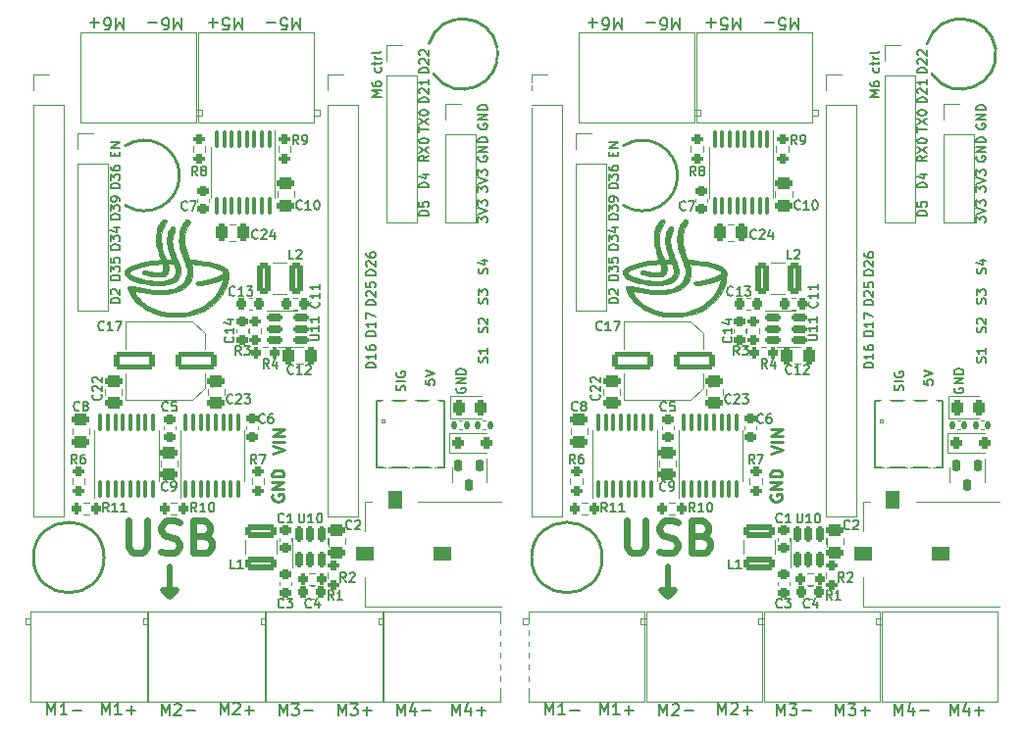
<source format=gbr>
%TF.GenerationSoftware,KiCad,Pcbnew,(7.0.0)*%
%TF.CreationDate,2023-04-15T00:39:35-04:00*%
%TF.ProjectId,NoU2-panelized2,4e6f5532-2d70-4616-9e65-6c697a656432,rev?*%
%TF.SameCoordinates,Original*%
%TF.FileFunction,Legend,Top*%
%TF.FilePolarity,Positive*%
%FSLAX46Y46*%
G04 Gerber Fmt 4.6, Leading zero omitted, Abs format (unit mm)*
G04 Created by KiCad (PCBNEW (7.0.0)) date 2023-04-15 00:39:35*
%MOMM*%
%LPD*%
G01*
G04 APERTURE LIST*
G04 Aperture macros list*
%AMRoundRect*
0 Rectangle with rounded corners*
0 $1 Rounding radius*
0 $2 $3 $4 $5 $6 $7 $8 $9 X,Y pos of 4 corners*
0 Add a 4 corners polygon primitive as box body*
4,1,4,$2,$3,$4,$5,$6,$7,$8,$9,$2,$3,0*
0 Add four circle primitives for the rounded corners*
1,1,$1+$1,$2,$3*
1,1,$1+$1,$4,$5*
1,1,$1+$1,$6,$7*
1,1,$1+$1,$8,$9*
0 Add four rect primitives between the rounded corners*
20,1,$1+$1,$2,$3,$4,$5,0*
20,1,$1+$1,$4,$5,$6,$7,0*
20,1,$1+$1,$6,$7,$8,$9,0*
20,1,$1+$1,$8,$9,$2,$3,0*%
G04 Aperture macros list end*
%ADD10C,0.254000*%
%ADD11C,0.200000*%
%ADD12C,0.203200*%
%ADD13C,0.609600*%
%ADD14C,0.508000*%
%ADD15C,0.120000*%
%ADD16C,0.010000*%
%ADD17C,0.500000*%
%ADD18C,2.100000*%
%ADD19C,1.500000*%
%ADD20O,1.700000X1.700000*%
%ADD21R,3.810000X2.794000*%
%ADD22RoundRect,0.100000X0.100000X-0.687500X0.100000X0.687500X-0.100000X0.687500X-0.100000X-0.687500X0*%
%ADD23RoundRect,0.135000X0.135000X0.185000X-0.135000X0.185000X-0.135000X-0.185000X0.135000X-0.185000X0*%
%ADD24RoundRect,0.200000X0.275000X-0.200000X0.275000X0.200000X-0.275000X0.200000X-0.275000X-0.200000X0*%
%ADD25RoundRect,0.200000X-0.275000X0.200000X-0.275000X-0.200000X0.275000X-0.200000X0.275000X0.200000X0*%
%ADD26R,1.700000X1.700000*%
%ADD27RoundRect,0.150000X-0.512500X-0.150000X0.512500X-0.150000X0.512500X0.150000X-0.512500X0.150000X0*%
%ADD28C,3.200000*%
%ADD29RoundRect,0.250000X-0.250000X-0.250000X0.250000X-0.250000X0.250000X0.250000X-0.250000X0.250000X0*%
%ADD30RoundRect,0.135000X-0.135000X-0.185000X0.135000X-0.185000X0.135000X0.185000X-0.135000X0.185000X0*%
%ADD31RoundRect,0.800000X0.000000X0.600000X0.000000X0.600000X0.000000X-0.600000X0.000000X-0.600000X0*%
%ADD32RoundRect,0.800000X-0.600000X0.000000X-0.600000X0.000000X0.600000X0.000000X0.600000X0.000000X0*%
%ADD33RoundRect,0.250000X1.500000X0.550000X-1.500000X0.550000X-1.500000X-0.550000X1.500000X-0.550000X0*%
%ADD34RoundRect,0.150000X0.150000X-0.512500X0.150000X0.512500X-0.150000X0.512500X-0.150000X-0.512500X0*%
%ADD35C,2.032000*%
%ADD36C,1.700000*%
%ADD37RoundRect,0.243750X-0.243750X-0.456250X0.243750X-0.456250X0.243750X0.456250X-0.243750X0.456250X0*%
%ADD38RoundRect,0.100000X-0.100000X0.687500X-0.100000X-0.687500X0.100000X-0.687500X0.100000X0.687500X0*%
%ADD39RoundRect,0.200000X0.200000X0.275000X-0.200000X0.275000X-0.200000X-0.275000X0.200000X-0.275000X0*%
%ADD40RoundRect,0.200000X-0.200000X-0.275000X0.200000X-0.275000X0.200000X0.275000X-0.200000X0.275000X0*%
%ADD41RoundRect,0.150000X-0.150000X0.400000X-0.150000X-0.400000X0.150000X-0.400000X0.150000X0.400000X0*%
%ADD42RoundRect,0.250000X0.375000X1.075000X-0.375000X1.075000X-0.375000X-1.075000X0.375000X-1.075000X0*%
%ADD43RoundRect,0.250000X-1.075000X0.375000X-1.075000X-0.375000X1.075000X-0.375000X1.075000X0.375000X0*%
%ADD44RoundRect,0.250000X-0.250000X-0.475000X0.250000X-0.475000X0.250000X0.475000X-0.250000X0.475000X0*%
%ADD45RoundRect,0.250000X0.475000X-0.250000X0.475000X0.250000X-0.475000X0.250000X-0.475000X-0.250000X0*%
%ADD46RoundRect,0.225000X0.250000X-0.225000X0.250000X0.225000X-0.250000X0.225000X-0.250000X-0.225000X0*%
%ADD47RoundRect,0.225000X-0.225000X-0.250000X0.225000X-0.250000X0.225000X0.250000X-0.225000X0.250000X0*%
%ADD48RoundRect,0.225000X0.225000X0.250000X-0.225000X0.250000X-0.225000X-0.250000X0.225000X-0.250000X0*%
%ADD49RoundRect,0.250000X-0.475000X0.250000X-0.475000X-0.250000X0.475000X-0.250000X0.475000X0.250000X0*%
%ADD50RoundRect,0.225000X-0.250000X0.225000X-0.250000X-0.225000X0.250000X-0.225000X0.250000X0.225000X0*%
G04 APERTURE END LIST*
D10*
X64074259Y-37993562D02*
X65090259Y-37654895D01*
X65090259Y-37654895D02*
X64074259Y-37316228D01*
X65090259Y-36977562D02*
X64074259Y-36977562D01*
X65090259Y-36493752D02*
X64074259Y-36493752D01*
X64074259Y-36493752D02*
X65090259Y-35913180D01*
X65090259Y-35913180D02*
X64074259Y-35913180D01*
X21074259Y-37993562D02*
X22090259Y-37654895D01*
X22090259Y-37654895D02*
X21074259Y-37316228D01*
X22090259Y-36977562D02*
X21074259Y-36977562D01*
X22090259Y-36493752D02*
X21074259Y-36493752D01*
X21074259Y-36493752D02*
X22090259Y-35913180D01*
X22090259Y-35913180D02*
X21074259Y-35913180D01*
D11*
X34291904Y-31648380D02*
X34291904Y-32029332D01*
X34291904Y-32029332D02*
X34672857Y-32067428D01*
X34672857Y-32067428D02*
X34634761Y-32029332D01*
X34634761Y-32029332D02*
X34596666Y-31953142D01*
X34596666Y-31953142D02*
X34596666Y-31762666D01*
X34596666Y-31762666D02*
X34634761Y-31686475D01*
X34634761Y-31686475D02*
X34672857Y-31648380D01*
X34672857Y-31648380D02*
X34749047Y-31610285D01*
X34749047Y-31610285D02*
X34939523Y-31610285D01*
X34939523Y-31610285D02*
X35015714Y-31648380D01*
X35015714Y-31648380D02*
X35053809Y-31686475D01*
X35053809Y-31686475D02*
X35091904Y-31762666D01*
X35091904Y-31762666D02*
X35091904Y-31953142D01*
X35091904Y-31953142D02*
X35053809Y-32029332D01*
X35053809Y-32029332D02*
X35015714Y-32067428D01*
X34291904Y-31381713D02*
X35091904Y-31115046D01*
X35091904Y-31115046D02*
X34291904Y-30848380D01*
X77291904Y-31648380D02*
X77291904Y-32029332D01*
X77291904Y-32029332D02*
X77672857Y-32067428D01*
X77672857Y-32067428D02*
X77634761Y-32029332D01*
X77634761Y-32029332D02*
X77596666Y-31953142D01*
X77596666Y-31953142D02*
X77596666Y-31762666D01*
X77596666Y-31762666D02*
X77634761Y-31686475D01*
X77634761Y-31686475D02*
X77672857Y-31648380D01*
X77672857Y-31648380D02*
X77749047Y-31610285D01*
X77749047Y-31610285D02*
X77939523Y-31610285D01*
X77939523Y-31610285D02*
X78015714Y-31648380D01*
X78015714Y-31648380D02*
X78053809Y-31686475D01*
X78053809Y-31686475D02*
X78091904Y-31762666D01*
X78091904Y-31762666D02*
X78091904Y-31953142D01*
X78091904Y-31953142D02*
X78053809Y-32029332D01*
X78053809Y-32029332D02*
X78015714Y-32067428D01*
X77291904Y-31381713D02*
X78091904Y-31115046D01*
X78091904Y-31115046D02*
X77291904Y-30848380D01*
X50913904Y-25025275D02*
X50113904Y-25025275D01*
X50113904Y-25025275D02*
X50113904Y-24834799D01*
X50113904Y-24834799D02*
X50152000Y-24720513D01*
X50152000Y-24720513D02*
X50228190Y-24644323D01*
X50228190Y-24644323D02*
X50304380Y-24606228D01*
X50304380Y-24606228D02*
X50456761Y-24568132D01*
X50456761Y-24568132D02*
X50571047Y-24568132D01*
X50571047Y-24568132D02*
X50723428Y-24606228D01*
X50723428Y-24606228D02*
X50799619Y-24644323D01*
X50799619Y-24644323D02*
X50875809Y-24720513D01*
X50875809Y-24720513D02*
X50913904Y-24834799D01*
X50913904Y-24834799D02*
X50913904Y-25025275D01*
X50190095Y-24263371D02*
X50152000Y-24225275D01*
X50152000Y-24225275D02*
X50113904Y-24149085D01*
X50113904Y-24149085D02*
X50113904Y-23958609D01*
X50113904Y-23958609D02*
X50152000Y-23882418D01*
X50152000Y-23882418D02*
X50190095Y-23844323D01*
X50190095Y-23844323D02*
X50266285Y-23806228D01*
X50266285Y-23806228D02*
X50342476Y-23806228D01*
X50342476Y-23806228D02*
X50456761Y-23844323D01*
X50456761Y-23844323D02*
X50913904Y-24301466D01*
X50913904Y-24301466D02*
X50913904Y-23806228D01*
X7913904Y-25025275D02*
X7113904Y-25025275D01*
X7113904Y-25025275D02*
X7113904Y-24834799D01*
X7113904Y-24834799D02*
X7152000Y-24720513D01*
X7152000Y-24720513D02*
X7228190Y-24644323D01*
X7228190Y-24644323D02*
X7304380Y-24606228D01*
X7304380Y-24606228D02*
X7456761Y-24568132D01*
X7456761Y-24568132D02*
X7571047Y-24568132D01*
X7571047Y-24568132D02*
X7723428Y-24606228D01*
X7723428Y-24606228D02*
X7799619Y-24644323D01*
X7799619Y-24644323D02*
X7875809Y-24720513D01*
X7875809Y-24720513D02*
X7913904Y-24834799D01*
X7913904Y-24834799D02*
X7913904Y-25025275D01*
X7190095Y-24263371D02*
X7152000Y-24225275D01*
X7152000Y-24225275D02*
X7113904Y-24149085D01*
X7113904Y-24149085D02*
X7113904Y-23958609D01*
X7113904Y-23958609D02*
X7152000Y-23882418D01*
X7152000Y-23882418D02*
X7190095Y-23844323D01*
X7190095Y-23844323D02*
X7266285Y-23806228D01*
X7266285Y-23806228D02*
X7342476Y-23806228D01*
X7342476Y-23806228D02*
X7456761Y-23844323D01*
X7456761Y-23844323D02*
X7913904Y-24301466D01*
X7913904Y-24301466D02*
X7913904Y-23806228D01*
D12*
X56262428Y-388740D02*
X56262428Y-1404740D01*
X56262428Y-1404740D02*
X55923761Y-679026D01*
X55923761Y-679026D02*
X55585094Y-1404740D01*
X55585094Y-1404740D02*
X55585094Y-388740D01*
X54665856Y-1404740D02*
X54859380Y-1404740D01*
X54859380Y-1404740D02*
X54956142Y-1356360D01*
X54956142Y-1356360D02*
X55004523Y-1307979D01*
X55004523Y-1307979D02*
X55101285Y-1162836D01*
X55101285Y-1162836D02*
X55149666Y-969312D01*
X55149666Y-969312D02*
X55149666Y-582264D01*
X55149666Y-582264D02*
X55101285Y-485502D01*
X55101285Y-485502D02*
X55052904Y-437121D01*
X55052904Y-437121D02*
X54956142Y-388740D01*
X54956142Y-388740D02*
X54762618Y-388740D01*
X54762618Y-388740D02*
X54665856Y-437121D01*
X54665856Y-437121D02*
X54617475Y-485502D01*
X54617475Y-485502D02*
X54569094Y-582264D01*
X54569094Y-582264D02*
X54569094Y-824169D01*
X54569094Y-824169D02*
X54617475Y-920931D01*
X54617475Y-920931D02*
X54665856Y-969312D01*
X54665856Y-969312D02*
X54762618Y-1017693D01*
X54762618Y-1017693D02*
X54956142Y-1017693D01*
X54956142Y-1017693D02*
X55052904Y-969312D01*
X55052904Y-969312D02*
X55101285Y-920931D01*
X55101285Y-920931D02*
X55149666Y-824169D01*
X54133666Y-775788D02*
X53359571Y-775788D01*
X13262428Y-388740D02*
X13262428Y-1404740D01*
X13262428Y-1404740D02*
X12923761Y-679026D01*
X12923761Y-679026D02*
X12585094Y-1404740D01*
X12585094Y-1404740D02*
X12585094Y-388740D01*
X11665856Y-1404740D02*
X11859380Y-1404740D01*
X11859380Y-1404740D02*
X11956142Y-1356360D01*
X11956142Y-1356360D02*
X12004523Y-1307979D01*
X12004523Y-1307979D02*
X12101285Y-1162836D01*
X12101285Y-1162836D02*
X12149666Y-969312D01*
X12149666Y-969312D02*
X12149666Y-582264D01*
X12149666Y-582264D02*
X12101285Y-485502D01*
X12101285Y-485502D02*
X12052904Y-437121D01*
X12052904Y-437121D02*
X11956142Y-388740D01*
X11956142Y-388740D02*
X11762618Y-388740D01*
X11762618Y-388740D02*
X11665856Y-437121D01*
X11665856Y-437121D02*
X11617475Y-485502D01*
X11617475Y-485502D02*
X11569094Y-582264D01*
X11569094Y-582264D02*
X11569094Y-824169D01*
X11569094Y-824169D02*
X11617475Y-920931D01*
X11617475Y-920931D02*
X11665856Y-969312D01*
X11665856Y-969312D02*
X11762618Y-1017693D01*
X11762618Y-1017693D02*
X11956142Y-1017693D01*
X11956142Y-1017693D02*
X12052904Y-969312D01*
X12052904Y-969312D02*
X12101285Y-920931D01*
X12101285Y-920931D02*
X12149666Y-824169D01*
X11133666Y-775788D02*
X10359571Y-775788D01*
D11*
X50913904Y-20402428D02*
X50113904Y-20402428D01*
X50113904Y-20402428D02*
X50113904Y-20211952D01*
X50113904Y-20211952D02*
X50152000Y-20097666D01*
X50152000Y-20097666D02*
X50228190Y-20021476D01*
X50228190Y-20021476D02*
X50304380Y-19983381D01*
X50304380Y-19983381D02*
X50456761Y-19945285D01*
X50456761Y-19945285D02*
X50571047Y-19945285D01*
X50571047Y-19945285D02*
X50723428Y-19983381D01*
X50723428Y-19983381D02*
X50799619Y-20021476D01*
X50799619Y-20021476D02*
X50875809Y-20097666D01*
X50875809Y-20097666D02*
X50913904Y-20211952D01*
X50913904Y-20211952D02*
X50913904Y-20402428D01*
X50113904Y-19678619D02*
X50113904Y-19183381D01*
X50113904Y-19183381D02*
X50418666Y-19450047D01*
X50418666Y-19450047D02*
X50418666Y-19335762D01*
X50418666Y-19335762D02*
X50456761Y-19259571D01*
X50456761Y-19259571D02*
X50494857Y-19221476D01*
X50494857Y-19221476D02*
X50571047Y-19183381D01*
X50571047Y-19183381D02*
X50761523Y-19183381D01*
X50761523Y-19183381D02*
X50837714Y-19221476D01*
X50837714Y-19221476D02*
X50875809Y-19259571D01*
X50875809Y-19259571D02*
X50913904Y-19335762D01*
X50913904Y-19335762D02*
X50913904Y-19564333D01*
X50913904Y-19564333D02*
X50875809Y-19640524D01*
X50875809Y-19640524D02*
X50837714Y-19678619D01*
X50380571Y-18497666D02*
X50913904Y-18497666D01*
X50075809Y-18688142D02*
X50647238Y-18878619D01*
X50647238Y-18878619D02*
X50647238Y-18383380D01*
X7913904Y-20402428D02*
X7113904Y-20402428D01*
X7113904Y-20402428D02*
X7113904Y-20211952D01*
X7113904Y-20211952D02*
X7152000Y-20097666D01*
X7152000Y-20097666D02*
X7228190Y-20021476D01*
X7228190Y-20021476D02*
X7304380Y-19983381D01*
X7304380Y-19983381D02*
X7456761Y-19945285D01*
X7456761Y-19945285D02*
X7571047Y-19945285D01*
X7571047Y-19945285D02*
X7723428Y-19983381D01*
X7723428Y-19983381D02*
X7799619Y-20021476D01*
X7799619Y-20021476D02*
X7875809Y-20097666D01*
X7875809Y-20097666D02*
X7913904Y-20211952D01*
X7913904Y-20211952D02*
X7913904Y-20402428D01*
X7113904Y-19678619D02*
X7113904Y-19183381D01*
X7113904Y-19183381D02*
X7418666Y-19450047D01*
X7418666Y-19450047D02*
X7418666Y-19335762D01*
X7418666Y-19335762D02*
X7456761Y-19259571D01*
X7456761Y-19259571D02*
X7494857Y-19221476D01*
X7494857Y-19221476D02*
X7571047Y-19183381D01*
X7571047Y-19183381D02*
X7761523Y-19183381D01*
X7761523Y-19183381D02*
X7837714Y-19221476D01*
X7837714Y-19221476D02*
X7875809Y-19259571D01*
X7875809Y-19259571D02*
X7913904Y-19335762D01*
X7913904Y-19335762D02*
X7913904Y-19564333D01*
X7913904Y-19564333D02*
X7875809Y-19640524D01*
X7875809Y-19640524D02*
X7837714Y-19678619D01*
X7380571Y-18497666D02*
X7913904Y-18497666D01*
X7075809Y-18688142D02*
X7647238Y-18878619D01*
X7647238Y-18878619D02*
X7647238Y-18383380D01*
X36982000Y-32359523D02*
X36943904Y-32435713D01*
X36943904Y-32435713D02*
X36943904Y-32549999D01*
X36943904Y-32549999D02*
X36982000Y-32664285D01*
X36982000Y-32664285D02*
X37058190Y-32740475D01*
X37058190Y-32740475D02*
X37134380Y-32778570D01*
X37134380Y-32778570D02*
X37286761Y-32816666D01*
X37286761Y-32816666D02*
X37401047Y-32816666D01*
X37401047Y-32816666D02*
X37553428Y-32778570D01*
X37553428Y-32778570D02*
X37629619Y-32740475D01*
X37629619Y-32740475D02*
X37705809Y-32664285D01*
X37705809Y-32664285D02*
X37743904Y-32549999D01*
X37743904Y-32549999D02*
X37743904Y-32473808D01*
X37743904Y-32473808D02*
X37705809Y-32359523D01*
X37705809Y-32359523D02*
X37667714Y-32321427D01*
X37667714Y-32321427D02*
X37401047Y-32321427D01*
X37401047Y-32321427D02*
X37401047Y-32473808D01*
X37743904Y-31978570D02*
X36943904Y-31978570D01*
X36943904Y-31978570D02*
X37743904Y-31521427D01*
X37743904Y-31521427D02*
X36943904Y-31521427D01*
X37743904Y-31140475D02*
X36943904Y-31140475D01*
X36943904Y-31140475D02*
X36943904Y-30949999D01*
X36943904Y-30949999D02*
X36982000Y-30835713D01*
X36982000Y-30835713D02*
X37058190Y-30759523D01*
X37058190Y-30759523D02*
X37134380Y-30721428D01*
X37134380Y-30721428D02*
X37286761Y-30683332D01*
X37286761Y-30683332D02*
X37401047Y-30683332D01*
X37401047Y-30683332D02*
X37553428Y-30721428D01*
X37553428Y-30721428D02*
X37629619Y-30759523D01*
X37629619Y-30759523D02*
X37705809Y-30835713D01*
X37705809Y-30835713D02*
X37743904Y-30949999D01*
X37743904Y-30949999D02*
X37743904Y-31140475D01*
X79982000Y-32359523D02*
X79943904Y-32435713D01*
X79943904Y-32435713D02*
X79943904Y-32549999D01*
X79943904Y-32549999D02*
X79982000Y-32664285D01*
X79982000Y-32664285D02*
X80058190Y-32740475D01*
X80058190Y-32740475D02*
X80134380Y-32778570D01*
X80134380Y-32778570D02*
X80286761Y-32816666D01*
X80286761Y-32816666D02*
X80401047Y-32816666D01*
X80401047Y-32816666D02*
X80553428Y-32778570D01*
X80553428Y-32778570D02*
X80629619Y-32740475D01*
X80629619Y-32740475D02*
X80705809Y-32664285D01*
X80705809Y-32664285D02*
X80743904Y-32549999D01*
X80743904Y-32549999D02*
X80743904Y-32473808D01*
X80743904Y-32473808D02*
X80705809Y-32359523D01*
X80705809Y-32359523D02*
X80667714Y-32321427D01*
X80667714Y-32321427D02*
X80401047Y-32321427D01*
X80401047Y-32321427D02*
X80401047Y-32473808D01*
X80743904Y-31978570D02*
X79943904Y-31978570D01*
X79943904Y-31978570D02*
X80743904Y-31521427D01*
X80743904Y-31521427D02*
X79943904Y-31521427D01*
X80743904Y-31140475D02*
X79943904Y-31140475D01*
X79943904Y-31140475D02*
X79943904Y-30949999D01*
X79943904Y-30949999D02*
X79982000Y-30835713D01*
X79982000Y-30835713D02*
X80058190Y-30759523D01*
X80058190Y-30759523D02*
X80134380Y-30721428D01*
X80134380Y-30721428D02*
X80286761Y-30683332D01*
X80286761Y-30683332D02*
X80401047Y-30683332D01*
X80401047Y-30683332D02*
X80553428Y-30721428D01*
X80553428Y-30721428D02*
X80629619Y-30759523D01*
X80629619Y-30759523D02*
X80705809Y-30835713D01*
X80705809Y-30835713D02*
X80743904Y-30949999D01*
X80743904Y-30949999D02*
X80743904Y-31140475D01*
D12*
X26742571Y-60634759D02*
X26742571Y-59618759D01*
X26742571Y-59618759D02*
X27081238Y-60344473D01*
X27081238Y-60344473D02*
X27419905Y-59618759D01*
X27419905Y-59618759D02*
X27419905Y-60634759D01*
X27806952Y-59618759D02*
X28435905Y-59618759D01*
X28435905Y-59618759D02*
X28097238Y-60005806D01*
X28097238Y-60005806D02*
X28242381Y-60005806D01*
X28242381Y-60005806D02*
X28339143Y-60054187D01*
X28339143Y-60054187D02*
X28387524Y-60102568D01*
X28387524Y-60102568D02*
X28435905Y-60199330D01*
X28435905Y-60199330D02*
X28435905Y-60441235D01*
X28435905Y-60441235D02*
X28387524Y-60537997D01*
X28387524Y-60537997D02*
X28339143Y-60586378D01*
X28339143Y-60586378D02*
X28242381Y-60634759D01*
X28242381Y-60634759D02*
X27952095Y-60634759D01*
X27952095Y-60634759D02*
X27855333Y-60586378D01*
X27855333Y-60586378D02*
X27806952Y-60537997D01*
X28871333Y-60247711D02*
X29645429Y-60247711D01*
X29258381Y-60634759D02*
X29258381Y-59860663D01*
X69742571Y-60634759D02*
X69742571Y-59618759D01*
X69742571Y-59618759D02*
X70081238Y-60344473D01*
X70081238Y-60344473D02*
X70419905Y-59618759D01*
X70419905Y-59618759D02*
X70419905Y-60634759D01*
X70806952Y-59618759D02*
X71435905Y-59618759D01*
X71435905Y-59618759D02*
X71097238Y-60005806D01*
X71097238Y-60005806D02*
X71242381Y-60005806D01*
X71242381Y-60005806D02*
X71339143Y-60054187D01*
X71339143Y-60054187D02*
X71387524Y-60102568D01*
X71387524Y-60102568D02*
X71435905Y-60199330D01*
X71435905Y-60199330D02*
X71435905Y-60441235D01*
X71435905Y-60441235D02*
X71387524Y-60537997D01*
X71387524Y-60537997D02*
X71339143Y-60586378D01*
X71339143Y-60586378D02*
X71242381Y-60634759D01*
X71242381Y-60634759D02*
X70952095Y-60634759D01*
X70952095Y-60634759D02*
X70855333Y-60586378D01*
X70855333Y-60586378D02*
X70806952Y-60537997D01*
X71871333Y-60247711D02*
X72645429Y-60247711D01*
X72258381Y-60634759D02*
X72258381Y-59860663D01*
D11*
X34558504Y-12299885D02*
X34177552Y-12566552D01*
X34558504Y-12757028D02*
X33758504Y-12757028D01*
X33758504Y-12757028D02*
X33758504Y-12452266D01*
X33758504Y-12452266D02*
X33796600Y-12376076D01*
X33796600Y-12376076D02*
X33834695Y-12337981D01*
X33834695Y-12337981D02*
X33910885Y-12299885D01*
X33910885Y-12299885D02*
X34025171Y-12299885D01*
X34025171Y-12299885D02*
X34101361Y-12337981D01*
X34101361Y-12337981D02*
X34139457Y-12376076D01*
X34139457Y-12376076D02*
X34177552Y-12452266D01*
X34177552Y-12452266D02*
X34177552Y-12757028D01*
X33758504Y-12033219D02*
X34558504Y-11499885D01*
X33758504Y-11499885D02*
X34558504Y-12033219D01*
X33758504Y-11042742D02*
X33758504Y-10966552D01*
X33758504Y-10966552D02*
X33796600Y-10890361D01*
X33796600Y-10890361D02*
X33834695Y-10852266D01*
X33834695Y-10852266D02*
X33910885Y-10814171D01*
X33910885Y-10814171D02*
X34063266Y-10776076D01*
X34063266Y-10776076D02*
X34253742Y-10776076D01*
X34253742Y-10776076D02*
X34406123Y-10814171D01*
X34406123Y-10814171D02*
X34482314Y-10852266D01*
X34482314Y-10852266D02*
X34520409Y-10890361D01*
X34520409Y-10890361D02*
X34558504Y-10966552D01*
X34558504Y-10966552D02*
X34558504Y-11042742D01*
X34558504Y-11042742D02*
X34520409Y-11118933D01*
X34520409Y-11118933D02*
X34482314Y-11157028D01*
X34482314Y-11157028D02*
X34406123Y-11195123D01*
X34406123Y-11195123D02*
X34253742Y-11233219D01*
X34253742Y-11233219D02*
X34063266Y-11233219D01*
X34063266Y-11233219D02*
X33910885Y-11195123D01*
X33910885Y-11195123D02*
X33834695Y-11157028D01*
X33834695Y-11157028D02*
X33796600Y-11118933D01*
X33796600Y-11118933D02*
X33758504Y-11042742D01*
X77558504Y-12299885D02*
X77177552Y-12566552D01*
X77558504Y-12757028D02*
X76758504Y-12757028D01*
X76758504Y-12757028D02*
X76758504Y-12452266D01*
X76758504Y-12452266D02*
X76796600Y-12376076D01*
X76796600Y-12376076D02*
X76834695Y-12337981D01*
X76834695Y-12337981D02*
X76910885Y-12299885D01*
X76910885Y-12299885D02*
X77025171Y-12299885D01*
X77025171Y-12299885D02*
X77101361Y-12337981D01*
X77101361Y-12337981D02*
X77139457Y-12376076D01*
X77139457Y-12376076D02*
X77177552Y-12452266D01*
X77177552Y-12452266D02*
X77177552Y-12757028D01*
X76758504Y-12033219D02*
X77558504Y-11499885D01*
X76758504Y-11499885D02*
X77558504Y-12033219D01*
X76758504Y-11042742D02*
X76758504Y-10966552D01*
X76758504Y-10966552D02*
X76796600Y-10890361D01*
X76796600Y-10890361D02*
X76834695Y-10852266D01*
X76834695Y-10852266D02*
X76910885Y-10814171D01*
X76910885Y-10814171D02*
X77063266Y-10776076D01*
X77063266Y-10776076D02*
X77253742Y-10776076D01*
X77253742Y-10776076D02*
X77406123Y-10814171D01*
X77406123Y-10814171D02*
X77482314Y-10852266D01*
X77482314Y-10852266D02*
X77520409Y-10890361D01*
X77520409Y-10890361D02*
X77558504Y-10966552D01*
X77558504Y-10966552D02*
X77558504Y-11042742D01*
X77558504Y-11042742D02*
X77520409Y-11118933D01*
X77520409Y-11118933D02*
X77482314Y-11157028D01*
X77482314Y-11157028D02*
X77406123Y-11195123D01*
X77406123Y-11195123D02*
X77253742Y-11233219D01*
X77253742Y-11233219D02*
X77063266Y-11233219D01*
X77063266Y-11233219D02*
X76910885Y-11195123D01*
X76910885Y-11195123D02*
X76834695Y-11157028D01*
X76834695Y-11157028D02*
X76796600Y-11118933D01*
X76796600Y-11118933D02*
X76758504Y-11042742D01*
D12*
X18469428Y-388740D02*
X18469428Y-1404740D01*
X18469428Y-1404740D02*
X18130761Y-679026D01*
X18130761Y-679026D02*
X17792094Y-1404740D01*
X17792094Y-1404740D02*
X17792094Y-388740D01*
X16824475Y-1404740D02*
X17308285Y-1404740D01*
X17308285Y-1404740D02*
X17356666Y-920931D01*
X17356666Y-920931D02*
X17308285Y-969312D01*
X17308285Y-969312D02*
X17211523Y-1017693D01*
X17211523Y-1017693D02*
X16969618Y-1017693D01*
X16969618Y-1017693D02*
X16872856Y-969312D01*
X16872856Y-969312D02*
X16824475Y-920931D01*
X16824475Y-920931D02*
X16776094Y-824169D01*
X16776094Y-824169D02*
X16776094Y-582264D01*
X16776094Y-582264D02*
X16824475Y-485502D01*
X16824475Y-485502D02*
X16872856Y-437121D01*
X16872856Y-437121D02*
X16969618Y-388740D01*
X16969618Y-388740D02*
X17211523Y-388740D01*
X17211523Y-388740D02*
X17308285Y-437121D01*
X17308285Y-437121D02*
X17356666Y-485502D01*
X16340666Y-775788D02*
X15566571Y-775788D01*
X15953618Y-388740D02*
X15953618Y-1162836D01*
X61469428Y-388740D02*
X61469428Y-1404740D01*
X61469428Y-1404740D02*
X61130761Y-679026D01*
X61130761Y-679026D02*
X60792094Y-1404740D01*
X60792094Y-1404740D02*
X60792094Y-388740D01*
X59824475Y-1404740D02*
X60308285Y-1404740D01*
X60308285Y-1404740D02*
X60356666Y-920931D01*
X60356666Y-920931D02*
X60308285Y-969312D01*
X60308285Y-969312D02*
X60211523Y-1017693D01*
X60211523Y-1017693D02*
X59969618Y-1017693D01*
X59969618Y-1017693D02*
X59872856Y-969312D01*
X59872856Y-969312D02*
X59824475Y-920931D01*
X59824475Y-920931D02*
X59776094Y-824169D01*
X59776094Y-824169D02*
X59776094Y-582264D01*
X59776094Y-582264D02*
X59824475Y-485502D01*
X59824475Y-485502D02*
X59872856Y-437121D01*
X59872856Y-437121D02*
X59969618Y-388740D01*
X59969618Y-388740D02*
X60211523Y-388740D01*
X60211523Y-388740D02*
X60308285Y-437121D01*
X60308285Y-437121D02*
X60356666Y-485502D01*
X59340666Y-775788D02*
X58566571Y-775788D01*
X58953618Y-388740D02*
X58953618Y-1162836D01*
D11*
X73469104Y-7173990D02*
X72669104Y-7173990D01*
X72669104Y-7173990D02*
X73240533Y-6907324D01*
X73240533Y-6907324D02*
X72669104Y-6640657D01*
X72669104Y-6640657D02*
X73469104Y-6640657D01*
X72669104Y-5916847D02*
X72669104Y-6069228D01*
X72669104Y-6069228D02*
X72707200Y-6145419D01*
X72707200Y-6145419D02*
X72745295Y-6183514D01*
X72745295Y-6183514D02*
X72859580Y-6259704D01*
X72859580Y-6259704D02*
X73011961Y-6297800D01*
X73011961Y-6297800D02*
X73316723Y-6297800D01*
X73316723Y-6297800D02*
X73392914Y-6259704D01*
X73392914Y-6259704D02*
X73431009Y-6221609D01*
X73431009Y-6221609D02*
X73469104Y-6145419D01*
X73469104Y-6145419D02*
X73469104Y-5993038D01*
X73469104Y-5993038D02*
X73431009Y-5916847D01*
X73431009Y-5916847D02*
X73392914Y-5878752D01*
X73392914Y-5878752D02*
X73316723Y-5840657D01*
X73316723Y-5840657D02*
X73126247Y-5840657D01*
X73126247Y-5840657D02*
X73050057Y-5878752D01*
X73050057Y-5878752D02*
X73011961Y-5916847D01*
X73011961Y-5916847D02*
X72973866Y-5993038D01*
X72973866Y-5993038D02*
X72973866Y-6145419D01*
X72973866Y-6145419D02*
X73011961Y-6221609D01*
X73011961Y-6221609D02*
X73050057Y-6259704D01*
X73050057Y-6259704D02*
X73126247Y-6297800D01*
X73431009Y-4674942D02*
X73469104Y-4751133D01*
X73469104Y-4751133D02*
X73469104Y-4903514D01*
X73469104Y-4903514D02*
X73431009Y-4979704D01*
X73431009Y-4979704D02*
X73392914Y-5017799D01*
X73392914Y-5017799D02*
X73316723Y-5055895D01*
X73316723Y-5055895D02*
X73088152Y-5055895D01*
X73088152Y-5055895D02*
X73011961Y-5017799D01*
X73011961Y-5017799D02*
X72973866Y-4979704D01*
X72973866Y-4979704D02*
X72935771Y-4903514D01*
X72935771Y-4903514D02*
X72935771Y-4751133D01*
X72935771Y-4751133D02*
X72973866Y-4674942D01*
X72935771Y-4446371D02*
X72935771Y-4141609D01*
X72669104Y-4332085D02*
X73354819Y-4332085D01*
X73354819Y-4332085D02*
X73431009Y-4293990D01*
X73431009Y-4293990D02*
X73469104Y-4217800D01*
X73469104Y-4217800D02*
X73469104Y-4141609D01*
X73469104Y-3874942D02*
X72935771Y-3874942D01*
X73088152Y-3874942D02*
X73011961Y-3836847D01*
X73011961Y-3836847D02*
X72973866Y-3798752D01*
X72973866Y-3798752D02*
X72935771Y-3722561D01*
X72935771Y-3722561D02*
X72935771Y-3646371D01*
X73469104Y-3265419D02*
X73431009Y-3341609D01*
X73431009Y-3341609D02*
X73354819Y-3379704D01*
X73354819Y-3379704D02*
X72669104Y-3379704D01*
X30469104Y-7173990D02*
X29669104Y-7173990D01*
X29669104Y-7173990D02*
X30240533Y-6907324D01*
X30240533Y-6907324D02*
X29669104Y-6640657D01*
X29669104Y-6640657D02*
X30469104Y-6640657D01*
X29669104Y-5916847D02*
X29669104Y-6069228D01*
X29669104Y-6069228D02*
X29707200Y-6145419D01*
X29707200Y-6145419D02*
X29745295Y-6183514D01*
X29745295Y-6183514D02*
X29859580Y-6259704D01*
X29859580Y-6259704D02*
X30011961Y-6297800D01*
X30011961Y-6297800D02*
X30316723Y-6297800D01*
X30316723Y-6297800D02*
X30392914Y-6259704D01*
X30392914Y-6259704D02*
X30431009Y-6221609D01*
X30431009Y-6221609D02*
X30469104Y-6145419D01*
X30469104Y-6145419D02*
X30469104Y-5993038D01*
X30469104Y-5993038D02*
X30431009Y-5916847D01*
X30431009Y-5916847D02*
X30392914Y-5878752D01*
X30392914Y-5878752D02*
X30316723Y-5840657D01*
X30316723Y-5840657D02*
X30126247Y-5840657D01*
X30126247Y-5840657D02*
X30050057Y-5878752D01*
X30050057Y-5878752D02*
X30011961Y-5916847D01*
X30011961Y-5916847D02*
X29973866Y-5993038D01*
X29973866Y-5993038D02*
X29973866Y-6145419D01*
X29973866Y-6145419D02*
X30011961Y-6221609D01*
X30011961Y-6221609D02*
X30050057Y-6259704D01*
X30050057Y-6259704D02*
X30126247Y-6297800D01*
X30431009Y-4674942D02*
X30469104Y-4751133D01*
X30469104Y-4751133D02*
X30469104Y-4903514D01*
X30469104Y-4903514D02*
X30431009Y-4979704D01*
X30431009Y-4979704D02*
X30392914Y-5017799D01*
X30392914Y-5017799D02*
X30316723Y-5055895D01*
X30316723Y-5055895D02*
X30088152Y-5055895D01*
X30088152Y-5055895D02*
X30011961Y-5017799D01*
X30011961Y-5017799D02*
X29973866Y-4979704D01*
X29973866Y-4979704D02*
X29935771Y-4903514D01*
X29935771Y-4903514D02*
X29935771Y-4751133D01*
X29935771Y-4751133D02*
X29973866Y-4674942D01*
X29935771Y-4446371D02*
X29935771Y-4141609D01*
X29669104Y-4332085D02*
X30354819Y-4332085D01*
X30354819Y-4332085D02*
X30431009Y-4293990D01*
X30431009Y-4293990D02*
X30469104Y-4217800D01*
X30469104Y-4217800D02*
X30469104Y-4141609D01*
X30469104Y-3874942D02*
X29935771Y-3874942D01*
X30088152Y-3874942D02*
X30011961Y-3836847D01*
X30011961Y-3836847D02*
X29973866Y-3798752D01*
X29973866Y-3798752D02*
X29935771Y-3722561D01*
X29935771Y-3722561D02*
X29935771Y-3646371D01*
X30469104Y-3265419D02*
X30431009Y-3341609D01*
X30431009Y-3341609D02*
X30354819Y-3379704D01*
X30354819Y-3379704D02*
X29669104Y-3379704D01*
X29961104Y-27870028D02*
X29161104Y-27870028D01*
X29161104Y-27870028D02*
X29161104Y-27679552D01*
X29161104Y-27679552D02*
X29199200Y-27565266D01*
X29199200Y-27565266D02*
X29275390Y-27489076D01*
X29275390Y-27489076D02*
X29351580Y-27450981D01*
X29351580Y-27450981D02*
X29503961Y-27412885D01*
X29503961Y-27412885D02*
X29618247Y-27412885D01*
X29618247Y-27412885D02*
X29770628Y-27450981D01*
X29770628Y-27450981D02*
X29846819Y-27489076D01*
X29846819Y-27489076D02*
X29923009Y-27565266D01*
X29923009Y-27565266D02*
X29961104Y-27679552D01*
X29961104Y-27679552D02*
X29961104Y-27870028D01*
X29961104Y-26650981D02*
X29961104Y-27108124D01*
X29961104Y-26879552D02*
X29161104Y-26879552D01*
X29161104Y-26879552D02*
X29275390Y-26955743D01*
X29275390Y-26955743D02*
X29351580Y-27031933D01*
X29351580Y-27031933D02*
X29389676Y-27108124D01*
X29161104Y-26384314D02*
X29161104Y-25850980D01*
X29161104Y-25850980D02*
X29961104Y-26193838D01*
X72961104Y-27870028D02*
X72161104Y-27870028D01*
X72161104Y-27870028D02*
X72161104Y-27679552D01*
X72161104Y-27679552D02*
X72199200Y-27565266D01*
X72199200Y-27565266D02*
X72275390Y-27489076D01*
X72275390Y-27489076D02*
X72351580Y-27450981D01*
X72351580Y-27450981D02*
X72503961Y-27412885D01*
X72503961Y-27412885D02*
X72618247Y-27412885D01*
X72618247Y-27412885D02*
X72770628Y-27450981D01*
X72770628Y-27450981D02*
X72846819Y-27489076D01*
X72846819Y-27489076D02*
X72923009Y-27565266D01*
X72923009Y-27565266D02*
X72961104Y-27679552D01*
X72961104Y-27679552D02*
X72961104Y-27870028D01*
X72961104Y-26650981D02*
X72961104Y-27108124D01*
X72961104Y-26879552D02*
X72161104Y-26879552D01*
X72161104Y-26879552D02*
X72275390Y-26955743D01*
X72275390Y-26955743D02*
X72351580Y-27031933D01*
X72351580Y-27031933D02*
X72389676Y-27108124D01*
X72161104Y-26384314D02*
X72161104Y-25850980D01*
X72161104Y-25850980D02*
X72961104Y-26193838D01*
D12*
X21662571Y-60634759D02*
X21662571Y-59618759D01*
X21662571Y-59618759D02*
X22001238Y-60344473D01*
X22001238Y-60344473D02*
X22339905Y-59618759D01*
X22339905Y-59618759D02*
X22339905Y-60634759D01*
X22726952Y-59618759D02*
X23355905Y-59618759D01*
X23355905Y-59618759D02*
X23017238Y-60005806D01*
X23017238Y-60005806D02*
X23162381Y-60005806D01*
X23162381Y-60005806D02*
X23259143Y-60054187D01*
X23259143Y-60054187D02*
X23307524Y-60102568D01*
X23307524Y-60102568D02*
X23355905Y-60199330D01*
X23355905Y-60199330D02*
X23355905Y-60441235D01*
X23355905Y-60441235D02*
X23307524Y-60537997D01*
X23307524Y-60537997D02*
X23259143Y-60586378D01*
X23259143Y-60586378D02*
X23162381Y-60634759D01*
X23162381Y-60634759D02*
X22872095Y-60634759D01*
X22872095Y-60634759D02*
X22775333Y-60586378D01*
X22775333Y-60586378D02*
X22726952Y-60537997D01*
X23791333Y-60247711D02*
X24565429Y-60247711D01*
X64662571Y-60634759D02*
X64662571Y-59618759D01*
X64662571Y-59618759D02*
X65001238Y-60344473D01*
X65001238Y-60344473D02*
X65339905Y-59618759D01*
X65339905Y-59618759D02*
X65339905Y-60634759D01*
X65726952Y-59618759D02*
X66355905Y-59618759D01*
X66355905Y-59618759D02*
X66017238Y-60005806D01*
X66017238Y-60005806D02*
X66162381Y-60005806D01*
X66162381Y-60005806D02*
X66259143Y-60054187D01*
X66259143Y-60054187D02*
X66307524Y-60102568D01*
X66307524Y-60102568D02*
X66355905Y-60199330D01*
X66355905Y-60199330D02*
X66355905Y-60441235D01*
X66355905Y-60441235D02*
X66307524Y-60537997D01*
X66307524Y-60537997D02*
X66259143Y-60586378D01*
X66259143Y-60586378D02*
X66162381Y-60634759D01*
X66162381Y-60634759D02*
X65872095Y-60634759D01*
X65872095Y-60634759D02*
X65775333Y-60586378D01*
X65775333Y-60586378D02*
X65726952Y-60537997D01*
X66791333Y-60247711D02*
X67565429Y-60247711D01*
D11*
X39625809Y-25044324D02*
X39663904Y-24930038D01*
X39663904Y-24930038D02*
X39663904Y-24739562D01*
X39663904Y-24739562D02*
X39625809Y-24663371D01*
X39625809Y-24663371D02*
X39587714Y-24625276D01*
X39587714Y-24625276D02*
X39511523Y-24587181D01*
X39511523Y-24587181D02*
X39435333Y-24587181D01*
X39435333Y-24587181D02*
X39359142Y-24625276D01*
X39359142Y-24625276D02*
X39321047Y-24663371D01*
X39321047Y-24663371D02*
X39282952Y-24739562D01*
X39282952Y-24739562D02*
X39244857Y-24891943D01*
X39244857Y-24891943D02*
X39206761Y-24968133D01*
X39206761Y-24968133D02*
X39168666Y-25006228D01*
X39168666Y-25006228D02*
X39092476Y-25044324D01*
X39092476Y-25044324D02*
X39016285Y-25044324D01*
X39016285Y-25044324D02*
X38940095Y-25006228D01*
X38940095Y-25006228D02*
X38902000Y-24968133D01*
X38902000Y-24968133D02*
X38863904Y-24891943D01*
X38863904Y-24891943D02*
X38863904Y-24701466D01*
X38863904Y-24701466D02*
X38902000Y-24587181D01*
X38863904Y-24320514D02*
X38863904Y-23825276D01*
X38863904Y-23825276D02*
X39168666Y-24091942D01*
X39168666Y-24091942D02*
X39168666Y-23977657D01*
X39168666Y-23977657D02*
X39206761Y-23901466D01*
X39206761Y-23901466D02*
X39244857Y-23863371D01*
X39244857Y-23863371D02*
X39321047Y-23825276D01*
X39321047Y-23825276D02*
X39511523Y-23825276D01*
X39511523Y-23825276D02*
X39587714Y-23863371D01*
X39587714Y-23863371D02*
X39625809Y-23901466D01*
X39625809Y-23901466D02*
X39663904Y-23977657D01*
X39663904Y-23977657D02*
X39663904Y-24206228D01*
X39663904Y-24206228D02*
X39625809Y-24282419D01*
X39625809Y-24282419D02*
X39587714Y-24320514D01*
X82625809Y-25044324D02*
X82663904Y-24930038D01*
X82663904Y-24930038D02*
X82663904Y-24739562D01*
X82663904Y-24739562D02*
X82625809Y-24663371D01*
X82625809Y-24663371D02*
X82587714Y-24625276D01*
X82587714Y-24625276D02*
X82511523Y-24587181D01*
X82511523Y-24587181D02*
X82435333Y-24587181D01*
X82435333Y-24587181D02*
X82359142Y-24625276D01*
X82359142Y-24625276D02*
X82321047Y-24663371D01*
X82321047Y-24663371D02*
X82282952Y-24739562D01*
X82282952Y-24739562D02*
X82244857Y-24891943D01*
X82244857Y-24891943D02*
X82206761Y-24968133D01*
X82206761Y-24968133D02*
X82168666Y-25006228D01*
X82168666Y-25006228D02*
X82092476Y-25044324D01*
X82092476Y-25044324D02*
X82016285Y-25044324D01*
X82016285Y-25044324D02*
X81940095Y-25006228D01*
X81940095Y-25006228D02*
X81902000Y-24968133D01*
X81902000Y-24968133D02*
X81863904Y-24891943D01*
X81863904Y-24891943D02*
X81863904Y-24701466D01*
X81863904Y-24701466D02*
X81902000Y-24587181D01*
X81863904Y-24320514D02*
X81863904Y-23825276D01*
X81863904Y-23825276D02*
X82168666Y-24091942D01*
X82168666Y-24091942D02*
X82168666Y-23977657D01*
X82168666Y-23977657D02*
X82206761Y-23901466D01*
X82206761Y-23901466D02*
X82244857Y-23863371D01*
X82244857Y-23863371D02*
X82321047Y-23825276D01*
X82321047Y-23825276D02*
X82511523Y-23825276D01*
X82511523Y-23825276D02*
X82587714Y-23863371D01*
X82587714Y-23863371D02*
X82625809Y-23901466D01*
X82625809Y-23901466D02*
X82663904Y-23977657D01*
X82663904Y-23977657D02*
X82663904Y-24206228D01*
X82663904Y-24206228D02*
X82625809Y-24282419D01*
X82625809Y-24282419D02*
X82587714Y-24320514D01*
X82625809Y-22478924D02*
X82663904Y-22364638D01*
X82663904Y-22364638D02*
X82663904Y-22174162D01*
X82663904Y-22174162D02*
X82625809Y-22097971D01*
X82625809Y-22097971D02*
X82587714Y-22059876D01*
X82587714Y-22059876D02*
X82511523Y-22021781D01*
X82511523Y-22021781D02*
X82435333Y-22021781D01*
X82435333Y-22021781D02*
X82359142Y-22059876D01*
X82359142Y-22059876D02*
X82321047Y-22097971D01*
X82321047Y-22097971D02*
X82282952Y-22174162D01*
X82282952Y-22174162D02*
X82244857Y-22326543D01*
X82244857Y-22326543D02*
X82206761Y-22402733D01*
X82206761Y-22402733D02*
X82168666Y-22440828D01*
X82168666Y-22440828D02*
X82092476Y-22478924D01*
X82092476Y-22478924D02*
X82016285Y-22478924D01*
X82016285Y-22478924D02*
X81940095Y-22440828D01*
X81940095Y-22440828D02*
X81902000Y-22402733D01*
X81902000Y-22402733D02*
X81863904Y-22326543D01*
X81863904Y-22326543D02*
X81863904Y-22136066D01*
X81863904Y-22136066D02*
X81902000Y-22021781D01*
X82130571Y-21336066D02*
X82663904Y-21336066D01*
X81825809Y-21526542D02*
X82397238Y-21717019D01*
X82397238Y-21717019D02*
X82397238Y-21221780D01*
X39625809Y-22478924D02*
X39663904Y-22364638D01*
X39663904Y-22364638D02*
X39663904Y-22174162D01*
X39663904Y-22174162D02*
X39625809Y-22097971D01*
X39625809Y-22097971D02*
X39587714Y-22059876D01*
X39587714Y-22059876D02*
X39511523Y-22021781D01*
X39511523Y-22021781D02*
X39435333Y-22021781D01*
X39435333Y-22021781D02*
X39359142Y-22059876D01*
X39359142Y-22059876D02*
X39321047Y-22097971D01*
X39321047Y-22097971D02*
X39282952Y-22174162D01*
X39282952Y-22174162D02*
X39244857Y-22326543D01*
X39244857Y-22326543D02*
X39206761Y-22402733D01*
X39206761Y-22402733D02*
X39168666Y-22440828D01*
X39168666Y-22440828D02*
X39092476Y-22478924D01*
X39092476Y-22478924D02*
X39016285Y-22478924D01*
X39016285Y-22478924D02*
X38940095Y-22440828D01*
X38940095Y-22440828D02*
X38902000Y-22402733D01*
X38902000Y-22402733D02*
X38863904Y-22326543D01*
X38863904Y-22326543D02*
X38863904Y-22136066D01*
X38863904Y-22136066D02*
X38902000Y-22021781D01*
X39130571Y-21336066D02*
X39663904Y-21336066D01*
X38825809Y-21526542D02*
X39397238Y-21717019D01*
X39397238Y-21717019D02*
X39397238Y-21221780D01*
D12*
X49359071Y-60571259D02*
X49359071Y-59555259D01*
X49359071Y-59555259D02*
X49697738Y-60280973D01*
X49697738Y-60280973D02*
X50036405Y-59555259D01*
X50036405Y-59555259D02*
X50036405Y-60571259D01*
X51052405Y-60571259D02*
X50471833Y-60571259D01*
X50762119Y-60571259D02*
X50762119Y-59555259D01*
X50762119Y-59555259D02*
X50665357Y-59700401D01*
X50665357Y-59700401D02*
X50568595Y-59797163D01*
X50568595Y-59797163D02*
X50471833Y-59845544D01*
X51487833Y-60184211D02*
X52261929Y-60184211D01*
X51874881Y-60571259D02*
X51874881Y-59797163D01*
X6359071Y-60571259D02*
X6359071Y-59555259D01*
X6359071Y-59555259D02*
X6697738Y-60280973D01*
X6697738Y-60280973D02*
X7036405Y-59555259D01*
X7036405Y-59555259D02*
X7036405Y-60571259D01*
X8052405Y-60571259D02*
X7471833Y-60571259D01*
X7762119Y-60571259D02*
X7762119Y-59555259D01*
X7762119Y-59555259D02*
X7665357Y-59700401D01*
X7665357Y-59700401D02*
X7568595Y-59797163D01*
X7568595Y-59797163D02*
X7471833Y-59845544D01*
X8487833Y-60184211D02*
X9261929Y-60184211D01*
X8874881Y-60571259D02*
X8874881Y-59797163D01*
X36585071Y-60634759D02*
X36585071Y-59618759D01*
X36585071Y-59618759D02*
X36923738Y-60344473D01*
X36923738Y-60344473D02*
X37262405Y-59618759D01*
X37262405Y-59618759D02*
X37262405Y-60634759D01*
X38181643Y-59957425D02*
X38181643Y-60634759D01*
X37939738Y-59570378D02*
X37697833Y-60296092D01*
X37697833Y-60296092D02*
X38326786Y-60296092D01*
X38713833Y-60247711D02*
X39487929Y-60247711D01*
X39100881Y-60634759D02*
X39100881Y-59860663D01*
X79585071Y-60634759D02*
X79585071Y-59618759D01*
X79585071Y-59618759D02*
X79923738Y-60344473D01*
X79923738Y-60344473D02*
X80262405Y-59618759D01*
X80262405Y-59618759D02*
X80262405Y-60634759D01*
X81181643Y-59957425D02*
X81181643Y-60634759D01*
X80939738Y-59570378D02*
X80697833Y-60296092D01*
X80697833Y-60296092D02*
X81326786Y-60296092D01*
X81713833Y-60247711D02*
X82487929Y-60247711D01*
X82100881Y-60634759D02*
X82100881Y-59860663D01*
D11*
X38838504Y-18059276D02*
X38838504Y-17564038D01*
X38838504Y-17564038D02*
X39143266Y-17830704D01*
X39143266Y-17830704D02*
X39143266Y-17716419D01*
X39143266Y-17716419D02*
X39181361Y-17640228D01*
X39181361Y-17640228D02*
X39219457Y-17602133D01*
X39219457Y-17602133D02*
X39295647Y-17564038D01*
X39295647Y-17564038D02*
X39486123Y-17564038D01*
X39486123Y-17564038D02*
X39562314Y-17602133D01*
X39562314Y-17602133D02*
X39600409Y-17640228D01*
X39600409Y-17640228D02*
X39638504Y-17716419D01*
X39638504Y-17716419D02*
X39638504Y-17944990D01*
X39638504Y-17944990D02*
X39600409Y-18021181D01*
X39600409Y-18021181D02*
X39562314Y-18059276D01*
X38838504Y-17335466D02*
X39638504Y-17068799D01*
X39638504Y-17068799D02*
X38838504Y-16802133D01*
X38838504Y-16611657D02*
X38838504Y-16116419D01*
X38838504Y-16116419D02*
X39143266Y-16383085D01*
X39143266Y-16383085D02*
X39143266Y-16268800D01*
X39143266Y-16268800D02*
X39181361Y-16192609D01*
X39181361Y-16192609D02*
X39219457Y-16154514D01*
X39219457Y-16154514D02*
X39295647Y-16116419D01*
X39295647Y-16116419D02*
X39486123Y-16116419D01*
X39486123Y-16116419D02*
X39562314Y-16154514D01*
X39562314Y-16154514D02*
X39600409Y-16192609D01*
X39600409Y-16192609D02*
X39638504Y-16268800D01*
X39638504Y-16268800D02*
X39638504Y-16497371D01*
X39638504Y-16497371D02*
X39600409Y-16573562D01*
X39600409Y-16573562D02*
X39562314Y-16611657D01*
X81838504Y-18059276D02*
X81838504Y-17564038D01*
X81838504Y-17564038D02*
X82143266Y-17830704D01*
X82143266Y-17830704D02*
X82143266Y-17716419D01*
X82143266Y-17716419D02*
X82181361Y-17640228D01*
X82181361Y-17640228D02*
X82219457Y-17602133D01*
X82219457Y-17602133D02*
X82295647Y-17564038D01*
X82295647Y-17564038D02*
X82486123Y-17564038D01*
X82486123Y-17564038D02*
X82562314Y-17602133D01*
X82562314Y-17602133D02*
X82600409Y-17640228D01*
X82600409Y-17640228D02*
X82638504Y-17716419D01*
X82638504Y-17716419D02*
X82638504Y-17944990D01*
X82638504Y-17944990D02*
X82600409Y-18021181D01*
X82600409Y-18021181D02*
X82562314Y-18059276D01*
X81838504Y-17335466D02*
X82638504Y-17068799D01*
X82638504Y-17068799D02*
X81838504Y-16802133D01*
X81838504Y-16611657D02*
X81838504Y-16116419D01*
X81838504Y-16116419D02*
X82143266Y-16383085D01*
X82143266Y-16383085D02*
X82143266Y-16268800D01*
X82143266Y-16268800D02*
X82181361Y-16192609D01*
X82181361Y-16192609D02*
X82219457Y-16154514D01*
X82219457Y-16154514D02*
X82295647Y-16116419D01*
X82295647Y-16116419D02*
X82486123Y-16116419D01*
X82486123Y-16116419D02*
X82562314Y-16154514D01*
X82562314Y-16154514D02*
X82600409Y-16192609D01*
X82600409Y-16192609D02*
X82638504Y-16268800D01*
X82638504Y-16268800D02*
X82638504Y-16497371D01*
X82638504Y-16497371D02*
X82600409Y-16573562D01*
X82600409Y-16573562D02*
X82562314Y-16611657D01*
X81876600Y-9550323D02*
X81838504Y-9626513D01*
X81838504Y-9626513D02*
X81838504Y-9740799D01*
X81838504Y-9740799D02*
X81876600Y-9855085D01*
X81876600Y-9855085D02*
X81952790Y-9931275D01*
X81952790Y-9931275D02*
X82028980Y-9969370D01*
X82028980Y-9969370D02*
X82181361Y-10007466D01*
X82181361Y-10007466D02*
X82295647Y-10007466D01*
X82295647Y-10007466D02*
X82448028Y-9969370D01*
X82448028Y-9969370D02*
X82524219Y-9931275D01*
X82524219Y-9931275D02*
X82600409Y-9855085D01*
X82600409Y-9855085D02*
X82638504Y-9740799D01*
X82638504Y-9740799D02*
X82638504Y-9664608D01*
X82638504Y-9664608D02*
X82600409Y-9550323D01*
X82600409Y-9550323D02*
X82562314Y-9512227D01*
X82562314Y-9512227D02*
X82295647Y-9512227D01*
X82295647Y-9512227D02*
X82295647Y-9664608D01*
X82638504Y-9169370D02*
X81838504Y-9169370D01*
X81838504Y-9169370D02*
X82638504Y-8712227D01*
X82638504Y-8712227D02*
X81838504Y-8712227D01*
X82638504Y-8331275D02*
X81838504Y-8331275D01*
X81838504Y-8331275D02*
X81838504Y-8140799D01*
X81838504Y-8140799D02*
X81876600Y-8026513D01*
X81876600Y-8026513D02*
X81952790Y-7950323D01*
X81952790Y-7950323D02*
X82028980Y-7912228D01*
X82028980Y-7912228D02*
X82181361Y-7874132D01*
X82181361Y-7874132D02*
X82295647Y-7874132D01*
X82295647Y-7874132D02*
X82448028Y-7912228D01*
X82448028Y-7912228D02*
X82524219Y-7950323D01*
X82524219Y-7950323D02*
X82600409Y-8026513D01*
X82600409Y-8026513D02*
X82638504Y-8140799D01*
X82638504Y-8140799D02*
X82638504Y-8331275D01*
X38876600Y-9550323D02*
X38838504Y-9626513D01*
X38838504Y-9626513D02*
X38838504Y-9740799D01*
X38838504Y-9740799D02*
X38876600Y-9855085D01*
X38876600Y-9855085D02*
X38952790Y-9931275D01*
X38952790Y-9931275D02*
X39028980Y-9969370D01*
X39028980Y-9969370D02*
X39181361Y-10007466D01*
X39181361Y-10007466D02*
X39295647Y-10007466D01*
X39295647Y-10007466D02*
X39448028Y-9969370D01*
X39448028Y-9969370D02*
X39524219Y-9931275D01*
X39524219Y-9931275D02*
X39600409Y-9855085D01*
X39600409Y-9855085D02*
X39638504Y-9740799D01*
X39638504Y-9740799D02*
X39638504Y-9664608D01*
X39638504Y-9664608D02*
X39600409Y-9550323D01*
X39600409Y-9550323D02*
X39562314Y-9512227D01*
X39562314Y-9512227D02*
X39295647Y-9512227D01*
X39295647Y-9512227D02*
X39295647Y-9664608D01*
X39638504Y-9169370D02*
X38838504Y-9169370D01*
X38838504Y-9169370D02*
X39638504Y-8712227D01*
X39638504Y-8712227D02*
X38838504Y-8712227D01*
X39638504Y-8331275D02*
X38838504Y-8331275D01*
X38838504Y-8331275D02*
X38838504Y-8140799D01*
X38838504Y-8140799D02*
X38876600Y-8026513D01*
X38876600Y-8026513D02*
X38952790Y-7950323D01*
X38952790Y-7950323D02*
X39028980Y-7912228D01*
X39028980Y-7912228D02*
X39181361Y-7874132D01*
X39181361Y-7874132D02*
X39295647Y-7874132D01*
X39295647Y-7874132D02*
X39448028Y-7912228D01*
X39448028Y-7912228D02*
X39524219Y-7950323D01*
X39524219Y-7950323D02*
X39600409Y-8026513D01*
X39600409Y-8026513D02*
X39638504Y-8140799D01*
X39638504Y-8140799D02*
X39638504Y-8331275D01*
X32513809Y-32569047D02*
X32551904Y-32454761D01*
X32551904Y-32454761D02*
X32551904Y-32264285D01*
X32551904Y-32264285D02*
X32513809Y-32188094D01*
X32513809Y-32188094D02*
X32475714Y-32149999D01*
X32475714Y-32149999D02*
X32399523Y-32111904D01*
X32399523Y-32111904D02*
X32323333Y-32111904D01*
X32323333Y-32111904D02*
X32247142Y-32149999D01*
X32247142Y-32149999D02*
X32209047Y-32188094D01*
X32209047Y-32188094D02*
X32170952Y-32264285D01*
X32170952Y-32264285D02*
X32132857Y-32416666D01*
X32132857Y-32416666D02*
X32094761Y-32492856D01*
X32094761Y-32492856D02*
X32056666Y-32530951D01*
X32056666Y-32530951D02*
X31980476Y-32569047D01*
X31980476Y-32569047D02*
X31904285Y-32569047D01*
X31904285Y-32569047D02*
X31828095Y-32530951D01*
X31828095Y-32530951D02*
X31790000Y-32492856D01*
X31790000Y-32492856D02*
X31751904Y-32416666D01*
X31751904Y-32416666D02*
X31751904Y-32226189D01*
X31751904Y-32226189D02*
X31790000Y-32111904D01*
X32551904Y-31769046D02*
X31751904Y-31769046D01*
X31790000Y-30969047D02*
X31751904Y-31045237D01*
X31751904Y-31045237D02*
X31751904Y-31159523D01*
X31751904Y-31159523D02*
X31790000Y-31273809D01*
X31790000Y-31273809D02*
X31866190Y-31349999D01*
X31866190Y-31349999D02*
X31942380Y-31388094D01*
X31942380Y-31388094D02*
X32094761Y-31426190D01*
X32094761Y-31426190D02*
X32209047Y-31426190D01*
X32209047Y-31426190D02*
X32361428Y-31388094D01*
X32361428Y-31388094D02*
X32437619Y-31349999D01*
X32437619Y-31349999D02*
X32513809Y-31273809D01*
X32513809Y-31273809D02*
X32551904Y-31159523D01*
X32551904Y-31159523D02*
X32551904Y-31083332D01*
X32551904Y-31083332D02*
X32513809Y-30969047D01*
X32513809Y-30969047D02*
X32475714Y-30930951D01*
X32475714Y-30930951D02*
X32209047Y-30930951D01*
X32209047Y-30930951D02*
X32209047Y-31083332D01*
X75513809Y-32569047D02*
X75551904Y-32454761D01*
X75551904Y-32454761D02*
X75551904Y-32264285D01*
X75551904Y-32264285D02*
X75513809Y-32188094D01*
X75513809Y-32188094D02*
X75475714Y-32149999D01*
X75475714Y-32149999D02*
X75399523Y-32111904D01*
X75399523Y-32111904D02*
X75323333Y-32111904D01*
X75323333Y-32111904D02*
X75247142Y-32149999D01*
X75247142Y-32149999D02*
X75209047Y-32188094D01*
X75209047Y-32188094D02*
X75170952Y-32264285D01*
X75170952Y-32264285D02*
X75132857Y-32416666D01*
X75132857Y-32416666D02*
X75094761Y-32492856D01*
X75094761Y-32492856D02*
X75056666Y-32530951D01*
X75056666Y-32530951D02*
X74980476Y-32569047D01*
X74980476Y-32569047D02*
X74904285Y-32569047D01*
X74904285Y-32569047D02*
X74828095Y-32530951D01*
X74828095Y-32530951D02*
X74790000Y-32492856D01*
X74790000Y-32492856D02*
X74751904Y-32416666D01*
X74751904Y-32416666D02*
X74751904Y-32226189D01*
X74751904Y-32226189D02*
X74790000Y-32111904D01*
X75551904Y-31769046D02*
X74751904Y-31769046D01*
X74790000Y-30969047D02*
X74751904Y-31045237D01*
X74751904Y-31045237D02*
X74751904Y-31159523D01*
X74751904Y-31159523D02*
X74790000Y-31273809D01*
X74790000Y-31273809D02*
X74866190Y-31349999D01*
X74866190Y-31349999D02*
X74942380Y-31388094D01*
X74942380Y-31388094D02*
X75094761Y-31426190D01*
X75094761Y-31426190D02*
X75209047Y-31426190D01*
X75209047Y-31426190D02*
X75361428Y-31388094D01*
X75361428Y-31388094D02*
X75437619Y-31349999D01*
X75437619Y-31349999D02*
X75513809Y-31273809D01*
X75513809Y-31273809D02*
X75551904Y-31159523D01*
X75551904Y-31159523D02*
X75551904Y-31083332D01*
X75551904Y-31083332D02*
X75513809Y-30969047D01*
X75513809Y-30969047D02*
X75475714Y-30930951D01*
X75475714Y-30930951D02*
X75209047Y-30930951D01*
X75209047Y-30930951D02*
X75209047Y-31083332D01*
X39625809Y-30124324D02*
X39663904Y-30010038D01*
X39663904Y-30010038D02*
X39663904Y-29819562D01*
X39663904Y-29819562D02*
X39625809Y-29743371D01*
X39625809Y-29743371D02*
X39587714Y-29705276D01*
X39587714Y-29705276D02*
X39511523Y-29667181D01*
X39511523Y-29667181D02*
X39435333Y-29667181D01*
X39435333Y-29667181D02*
X39359142Y-29705276D01*
X39359142Y-29705276D02*
X39321047Y-29743371D01*
X39321047Y-29743371D02*
X39282952Y-29819562D01*
X39282952Y-29819562D02*
X39244857Y-29971943D01*
X39244857Y-29971943D02*
X39206761Y-30048133D01*
X39206761Y-30048133D02*
X39168666Y-30086228D01*
X39168666Y-30086228D02*
X39092476Y-30124324D01*
X39092476Y-30124324D02*
X39016285Y-30124324D01*
X39016285Y-30124324D02*
X38940095Y-30086228D01*
X38940095Y-30086228D02*
X38902000Y-30048133D01*
X38902000Y-30048133D02*
X38863904Y-29971943D01*
X38863904Y-29971943D02*
X38863904Y-29781466D01*
X38863904Y-29781466D02*
X38902000Y-29667181D01*
X39663904Y-28905276D02*
X39663904Y-29362419D01*
X39663904Y-29133847D02*
X38863904Y-29133847D01*
X38863904Y-29133847D02*
X38978190Y-29210038D01*
X38978190Y-29210038D02*
X39054380Y-29286228D01*
X39054380Y-29286228D02*
X39092476Y-29362419D01*
X82625809Y-30124324D02*
X82663904Y-30010038D01*
X82663904Y-30010038D02*
X82663904Y-29819562D01*
X82663904Y-29819562D02*
X82625809Y-29743371D01*
X82625809Y-29743371D02*
X82587714Y-29705276D01*
X82587714Y-29705276D02*
X82511523Y-29667181D01*
X82511523Y-29667181D02*
X82435333Y-29667181D01*
X82435333Y-29667181D02*
X82359142Y-29705276D01*
X82359142Y-29705276D02*
X82321047Y-29743371D01*
X82321047Y-29743371D02*
X82282952Y-29819562D01*
X82282952Y-29819562D02*
X82244857Y-29971943D01*
X82244857Y-29971943D02*
X82206761Y-30048133D01*
X82206761Y-30048133D02*
X82168666Y-30086228D01*
X82168666Y-30086228D02*
X82092476Y-30124324D01*
X82092476Y-30124324D02*
X82016285Y-30124324D01*
X82016285Y-30124324D02*
X81940095Y-30086228D01*
X81940095Y-30086228D02*
X81902000Y-30048133D01*
X81902000Y-30048133D02*
X81863904Y-29971943D01*
X81863904Y-29971943D02*
X81863904Y-29781466D01*
X81863904Y-29781466D02*
X81902000Y-29667181D01*
X82663904Y-28905276D02*
X82663904Y-29362419D01*
X82663904Y-29133847D02*
X81863904Y-29133847D01*
X81863904Y-29133847D02*
X81978190Y-29210038D01*
X81978190Y-29210038D02*
X82054380Y-29286228D01*
X82054380Y-29286228D02*
X82092476Y-29362419D01*
X82625809Y-27558924D02*
X82663904Y-27444638D01*
X82663904Y-27444638D02*
X82663904Y-27254162D01*
X82663904Y-27254162D02*
X82625809Y-27177971D01*
X82625809Y-27177971D02*
X82587714Y-27139876D01*
X82587714Y-27139876D02*
X82511523Y-27101781D01*
X82511523Y-27101781D02*
X82435333Y-27101781D01*
X82435333Y-27101781D02*
X82359142Y-27139876D01*
X82359142Y-27139876D02*
X82321047Y-27177971D01*
X82321047Y-27177971D02*
X82282952Y-27254162D01*
X82282952Y-27254162D02*
X82244857Y-27406543D01*
X82244857Y-27406543D02*
X82206761Y-27482733D01*
X82206761Y-27482733D02*
X82168666Y-27520828D01*
X82168666Y-27520828D02*
X82092476Y-27558924D01*
X82092476Y-27558924D02*
X82016285Y-27558924D01*
X82016285Y-27558924D02*
X81940095Y-27520828D01*
X81940095Y-27520828D02*
X81902000Y-27482733D01*
X81902000Y-27482733D02*
X81863904Y-27406543D01*
X81863904Y-27406543D02*
X81863904Y-27216066D01*
X81863904Y-27216066D02*
X81902000Y-27101781D01*
X81940095Y-26797019D02*
X81902000Y-26758923D01*
X81902000Y-26758923D02*
X81863904Y-26682733D01*
X81863904Y-26682733D02*
X81863904Y-26492257D01*
X81863904Y-26492257D02*
X81902000Y-26416066D01*
X81902000Y-26416066D02*
X81940095Y-26377971D01*
X81940095Y-26377971D02*
X82016285Y-26339876D01*
X82016285Y-26339876D02*
X82092476Y-26339876D01*
X82092476Y-26339876D02*
X82206761Y-26377971D01*
X82206761Y-26377971D02*
X82663904Y-26835114D01*
X82663904Y-26835114D02*
X82663904Y-26339876D01*
X39625809Y-27558924D02*
X39663904Y-27444638D01*
X39663904Y-27444638D02*
X39663904Y-27254162D01*
X39663904Y-27254162D02*
X39625809Y-27177971D01*
X39625809Y-27177971D02*
X39587714Y-27139876D01*
X39587714Y-27139876D02*
X39511523Y-27101781D01*
X39511523Y-27101781D02*
X39435333Y-27101781D01*
X39435333Y-27101781D02*
X39359142Y-27139876D01*
X39359142Y-27139876D02*
X39321047Y-27177971D01*
X39321047Y-27177971D02*
X39282952Y-27254162D01*
X39282952Y-27254162D02*
X39244857Y-27406543D01*
X39244857Y-27406543D02*
X39206761Y-27482733D01*
X39206761Y-27482733D02*
X39168666Y-27520828D01*
X39168666Y-27520828D02*
X39092476Y-27558924D01*
X39092476Y-27558924D02*
X39016285Y-27558924D01*
X39016285Y-27558924D02*
X38940095Y-27520828D01*
X38940095Y-27520828D02*
X38902000Y-27482733D01*
X38902000Y-27482733D02*
X38863904Y-27406543D01*
X38863904Y-27406543D02*
X38863904Y-27216066D01*
X38863904Y-27216066D02*
X38902000Y-27101781D01*
X38940095Y-26797019D02*
X38902000Y-26758923D01*
X38902000Y-26758923D02*
X38863904Y-26682733D01*
X38863904Y-26682733D02*
X38863904Y-26492257D01*
X38863904Y-26492257D02*
X38902000Y-26416066D01*
X38902000Y-26416066D02*
X38940095Y-26377971D01*
X38940095Y-26377971D02*
X39016285Y-26339876D01*
X39016285Y-26339876D02*
X39092476Y-26339876D01*
X39092476Y-26339876D02*
X39206761Y-26377971D01*
X39206761Y-26377971D02*
X39663904Y-26835114D01*
X39663904Y-26835114D02*
X39663904Y-26339876D01*
X34558504Y-17456075D02*
X33758504Y-17456075D01*
X33758504Y-17456075D02*
X33758504Y-17265599D01*
X33758504Y-17265599D02*
X33796600Y-17151313D01*
X33796600Y-17151313D02*
X33872790Y-17075123D01*
X33872790Y-17075123D02*
X33948980Y-17037028D01*
X33948980Y-17037028D02*
X34101361Y-16998932D01*
X34101361Y-16998932D02*
X34215647Y-16998932D01*
X34215647Y-16998932D02*
X34368028Y-17037028D01*
X34368028Y-17037028D02*
X34444219Y-17075123D01*
X34444219Y-17075123D02*
X34520409Y-17151313D01*
X34520409Y-17151313D02*
X34558504Y-17265599D01*
X34558504Y-17265599D02*
X34558504Y-17456075D01*
X33758504Y-16275123D02*
X33758504Y-16656075D01*
X33758504Y-16656075D02*
X34139457Y-16694171D01*
X34139457Y-16694171D02*
X34101361Y-16656075D01*
X34101361Y-16656075D02*
X34063266Y-16579885D01*
X34063266Y-16579885D02*
X34063266Y-16389409D01*
X34063266Y-16389409D02*
X34101361Y-16313218D01*
X34101361Y-16313218D02*
X34139457Y-16275123D01*
X34139457Y-16275123D02*
X34215647Y-16237028D01*
X34215647Y-16237028D02*
X34406123Y-16237028D01*
X34406123Y-16237028D02*
X34482314Y-16275123D01*
X34482314Y-16275123D02*
X34520409Y-16313218D01*
X34520409Y-16313218D02*
X34558504Y-16389409D01*
X34558504Y-16389409D02*
X34558504Y-16579885D01*
X34558504Y-16579885D02*
X34520409Y-16656075D01*
X34520409Y-16656075D02*
X34482314Y-16694171D01*
X77558504Y-17456075D02*
X76758504Y-17456075D01*
X76758504Y-17456075D02*
X76758504Y-17265599D01*
X76758504Y-17265599D02*
X76796600Y-17151313D01*
X76796600Y-17151313D02*
X76872790Y-17075123D01*
X76872790Y-17075123D02*
X76948980Y-17037028D01*
X76948980Y-17037028D02*
X77101361Y-16998932D01*
X77101361Y-16998932D02*
X77215647Y-16998932D01*
X77215647Y-16998932D02*
X77368028Y-17037028D01*
X77368028Y-17037028D02*
X77444219Y-17075123D01*
X77444219Y-17075123D02*
X77520409Y-17151313D01*
X77520409Y-17151313D02*
X77558504Y-17265599D01*
X77558504Y-17265599D02*
X77558504Y-17456075D01*
X76758504Y-16275123D02*
X76758504Y-16656075D01*
X76758504Y-16656075D02*
X77139457Y-16694171D01*
X77139457Y-16694171D02*
X77101361Y-16656075D01*
X77101361Y-16656075D02*
X77063266Y-16579885D01*
X77063266Y-16579885D02*
X77063266Y-16389409D01*
X77063266Y-16389409D02*
X77101361Y-16313218D01*
X77101361Y-16313218D02*
X77139457Y-16275123D01*
X77139457Y-16275123D02*
X77215647Y-16237028D01*
X77215647Y-16237028D02*
X77406123Y-16237028D01*
X77406123Y-16237028D02*
X77482314Y-16275123D01*
X77482314Y-16275123D02*
X77520409Y-16313218D01*
X77520409Y-16313218D02*
X77558504Y-16389409D01*
X77558504Y-16389409D02*
X77558504Y-16579885D01*
X77558504Y-16579885D02*
X77520409Y-16656075D01*
X77520409Y-16656075D02*
X77482314Y-16694171D01*
X77558504Y-15043075D02*
X76758504Y-15043075D01*
X76758504Y-15043075D02*
X76758504Y-14852599D01*
X76758504Y-14852599D02*
X76796600Y-14738313D01*
X76796600Y-14738313D02*
X76872790Y-14662123D01*
X76872790Y-14662123D02*
X76948980Y-14624028D01*
X76948980Y-14624028D02*
X77101361Y-14585932D01*
X77101361Y-14585932D02*
X77215647Y-14585932D01*
X77215647Y-14585932D02*
X77368028Y-14624028D01*
X77368028Y-14624028D02*
X77444219Y-14662123D01*
X77444219Y-14662123D02*
X77520409Y-14738313D01*
X77520409Y-14738313D02*
X77558504Y-14852599D01*
X77558504Y-14852599D02*
X77558504Y-15043075D01*
X77025171Y-13900218D02*
X77558504Y-13900218D01*
X76720409Y-14090694D02*
X77291838Y-14281171D01*
X77291838Y-14281171D02*
X77291838Y-13785932D01*
X34558504Y-15043075D02*
X33758504Y-15043075D01*
X33758504Y-15043075D02*
X33758504Y-14852599D01*
X33758504Y-14852599D02*
X33796600Y-14738313D01*
X33796600Y-14738313D02*
X33872790Y-14662123D01*
X33872790Y-14662123D02*
X33948980Y-14624028D01*
X33948980Y-14624028D02*
X34101361Y-14585932D01*
X34101361Y-14585932D02*
X34215647Y-14585932D01*
X34215647Y-14585932D02*
X34368028Y-14624028D01*
X34368028Y-14624028D02*
X34444219Y-14662123D01*
X34444219Y-14662123D02*
X34520409Y-14738313D01*
X34520409Y-14738313D02*
X34558504Y-14852599D01*
X34558504Y-14852599D02*
X34558504Y-15043075D01*
X34025171Y-13900218D02*
X34558504Y-13900218D01*
X33720409Y-14090694D02*
X34291838Y-14281171D01*
X34291838Y-14281171D02*
X34291838Y-13785932D01*
X33758504Y-10236076D02*
X33758504Y-9778933D01*
X34558504Y-10007505D02*
X33758504Y-10007505D01*
X33758504Y-9588457D02*
X34558504Y-9055123D01*
X33758504Y-9055123D02*
X34558504Y-9588457D01*
X33758504Y-8597980D02*
X33758504Y-8521790D01*
X33758504Y-8521790D02*
X33796600Y-8445599D01*
X33796600Y-8445599D02*
X33834695Y-8407504D01*
X33834695Y-8407504D02*
X33910885Y-8369409D01*
X33910885Y-8369409D02*
X34063266Y-8331314D01*
X34063266Y-8331314D02*
X34253742Y-8331314D01*
X34253742Y-8331314D02*
X34406123Y-8369409D01*
X34406123Y-8369409D02*
X34482314Y-8407504D01*
X34482314Y-8407504D02*
X34520409Y-8445599D01*
X34520409Y-8445599D02*
X34558504Y-8521790D01*
X34558504Y-8521790D02*
X34558504Y-8597980D01*
X34558504Y-8597980D02*
X34520409Y-8674171D01*
X34520409Y-8674171D02*
X34482314Y-8712266D01*
X34482314Y-8712266D02*
X34406123Y-8750361D01*
X34406123Y-8750361D02*
X34253742Y-8788457D01*
X34253742Y-8788457D02*
X34063266Y-8788457D01*
X34063266Y-8788457D02*
X33910885Y-8750361D01*
X33910885Y-8750361D02*
X33834695Y-8712266D01*
X33834695Y-8712266D02*
X33796600Y-8674171D01*
X33796600Y-8674171D02*
X33758504Y-8597980D01*
X76758504Y-10236076D02*
X76758504Y-9778933D01*
X77558504Y-10007505D02*
X76758504Y-10007505D01*
X76758504Y-9588457D02*
X77558504Y-9055123D01*
X76758504Y-9055123D02*
X77558504Y-9588457D01*
X76758504Y-8597980D02*
X76758504Y-8521790D01*
X76758504Y-8521790D02*
X76796600Y-8445599D01*
X76796600Y-8445599D02*
X76834695Y-8407504D01*
X76834695Y-8407504D02*
X76910885Y-8369409D01*
X76910885Y-8369409D02*
X77063266Y-8331314D01*
X77063266Y-8331314D02*
X77253742Y-8331314D01*
X77253742Y-8331314D02*
X77406123Y-8369409D01*
X77406123Y-8369409D02*
X77482314Y-8407504D01*
X77482314Y-8407504D02*
X77520409Y-8445599D01*
X77520409Y-8445599D02*
X77558504Y-8521790D01*
X77558504Y-8521790D02*
X77558504Y-8597980D01*
X77558504Y-8597980D02*
X77520409Y-8674171D01*
X77520409Y-8674171D02*
X77482314Y-8712266D01*
X77482314Y-8712266D02*
X77406123Y-8750361D01*
X77406123Y-8750361D02*
X77253742Y-8788457D01*
X77253742Y-8788457D02*
X77063266Y-8788457D01*
X77063266Y-8788457D02*
X76910885Y-8750361D01*
X76910885Y-8750361D02*
X76834695Y-8712266D01*
X76834695Y-8712266D02*
X76796600Y-8674171D01*
X76796600Y-8674171D02*
X76758504Y-8597980D01*
D12*
X74822571Y-60634759D02*
X74822571Y-59618759D01*
X74822571Y-59618759D02*
X75161238Y-60344473D01*
X75161238Y-60344473D02*
X75499905Y-59618759D01*
X75499905Y-59618759D02*
X75499905Y-60634759D01*
X76419143Y-59957425D02*
X76419143Y-60634759D01*
X76177238Y-59570378D02*
X75935333Y-60296092D01*
X75935333Y-60296092D02*
X76564286Y-60296092D01*
X76951333Y-60247711D02*
X77725429Y-60247711D01*
X31822571Y-60634759D02*
X31822571Y-59618759D01*
X31822571Y-59618759D02*
X32161238Y-60344473D01*
X32161238Y-60344473D02*
X32499905Y-59618759D01*
X32499905Y-59618759D02*
X32499905Y-60634759D01*
X33419143Y-59957425D02*
X33419143Y-60634759D01*
X33177238Y-59570378D02*
X32935333Y-60296092D01*
X32935333Y-60296092D02*
X33564286Y-60296092D01*
X33951333Y-60247711D02*
X34725429Y-60247711D01*
D11*
X77558504Y-5111628D02*
X76758504Y-5111628D01*
X76758504Y-5111628D02*
X76758504Y-4921152D01*
X76758504Y-4921152D02*
X76796600Y-4806866D01*
X76796600Y-4806866D02*
X76872790Y-4730676D01*
X76872790Y-4730676D02*
X76948980Y-4692581D01*
X76948980Y-4692581D02*
X77101361Y-4654485D01*
X77101361Y-4654485D02*
X77215647Y-4654485D01*
X77215647Y-4654485D02*
X77368028Y-4692581D01*
X77368028Y-4692581D02*
X77444219Y-4730676D01*
X77444219Y-4730676D02*
X77520409Y-4806866D01*
X77520409Y-4806866D02*
X77558504Y-4921152D01*
X77558504Y-4921152D02*
X77558504Y-5111628D01*
X76834695Y-4349724D02*
X76796600Y-4311628D01*
X76796600Y-4311628D02*
X76758504Y-4235438D01*
X76758504Y-4235438D02*
X76758504Y-4044962D01*
X76758504Y-4044962D02*
X76796600Y-3968771D01*
X76796600Y-3968771D02*
X76834695Y-3930676D01*
X76834695Y-3930676D02*
X76910885Y-3892581D01*
X76910885Y-3892581D02*
X76987076Y-3892581D01*
X76987076Y-3892581D02*
X77101361Y-3930676D01*
X77101361Y-3930676D02*
X77558504Y-4387819D01*
X77558504Y-4387819D02*
X77558504Y-3892581D01*
X76834695Y-3587819D02*
X76796600Y-3549723D01*
X76796600Y-3549723D02*
X76758504Y-3473533D01*
X76758504Y-3473533D02*
X76758504Y-3283057D01*
X76758504Y-3283057D02*
X76796600Y-3206866D01*
X76796600Y-3206866D02*
X76834695Y-3168771D01*
X76834695Y-3168771D02*
X76910885Y-3130676D01*
X76910885Y-3130676D02*
X76987076Y-3130676D01*
X76987076Y-3130676D02*
X77101361Y-3168771D01*
X77101361Y-3168771D02*
X77558504Y-3625914D01*
X77558504Y-3625914D02*
X77558504Y-3130676D01*
X34558504Y-5111628D02*
X33758504Y-5111628D01*
X33758504Y-5111628D02*
X33758504Y-4921152D01*
X33758504Y-4921152D02*
X33796600Y-4806866D01*
X33796600Y-4806866D02*
X33872790Y-4730676D01*
X33872790Y-4730676D02*
X33948980Y-4692581D01*
X33948980Y-4692581D02*
X34101361Y-4654485D01*
X34101361Y-4654485D02*
X34215647Y-4654485D01*
X34215647Y-4654485D02*
X34368028Y-4692581D01*
X34368028Y-4692581D02*
X34444219Y-4730676D01*
X34444219Y-4730676D02*
X34520409Y-4806866D01*
X34520409Y-4806866D02*
X34558504Y-4921152D01*
X34558504Y-4921152D02*
X34558504Y-5111628D01*
X33834695Y-4349724D02*
X33796600Y-4311628D01*
X33796600Y-4311628D02*
X33758504Y-4235438D01*
X33758504Y-4235438D02*
X33758504Y-4044962D01*
X33758504Y-4044962D02*
X33796600Y-3968771D01*
X33796600Y-3968771D02*
X33834695Y-3930676D01*
X33834695Y-3930676D02*
X33910885Y-3892581D01*
X33910885Y-3892581D02*
X33987076Y-3892581D01*
X33987076Y-3892581D02*
X34101361Y-3930676D01*
X34101361Y-3930676D02*
X34558504Y-4387819D01*
X34558504Y-4387819D02*
X34558504Y-3892581D01*
X33834695Y-3587819D02*
X33796600Y-3549723D01*
X33796600Y-3549723D02*
X33758504Y-3473533D01*
X33758504Y-3473533D02*
X33758504Y-3283057D01*
X33758504Y-3283057D02*
X33796600Y-3206866D01*
X33796600Y-3206866D02*
X33834695Y-3168771D01*
X33834695Y-3168771D02*
X33910885Y-3130676D01*
X33910885Y-3130676D02*
X33987076Y-3130676D01*
X33987076Y-3130676D02*
X34101361Y-3168771D01*
X34101361Y-3168771D02*
X34558504Y-3625914D01*
X34558504Y-3625914D02*
X34558504Y-3130676D01*
X7913904Y-23044028D02*
X7113904Y-23044028D01*
X7113904Y-23044028D02*
X7113904Y-22853552D01*
X7113904Y-22853552D02*
X7152000Y-22739266D01*
X7152000Y-22739266D02*
X7228190Y-22663076D01*
X7228190Y-22663076D02*
X7304380Y-22624981D01*
X7304380Y-22624981D02*
X7456761Y-22586885D01*
X7456761Y-22586885D02*
X7571047Y-22586885D01*
X7571047Y-22586885D02*
X7723428Y-22624981D01*
X7723428Y-22624981D02*
X7799619Y-22663076D01*
X7799619Y-22663076D02*
X7875809Y-22739266D01*
X7875809Y-22739266D02*
X7913904Y-22853552D01*
X7913904Y-22853552D02*
X7913904Y-23044028D01*
X7113904Y-22320219D02*
X7113904Y-21824981D01*
X7113904Y-21824981D02*
X7418666Y-22091647D01*
X7418666Y-22091647D02*
X7418666Y-21977362D01*
X7418666Y-21977362D02*
X7456761Y-21901171D01*
X7456761Y-21901171D02*
X7494857Y-21863076D01*
X7494857Y-21863076D02*
X7571047Y-21824981D01*
X7571047Y-21824981D02*
X7761523Y-21824981D01*
X7761523Y-21824981D02*
X7837714Y-21863076D01*
X7837714Y-21863076D02*
X7875809Y-21901171D01*
X7875809Y-21901171D02*
X7913904Y-21977362D01*
X7913904Y-21977362D02*
X7913904Y-22205933D01*
X7913904Y-22205933D02*
X7875809Y-22282124D01*
X7875809Y-22282124D02*
X7837714Y-22320219D01*
X7113904Y-21101171D02*
X7113904Y-21482123D01*
X7113904Y-21482123D02*
X7494857Y-21520219D01*
X7494857Y-21520219D02*
X7456761Y-21482123D01*
X7456761Y-21482123D02*
X7418666Y-21405933D01*
X7418666Y-21405933D02*
X7418666Y-21215457D01*
X7418666Y-21215457D02*
X7456761Y-21139266D01*
X7456761Y-21139266D02*
X7494857Y-21101171D01*
X7494857Y-21101171D02*
X7571047Y-21063076D01*
X7571047Y-21063076D02*
X7761523Y-21063076D01*
X7761523Y-21063076D02*
X7837714Y-21101171D01*
X7837714Y-21101171D02*
X7875809Y-21139266D01*
X7875809Y-21139266D02*
X7913904Y-21215457D01*
X7913904Y-21215457D02*
X7913904Y-21405933D01*
X7913904Y-21405933D02*
X7875809Y-21482123D01*
X7875809Y-21482123D02*
X7837714Y-21520219D01*
X50913904Y-23044028D02*
X50113904Y-23044028D01*
X50113904Y-23044028D02*
X50113904Y-22853552D01*
X50113904Y-22853552D02*
X50152000Y-22739266D01*
X50152000Y-22739266D02*
X50228190Y-22663076D01*
X50228190Y-22663076D02*
X50304380Y-22624981D01*
X50304380Y-22624981D02*
X50456761Y-22586885D01*
X50456761Y-22586885D02*
X50571047Y-22586885D01*
X50571047Y-22586885D02*
X50723428Y-22624981D01*
X50723428Y-22624981D02*
X50799619Y-22663076D01*
X50799619Y-22663076D02*
X50875809Y-22739266D01*
X50875809Y-22739266D02*
X50913904Y-22853552D01*
X50913904Y-22853552D02*
X50913904Y-23044028D01*
X50113904Y-22320219D02*
X50113904Y-21824981D01*
X50113904Y-21824981D02*
X50418666Y-22091647D01*
X50418666Y-22091647D02*
X50418666Y-21977362D01*
X50418666Y-21977362D02*
X50456761Y-21901171D01*
X50456761Y-21901171D02*
X50494857Y-21863076D01*
X50494857Y-21863076D02*
X50571047Y-21824981D01*
X50571047Y-21824981D02*
X50761523Y-21824981D01*
X50761523Y-21824981D02*
X50837714Y-21863076D01*
X50837714Y-21863076D02*
X50875809Y-21901171D01*
X50875809Y-21901171D02*
X50913904Y-21977362D01*
X50913904Y-21977362D02*
X50913904Y-22205933D01*
X50913904Y-22205933D02*
X50875809Y-22282124D01*
X50875809Y-22282124D02*
X50837714Y-22320219D01*
X50113904Y-21101171D02*
X50113904Y-21482123D01*
X50113904Y-21482123D02*
X50494857Y-21520219D01*
X50494857Y-21520219D02*
X50456761Y-21482123D01*
X50456761Y-21482123D02*
X50418666Y-21405933D01*
X50418666Y-21405933D02*
X50418666Y-21215457D01*
X50418666Y-21215457D02*
X50456761Y-21139266D01*
X50456761Y-21139266D02*
X50494857Y-21101171D01*
X50494857Y-21101171D02*
X50571047Y-21063076D01*
X50571047Y-21063076D02*
X50761523Y-21063076D01*
X50761523Y-21063076D02*
X50837714Y-21101171D01*
X50837714Y-21101171D02*
X50875809Y-21139266D01*
X50875809Y-21139266D02*
X50913904Y-21215457D01*
X50913904Y-21215457D02*
X50913904Y-21405933D01*
X50913904Y-21405933D02*
X50875809Y-21482123D01*
X50875809Y-21482123D02*
X50837714Y-21520219D01*
D12*
X66485928Y-388740D02*
X66485928Y-1404740D01*
X66485928Y-1404740D02*
X66147261Y-679026D01*
X66147261Y-679026D02*
X65808594Y-1404740D01*
X65808594Y-1404740D02*
X65808594Y-388740D01*
X64840975Y-1404740D02*
X65324785Y-1404740D01*
X65324785Y-1404740D02*
X65373166Y-920931D01*
X65373166Y-920931D02*
X65324785Y-969312D01*
X65324785Y-969312D02*
X65228023Y-1017693D01*
X65228023Y-1017693D02*
X64986118Y-1017693D01*
X64986118Y-1017693D02*
X64889356Y-969312D01*
X64889356Y-969312D02*
X64840975Y-920931D01*
X64840975Y-920931D02*
X64792594Y-824169D01*
X64792594Y-824169D02*
X64792594Y-582264D01*
X64792594Y-582264D02*
X64840975Y-485502D01*
X64840975Y-485502D02*
X64889356Y-437121D01*
X64889356Y-437121D02*
X64986118Y-388740D01*
X64986118Y-388740D02*
X65228023Y-388740D01*
X65228023Y-388740D02*
X65324785Y-437121D01*
X65324785Y-437121D02*
X65373166Y-485502D01*
X64357166Y-775788D02*
X63583071Y-775788D01*
X23485928Y-388740D02*
X23485928Y-1404740D01*
X23485928Y-1404740D02*
X23147261Y-679026D01*
X23147261Y-679026D02*
X22808594Y-1404740D01*
X22808594Y-1404740D02*
X22808594Y-388740D01*
X21840975Y-1404740D02*
X22324785Y-1404740D01*
X22324785Y-1404740D02*
X22373166Y-920931D01*
X22373166Y-920931D02*
X22324785Y-969312D01*
X22324785Y-969312D02*
X22228023Y-1017693D01*
X22228023Y-1017693D02*
X21986118Y-1017693D01*
X21986118Y-1017693D02*
X21889356Y-969312D01*
X21889356Y-969312D02*
X21840975Y-920931D01*
X21840975Y-920931D02*
X21792594Y-824169D01*
X21792594Y-824169D02*
X21792594Y-582264D01*
X21792594Y-582264D02*
X21840975Y-485502D01*
X21840975Y-485502D02*
X21889356Y-437121D01*
X21889356Y-437121D02*
X21986118Y-388740D01*
X21986118Y-388740D02*
X22228023Y-388740D01*
X22228023Y-388740D02*
X22324785Y-437121D01*
X22324785Y-437121D02*
X22373166Y-485502D01*
X21357166Y-775788D02*
X20583071Y-775788D01*
D11*
X50913904Y-15119228D02*
X50113904Y-15119228D01*
X50113904Y-15119228D02*
X50113904Y-14928752D01*
X50113904Y-14928752D02*
X50152000Y-14814466D01*
X50152000Y-14814466D02*
X50228190Y-14738276D01*
X50228190Y-14738276D02*
X50304380Y-14700181D01*
X50304380Y-14700181D02*
X50456761Y-14662085D01*
X50456761Y-14662085D02*
X50571047Y-14662085D01*
X50571047Y-14662085D02*
X50723428Y-14700181D01*
X50723428Y-14700181D02*
X50799619Y-14738276D01*
X50799619Y-14738276D02*
X50875809Y-14814466D01*
X50875809Y-14814466D02*
X50913904Y-14928752D01*
X50913904Y-14928752D02*
X50913904Y-15119228D01*
X50113904Y-14395419D02*
X50113904Y-13900181D01*
X50113904Y-13900181D02*
X50418666Y-14166847D01*
X50418666Y-14166847D02*
X50418666Y-14052562D01*
X50418666Y-14052562D02*
X50456761Y-13976371D01*
X50456761Y-13976371D02*
X50494857Y-13938276D01*
X50494857Y-13938276D02*
X50571047Y-13900181D01*
X50571047Y-13900181D02*
X50761523Y-13900181D01*
X50761523Y-13900181D02*
X50837714Y-13938276D01*
X50837714Y-13938276D02*
X50875809Y-13976371D01*
X50875809Y-13976371D02*
X50913904Y-14052562D01*
X50913904Y-14052562D02*
X50913904Y-14281133D01*
X50913904Y-14281133D02*
X50875809Y-14357324D01*
X50875809Y-14357324D02*
X50837714Y-14395419D01*
X50113904Y-13214466D02*
X50113904Y-13366847D01*
X50113904Y-13366847D02*
X50152000Y-13443038D01*
X50152000Y-13443038D02*
X50190095Y-13481133D01*
X50190095Y-13481133D02*
X50304380Y-13557323D01*
X50304380Y-13557323D02*
X50456761Y-13595419D01*
X50456761Y-13595419D02*
X50761523Y-13595419D01*
X50761523Y-13595419D02*
X50837714Y-13557323D01*
X50837714Y-13557323D02*
X50875809Y-13519228D01*
X50875809Y-13519228D02*
X50913904Y-13443038D01*
X50913904Y-13443038D02*
X50913904Y-13290657D01*
X50913904Y-13290657D02*
X50875809Y-13214466D01*
X50875809Y-13214466D02*
X50837714Y-13176371D01*
X50837714Y-13176371D02*
X50761523Y-13138276D01*
X50761523Y-13138276D02*
X50571047Y-13138276D01*
X50571047Y-13138276D02*
X50494857Y-13176371D01*
X50494857Y-13176371D02*
X50456761Y-13214466D01*
X50456761Y-13214466D02*
X50418666Y-13290657D01*
X50418666Y-13290657D02*
X50418666Y-13443038D01*
X50418666Y-13443038D02*
X50456761Y-13519228D01*
X50456761Y-13519228D02*
X50494857Y-13557323D01*
X50494857Y-13557323D02*
X50571047Y-13595419D01*
X7913904Y-15119228D02*
X7113904Y-15119228D01*
X7113904Y-15119228D02*
X7113904Y-14928752D01*
X7113904Y-14928752D02*
X7152000Y-14814466D01*
X7152000Y-14814466D02*
X7228190Y-14738276D01*
X7228190Y-14738276D02*
X7304380Y-14700181D01*
X7304380Y-14700181D02*
X7456761Y-14662085D01*
X7456761Y-14662085D02*
X7571047Y-14662085D01*
X7571047Y-14662085D02*
X7723428Y-14700181D01*
X7723428Y-14700181D02*
X7799619Y-14738276D01*
X7799619Y-14738276D02*
X7875809Y-14814466D01*
X7875809Y-14814466D02*
X7913904Y-14928752D01*
X7913904Y-14928752D02*
X7913904Y-15119228D01*
X7113904Y-14395419D02*
X7113904Y-13900181D01*
X7113904Y-13900181D02*
X7418666Y-14166847D01*
X7418666Y-14166847D02*
X7418666Y-14052562D01*
X7418666Y-14052562D02*
X7456761Y-13976371D01*
X7456761Y-13976371D02*
X7494857Y-13938276D01*
X7494857Y-13938276D02*
X7571047Y-13900181D01*
X7571047Y-13900181D02*
X7761523Y-13900181D01*
X7761523Y-13900181D02*
X7837714Y-13938276D01*
X7837714Y-13938276D02*
X7875809Y-13976371D01*
X7875809Y-13976371D02*
X7913904Y-14052562D01*
X7913904Y-14052562D02*
X7913904Y-14281133D01*
X7913904Y-14281133D02*
X7875809Y-14357324D01*
X7875809Y-14357324D02*
X7837714Y-14395419D01*
X7113904Y-13214466D02*
X7113904Y-13366847D01*
X7113904Y-13366847D02*
X7152000Y-13443038D01*
X7152000Y-13443038D02*
X7190095Y-13481133D01*
X7190095Y-13481133D02*
X7304380Y-13557323D01*
X7304380Y-13557323D02*
X7456761Y-13595419D01*
X7456761Y-13595419D02*
X7761523Y-13595419D01*
X7761523Y-13595419D02*
X7837714Y-13557323D01*
X7837714Y-13557323D02*
X7875809Y-13519228D01*
X7875809Y-13519228D02*
X7913904Y-13443038D01*
X7913904Y-13443038D02*
X7913904Y-13290657D01*
X7913904Y-13290657D02*
X7875809Y-13214466D01*
X7875809Y-13214466D02*
X7837714Y-13176371D01*
X7837714Y-13176371D02*
X7761523Y-13138276D01*
X7761523Y-13138276D02*
X7571047Y-13138276D01*
X7571047Y-13138276D02*
X7494857Y-13176371D01*
X7494857Y-13176371D02*
X7456761Y-13214466D01*
X7456761Y-13214466D02*
X7418666Y-13290657D01*
X7418666Y-13290657D02*
X7418666Y-13443038D01*
X7418666Y-13443038D02*
X7456761Y-13519228D01*
X7456761Y-13519228D02*
X7494857Y-13557323D01*
X7494857Y-13557323D02*
X7571047Y-13595419D01*
D12*
X44660071Y-60571259D02*
X44660071Y-59555259D01*
X44660071Y-59555259D02*
X44998738Y-60280973D01*
X44998738Y-60280973D02*
X45337405Y-59555259D01*
X45337405Y-59555259D02*
X45337405Y-60571259D01*
X46353405Y-60571259D02*
X45772833Y-60571259D01*
X46063119Y-60571259D02*
X46063119Y-59555259D01*
X46063119Y-59555259D02*
X45966357Y-59700401D01*
X45966357Y-59700401D02*
X45869595Y-59797163D01*
X45869595Y-59797163D02*
X45772833Y-59845544D01*
X46788833Y-60184211D02*
X47562929Y-60184211D01*
X1660071Y-60571259D02*
X1660071Y-59555259D01*
X1660071Y-59555259D02*
X1998738Y-60280973D01*
X1998738Y-60280973D02*
X2337405Y-59555259D01*
X2337405Y-59555259D02*
X2337405Y-60571259D01*
X3353405Y-60571259D02*
X2772833Y-60571259D01*
X3063119Y-60571259D02*
X3063119Y-59555259D01*
X3063119Y-59555259D02*
X2966357Y-59700401D01*
X2966357Y-59700401D02*
X2869595Y-59797163D01*
X2869595Y-59797163D02*
X2772833Y-59845544D01*
X3788833Y-60184211D02*
X4562929Y-60184211D01*
D11*
X50913904Y-17786228D02*
X50113904Y-17786228D01*
X50113904Y-17786228D02*
X50113904Y-17595752D01*
X50113904Y-17595752D02*
X50152000Y-17481466D01*
X50152000Y-17481466D02*
X50228190Y-17405276D01*
X50228190Y-17405276D02*
X50304380Y-17367181D01*
X50304380Y-17367181D02*
X50456761Y-17329085D01*
X50456761Y-17329085D02*
X50571047Y-17329085D01*
X50571047Y-17329085D02*
X50723428Y-17367181D01*
X50723428Y-17367181D02*
X50799619Y-17405276D01*
X50799619Y-17405276D02*
X50875809Y-17481466D01*
X50875809Y-17481466D02*
X50913904Y-17595752D01*
X50913904Y-17595752D02*
X50913904Y-17786228D01*
X50113904Y-17062419D02*
X50113904Y-16567181D01*
X50113904Y-16567181D02*
X50418666Y-16833847D01*
X50418666Y-16833847D02*
X50418666Y-16719562D01*
X50418666Y-16719562D02*
X50456761Y-16643371D01*
X50456761Y-16643371D02*
X50494857Y-16605276D01*
X50494857Y-16605276D02*
X50571047Y-16567181D01*
X50571047Y-16567181D02*
X50761523Y-16567181D01*
X50761523Y-16567181D02*
X50837714Y-16605276D01*
X50837714Y-16605276D02*
X50875809Y-16643371D01*
X50875809Y-16643371D02*
X50913904Y-16719562D01*
X50913904Y-16719562D02*
X50913904Y-16948133D01*
X50913904Y-16948133D02*
X50875809Y-17024324D01*
X50875809Y-17024324D02*
X50837714Y-17062419D01*
X50913904Y-16186228D02*
X50913904Y-16033847D01*
X50913904Y-16033847D02*
X50875809Y-15957657D01*
X50875809Y-15957657D02*
X50837714Y-15919561D01*
X50837714Y-15919561D02*
X50723428Y-15843371D01*
X50723428Y-15843371D02*
X50571047Y-15805276D01*
X50571047Y-15805276D02*
X50266285Y-15805276D01*
X50266285Y-15805276D02*
X50190095Y-15843371D01*
X50190095Y-15843371D02*
X50152000Y-15881466D01*
X50152000Y-15881466D02*
X50113904Y-15957657D01*
X50113904Y-15957657D02*
X50113904Y-16110038D01*
X50113904Y-16110038D02*
X50152000Y-16186228D01*
X50152000Y-16186228D02*
X50190095Y-16224323D01*
X50190095Y-16224323D02*
X50266285Y-16262419D01*
X50266285Y-16262419D02*
X50456761Y-16262419D01*
X50456761Y-16262419D02*
X50532952Y-16224323D01*
X50532952Y-16224323D02*
X50571047Y-16186228D01*
X50571047Y-16186228D02*
X50609142Y-16110038D01*
X50609142Y-16110038D02*
X50609142Y-15957657D01*
X50609142Y-15957657D02*
X50571047Y-15881466D01*
X50571047Y-15881466D02*
X50532952Y-15843371D01*
X50532952Y-15843371D02*
X50456761Y-15805276D01*
X7913904Y-17786228D02*
X7113904Y-17786228D01*
X7113904Y-17786228D02*
X7113904Y-17595752D01*
X7113904Y-17595752D02*
X7152000Y-17481466D01*
X7152000Y-17481466D02*
X7228190Y-17405276D01*
X7228190Y-17405276D02*
X7304380Y-17367181D01*
X7304380Y-17367181D02*
X7456761Y-17329085D01*
X7456761Y-17329085D02*
X7571047Y-17329085D01*
X7571047Y-17329085D02*
X7723428Y-17367181D01*
X7723428Y-17367181D02*
X7799619Y-17405276D01*
X7799619Y-17405276D02*
X7875809Y-17481466D01*
X7875809Y-17481466D02*
X7913904Y-17595752D01*
X7913904Y-17595752D02*
X7913904Y-17786228D01*
X7113904Y-17062419D02*
X7113904Y-16567181D01*
X7113904Y-16567181D02*
X7418666Y-16833847D01*
X7418666Y-16833847D02*
X7418666Y-16719562D01*
X7418666Y-16719562D02*
X7456761Y-16643371D01*
X7456761Y-16643371D02*
X7494857Y-16605276D01*
X7494857Y-16605276D02*
X7571047Y-16567181D01*
X7571047Y-16567181D02*
X7761523Y-16567181D01*
X7761523Y-16567181D02*
X7837714Y-16605276D01*
X7837714Y-16605276D02*
X7875809Y-16643371D01*
X7875809Y-16643371D02*
X7913904Y-16719562D01*
X7913904Y-16719562D02*
X7913904Y-16948133D01*
X7913904Y-16948133D02*
X7875809Y-17024324D01*
X7875809Y-17024324D02*
X7837714Y-17062419D01*
X7913904Y-16186228D02*
X7913904Y-16033847D01*
X7913904Y-16033847D02*
X7875809Y-15957657D01*
X7875809Y-15957657D02*
X7837714Y-15919561D01*
X7837714Y-15919561D02*
X7723428Y-15843371D01*
X7723428Y-15843371D02*
X7571047Y-15805276D01*
X7571047Y-15805276D02*
X7266285Y-15805276D01*
X7266285Y-15805276D02*
X7190095Y-15843371D01*
X7190095Y-15843371D02*
X7152000Y-15881466D01*
X7152000Y-15881466D02*
X7113904Y-15957657D01*
X7113904Y-15957657D02*
X7113904Y-16110038D01*
X7113904Y-16110038D02*
X7152000Y-16186228D01*
X7152000Y-16186228D02*
X7190095Y-16224323D01*
X7190095Y-16224323D02*
X7266285Y-16262419D01*
X7266285Y-16262419D02*
X7456761Y-16262419D01*
X7456761Y-16262419D02*
X7532952Y-16224323D01*
X7532952Y-16224323D02*
X7571047Y-16186228D01*
X7571047Y-16186228D02*
X7609142Y-16110038D01*
X7609142Y-16110038D02*
X7609142Y-15957657D01*
X7609142Y-15957657D02*
X7571047Y-15881466D01*
X7571047Y-15881466D02*
X7532952Y-15843371D01*
X7532952Y-15843371D02*
X7456761Y-15805276D01*
X81876600Y-12344323D02*
X81838504Y-12420513D01*
X81838504Y-12420513D02*
X81838504Y-12534799D01*
X81838504Y-12534799D02*
X81876600Y-12649085D01*
X81876600Y-12649085D02*
X81952790Y-12725275D01*
X81952790Y-12725275D02*
X82028980Y-12763370D01*
X82028980Y-12763370D02*
X82181361Y-12801466D01*
X82181361Y-12801466D02*
X82295647Y-12801466D01*
X82295647Y-12801466D02*
X82448028Y-12763370D01*
X82448028Y-12763370D02*
X82524219Y-12725275D01*
X82524219Y-12725275D02*
X82600409Y-12649085D01*
X82600409Y-12649085D02*
X82638504Y-12534799D01*
X82638504Y-12534799D02*
X82638504Y-12458608D01*
X82638504Y-12458608D02*
X82600409Y-12344323D01*
X82600409Y-12344323D02*
X82562314Y-12306227D01*
X82562314Y-12306227D02*
X82295647Y-12306227D01*
X82295647Y-12306227D02*
X82295647Y-12458608D01*
X82638504Y-11963370D02*
X81838504Y-11963370D01*
X81838504Y-11963370D02*
X82638504Y-11506227D01*
X82638504Y-11506227D02*
X81838504Y-11506227D01*
X82638504Y-11125275D02*
X81838504Y-11125275D01*
X81838504Y-11125275D02*
X81838504Y-10934799D01*
X81838504Y-10934799D02*
X81876600Y-10820513D01*
X81876600Y-10820513D02*
X81952790Y-10744323D01*
X81952790Y-10744323D02*
X82028980Y-10706228D01*
X82028980Y-10706228D02*
X82181361Y-10668132D01*
X82181361Y-10668132D02*
X82295647Y-10668132D01*
X82295647Y-10668132D02*
X82448028Y-10706228D01*
X82448028Y-10706228D02*
X82524219Y-10744323D01*
X82524219Y-10744323D02*
X82600409Y-10820513D01*
X82600409Y-10820513D02*
X82638504Y-10934799D01*
X82638504Y-10934799D02*
X82638504Y-11125275D01*
X38876600Y-12344323D02*
X38838504Y-12420513D01*
X38838504Y-12420513D02*
X38838504Y-12534799D01*
X38838504Y-12534799D02*
X38876600Y-12649085D01*
X38876600Y-12649085D02*
X38952790Y-12725275D01*
X38952790Y-12725275D02*
X39028980Y-12763370D01*
X39028980Y-12763370D02*
X39181361Y-12801466D01*
X39181361Y-12801466D02*
X39295647Y-12801466D01*
X39295647Y-12801466D02*
X39448028Y-12763370D01*
X39448028Y-12763370D02*
X39524219Y-12725275D01*
X39524219Y-12725275D02*
X39600409Y-12649085D01*
X39600409Y-12649085D02*
X39638504Y-12534799D01*
X39638504Y-12534799D02*
X39638504Y-12458608D01*
X39638504Y-12458608D02*
X39600409Y-12344323D01*
X39600409Y-12344323D02*
X39562314Y-12306227D01*
X39562314Y-12306227D02*
X39295647Y-12306227D01*
X39295647Y-12306227D02*
X39295647Y-12458608D01*
X39638504Y-11963370D02*
X38838504Y-11963370D01*
X38838504Y-11963370D02*
X39638504Y-11506227D01*
X39638504Y-11506227D02*
X38838504Y-11506227D01*
X39638504Y-11125275D02*
X38838504Y-11125275D01*
X38838504Y-11125275D02*
X38838504Y-10934799D01*
X38838504Y-10934799D02*
X38876600Y-10820513D01*
X38876600Y-10820513D02*
X38952790Y-10744323D01*
X38952790Y-10744323D02*
X39028980Y-10706228D01*
X39028980Y-10706228D02*
X39181361Y-10668132D01*
X39181361Y-10668132D02*
X39295647Y-10668132D01*
X39295647Y-10668132D02*
X39448028Y-10706228D01*
X39448028Y-10706228D02*
X39524219Y-10744323D01*
X39524219Y-10744323D02*
X39600409Y-10820513D01*
X39600409Y-10820513D02*
X39638504Y-10934799D01*
X39638504Y-10934799D02*
X39638504Y-11125275D01*
X38838504Y-15443076D02*
X38838504Y-14947838D01*
X38838504Y-14947838D02*
X39143266Y-15214504D01*
X39143266Y-15214504D02*
X39143266Y-15100219D01*
X39143266Y-15100219D02*
X39181361Y-15024028D01*
X39181361Y-15024028D02*
X39219457Y-14985933D01*
X39219457Y-14985933D02*
X39295647Y-14947838D01*
X39295647Y-14947838D02*
X39486123Y-14947838D01*
X39486123Y-14947838D02*
X39562314Y-14985933D01*
X39562314Y-14985933D02*
X39600409Y-15024028D01*
X39600409Y-15024028D02*
X39638504Y-15100219D01*
X39638504Y-15100219D02*
X39638504Y-15328790D01*
X39638504Y-15328790D02*
X39600409Y-15404981D01*
X39600409Y-15404981D02*
X39562314Y-15443076D01*
X38838504Y-14719266D02*
X39638504Y-14452599D01*
X39638504Y-14452599D02*
X38838504Y-14185933D01*
X38838504Y-13995457D02*
X38838504Y-13500219D01*
X38838504Y-13500219D02*
X39143266Y-13766885D01*
X39143266Y-13766885D02*
X39143266Y-13652600D01*
X39143266Y-13652600D02*
X39181361Y-13576409D01*
X39181361Y-13576409D02*
X39219457Y-13538314D01*
X39219457Y-13538314D02*
X39295647Y-13500219D01*
X39295647Y-13500219D02*
X39486123Y-13500219D01*
X39486123Y-13500219D02*
X39562314Y-13538314D01*
X39562314Y-13538314D02*
X39600409Y-13576409D01*
X39600409Y-13576409D02*
X39638504Y-13652600D01*
X39638504Y-13652600D02*
X39638504Y-13881171D01*
X39638504Y-13881171D02*
X39600409Y-13957362D01*
X39600409Y-13957362D02*
X39562314Y-13995457D01*
X81838504Y-15443076D02*
X81838504Y-14947838D01*
X81838504Y-14947838D02*
X82143266Y-15214504D01*
X82143266Y-15214504D02*
X82143266Y-15100219D01*
X82143266Y-15100219D02*
X82181361Y-15024028D01*
X82181361Y-15024028D02*
X82219457Y-14985933D01*
X82219457Y-14985933D02*
X82295647Y-14947838D01*
X82295647Y-14947838D02*
X82486123Y-14947838D01*
X82486123Y-14947838D02*
X82562314Y-14985933D01*
X82562314Y-14985933D02*
X82600409Y-15024028D01*
X82600409Y-15024028D02*
X82638504Y-15100219D01*
X82638504Y-15100219D02*
X82638504Y-15328790D01*
X82638504Y-15328790D02*
X82600409Y-15404981D01*
X82600409Y-15404981D02*
X82562314Y-15443076D01*
X81838504Y-14719266D02*
X82638504Y-14452599D01*
X82638504Y-14452599D02*
X81838504Y-14185933D01*
X81838504Y-13995457D02*
X81838504Y-13500219D01*
X81838504Y-13500219D02*
X82143266Y-13766885D01*
X82143266Y-13766885D02*
X82143266Y-13652600D01*
X82143266Y-13652600D02*
X82181361Y-13576409D01*
X82181361Y-13576409D02*
X82219457Y-13538314D01*
X82219457Y-13538314D02*
X82295647Y-13500219D01*
X82295647Y-13500219D02*
X82486123Y-13500219D01*
X82486123Y-13500219D02*
X82562314Y-13538314D01*
X82562314Y-13538314D02*
X82600409Y-13576409D01*
X82600409Y-13576409D02*
X82638504Y-13652600D01*
X82638504Y-13652600D02*
X82638504Y-13881171D01*
X82638504Y-13881171D02*
X82600409Y-13957362D01*
X82600409Y-13957362D02*
X82562314Y-13995457D01*
D12*
X59582571Y-60571259D02*
X59582571Y-59555259D01*
X59582571Y-59555259D02*
X59921238Y-60280973D01*
X59921238Y-60280973D02*
X60259905Y-59555259D01*
X60259905Y-59555259D02*
X60259905Y-60571259D01*
X60695333Y-59652020D02*
X60743714Y-59603640D01*
X60743714Y-59603640D02*
X60840476Y-59555259D01*
X60840476Y-59555259D02*
X61082381Y-59555259D01*
X61082381Y-59555259D02*
X61179143Y-59603640D01*
X61179143Y-59603640D02*
X61227524Y-59652020D01*
X61227524Y-59652020D02*
X61275905Y-59748782D01*
X61275905Y-59748782D02*
X61275905Y-59845544D01*
X61275905Y-59845544D02*
X61227524Y-59990687D01*
X61227524Y-59990687D02*
X60646952Y-60571259D01*
X60646952Y-60571259D02*
X61275905Y-60571259D01*
X61711333Y-60184211D02*
X62485429Y-60184211D01*
X62098381Y-60571259D02*
X62098381Y-59797163D01*
X16582571Y-60571259D02*
X16582571Y-59555259D01*
X16582571Y-59555259D02*
X16921238Y-60280973D01*
X16921238Y-60280973D02*
X17259905Y-59555259D01*
X17259905Y-59555259D02*
X17259905Y-60571259D01*
X17695333Y-59652020D02*
X17743714Y-59603640D01*
X17743714Y-59603640D02*
X17840476Y-59555259D01*
X17840476Y-59555259D02*
X18082381Y-59555259D01*
X18082381Y-59555259D02*
X18179143Y-59603640D01*
X18179143Y-59603640D02*
X18227524Y-59652020D01*
X18227524Y-59652020D02*
X18275905Y-59748782D01*
X18275905Y-59748782D02*
X18275905Y-59845544D01*
X18275905Y-59845544D02*
X18227524Y-59990687D01*
X18227524Y-59990687D02*
X17646952Y-60571259D01*
X17646952Y-60571259D02*
X18275905Y-60571259D01*
X18711333Y-60184211D02*
X19485429Y-60184211D01*
X19098381Y-60571259D02*
X19098381Y-59797163D01*
D11*
X34558504Y-7677028D02*
X33758504Y-7677028D01*
X33758504Y-7677028D02*
X33758504Y-7486552D01*
X33758504Y-7486552D02*
X33796600Y-7372266D01*
X33796600Y-7372266D02*
X33872790Y-7296076D01*
X33872790Y-7296076D02*
X33948980Y-7257981D01*
X33948980Y-7257981D02*
X34101361Y-7219885D01*
X34101361Y-7219885D02*
X34215647Y-7219885D01*
X34215647Y-7219885D02*
X34368028Y-7257981D01*
X34368028Y-7257981D02*
X34444219Y-7296076D01*
X34444219Y-7296076D02*
X34520409Y-7372266D01*
X34520409Y-7372266D02*
X34558504Y-7486552D01*
X34558504Y-7486552D02*
X34558504Y-7677028D01*
X33834695Y-6915124D02*
X33796600Y-6877028D01*
X33796600Y-6877028D02*
X33758504Y-6800838D01*
X33758504Y-6800838D02*
X33758504Y-6610362D01*
X33758504Y-6610362D02*
X33796600Y-6534171D01*
X33796600Y-6534171D02*
X33834695Y-6496076D01*
X33834695Y-6496076D02*
X33910885Y-6457981D01*
X33910885Y-6457981D02*
X33987076Y-6457981D01*
X33987076Y-6457981D02*
X34101361Y-6496076D01*
X34101361Y-6496076D02*
X34558504Y-6953219D01*
X34558504Y-6953219D02*
X34558504Y-6457981D01*
X34558504Y-5696076D02*
X34558504Y-6153219D01*
X34558504Y-5924647D02*
X33758504Y-5924647D01*
X33758504Y-5924647D02*
X33872790Y-6000838D01*
X33872790Y-6000838D02*
X33948980Y-6077028D01*
X33948980Y-6077028D02*
X33987076Y-6153219D01*
X77558504Y-7677028D02*
X76758504Y-7677028D01*
X76758504Y-7677028D02*
X76758504Y-7486552D01*
X76758504Y-7486552D02*
X76796600Y-7372266D01*
X76796600Y-7372266D02*
X76872790Y-7296076D01*
X76872790Y-7296076D02*
X76948980Y-7257981D01*
X76948980Y-7257981D02*
X77101361Y-7219885D01*
X77101361Y-7219885D02*
X77215647Y-7219885D01*
X77215647Y-7219885D02*
X77368028Y-7257981D01*
X77368028Y-7257981D02*
X77444219Y-7296076D01*
X77444219Y-7296076D02*
X77520409Y-7372266D01*
X77520409Y-7372266D02*
X77558504Y-7486552D01*
X77558504Y-7486552D02*
X77558504Y-7677028D01*
X76834695Y-6915124D02*
X76796600Y-6877028D01*
X76796600Y-6877028D02*
X76758504Y-6800838D01*
X76758504Y-6800838D02*
X76758504Y-6610362D01*
X76758504Y-6610362D02*
X76796600Y-6534171D01*
X76796600Y-6534171D02*
X76834695Y-6496076D01*
X76834695Y-6496076D02*
X76910885Y-6457981D01*
X76910885Y-6457981D02*
X76987076Y-6457981D01*
X76987076Y-6457981D02*
X77101361Y-6496076D01*
X77101361Y-6496076D02*
X77558504Y-6953219D01*
X77558504Y-6953219D02*
X77558504Y-6457981D01*
X77558504Y-5696076D02*
X77558504Y-6153219D01*
X77558504Y-5924647D02*
X76758504Y-5924647D01*
X76758504Y-5924647D02*
X76872790Y-6000838D01*
X76872790Y-6000838D02*
X76948980Y-6077028D01*
X76948980Y-6077028D02*
X76987076Y-6153219D01*
D12*
X11502571Y-60634759D02*
X11502571Y-59618759D01*
X11502571Y-59618759D02*
X11841238Y-60344473D01*
X11841238Y-60344473D02*
X12179905Y-59618759D01*
X12179905Y-59618759D02*
X12179905Y-60634759D01*
X12615333Y-59715520D02*
X12663714Y-59667140D01*
X12663714Y-59667140D02*
X12760476Y-59618759D01*
X12760476Y-59618759D02*
X13002381Y-59618759D01*
X13002381Y-59618759D02*
X13099143Y-59667140D01*
X13099143Y-59667140D02*
X13147524Y-59715520D01*
X13147524Y-59715520D02*
X13195905Y-59812282D01*
X13195905Y-59812282D02*
X13195905Y-59909044D01*
X13195905Y-59909044D02*
X13147524Y-60054187D01*
X13147524Y-60054187D02*
X12566952Y-60634759D01*
X12566952Y-60634759D02*
X13195905Y-60634759D01*
X13631333Y-60247711D02*
X14405429Y-60247711D01*
X54502571Y-60634759D02*
X54502571Y-59618759D01*
X54502571Y-59618759D02*
X54841238Y-60344473D01*
X54841238Y-60344473D02*
X55179905Y-59618759D01*
X55179905Y-59618759D02*
X55179905Y-60634759D01*
X55615333Y-59715520D02*
X55663714Y-59667140D01*
X55663714Y-59667140D02*
X55760476Y-59618759D01*
X55760476Y-59618759D02*
X56002381Y-59618759D01*
X56002381Y-59618759D02*
X56099143Y-59667140D01*
X56099143Y-59667140D02*
X56147524Y-59715520D01*
X56147524Y-59715520D02*
X56195905Y-59812282D01*
X56195905Y-59812282D02*
X56195905Y-59909044D01*
X56195905Y-59909044D02*
X56147524Y-60054187D01*
X56147524Y-60054187D02*
X55566952Y-60634759D01*
X55566952Y-60634759D02*
X56195905Y-60634759D01*
X56631333Y-60247711D02*
X57405429Y-60247711D01*
D11*
X29961104Y-25177628D02*
X29161104Y-25177628D01*
X29161104Y-25177628D02*
X29161104Y-24987152D01*
X29161104Y-24987152D02*
X29199200Y-24872866D01*
X29199200Y-24872866D02*
X29275390Y-24796676D01*
X29275390Y-24796676D02*
X29351580Y-24758581D01*
X29351580Y-24758581D02*
X29503961Y-24720485D01*
X29503961Y-24720485D02*
X29618247Y-24720485D01*
X29618247Y-24720485D02*
X29770628Y-24758581D01*
X29770628Y-24758581D02*
X29846819Y-24796676D01*
X29846819Y-24796676D02*
X29923009Y-24872866D01*
X29923009Y-24872866D02*
X29961104Y-24987152D01*
X29961104Y-24987152D02*
X29961104Y-25177628D01*
X29237295Y-24415724D02*
X29199200Y-24377628D01*
X29199200Y-24377628D02*
X29161104Y-24301438D01*
X29161104Y-24301438D02*
X29161104Y-24110962D01*
X29161104Y-24110962D02*
X29199200Y-24034771D01*
X29199200Y-24034771D02*
X29237295Y-23996676D01*
X29237295Y-23996676D02*
X29313485Y-23958581D01*
X29313485Y-23958581D02*
X29389676Y-23958581D01*
X29389676Y-23958581D02*
X29503961Y-23996676D01*
X29503961Y-23996676D02*
X29961104Y-24453819D01*
X29961104Y-24453819D02*
X29961104Y-23958581D01*
X29161104Y-23234771D02*
X29161104Y-23615723D01*
X29161104Y-23615723D02*
X29542057Y-23653819D01*
X29542057Y-23653819D02*
X29503961Y-23615723D01*
X29503961Y-23615723D02*
X29465866Y-23539533D01*
X29465866Y-23539533D02*
X29465866Y-23349057D01*
X29465866Y-23349057D02*
X29503961Y-23272866D01*
X29503961Y-23272866D02*
X29542057Y-23234771D01*
X29542057Y-23234771D02*
X29618247Y-23196676D01*
X29618247Y-23196676D02*
X29808723Y-23196676D01*
X29808723Y-23196676D02*
X29884914Y-23234771D01*
X29884914Y-23234771D02*
X29923009Y-23272866D01*
X29923009Y-23272866D02*
X29961104Y-23349057D01*
X29961104Y-23349057D02*
X29961104Y-23539533D01*
X29961104Y-23539533D02*
X29923009Y-23615723D01*
X29923009Y-23615723D02*
X29884914Y-23653819D01*
X72961104Y-25177628D02*
X72161104Y-25177628D01*
X72161104Y-25177628D02*
X72161104Y-24987152D01*
X72161104Y-24987152D02*
X72199200Y-24872866D01*
X72199200Y-24872866D02*
X72275390Y-24796676D01*
X72275390Y-24796676D02*
X72351580Y-24758581D01*
X72351580Y-24758581D02*
X72503961Y-24720485D01*
X72503961Y-24720485D02*
X72618247Y-24720485D01*
X72618247Y-24720485D02*
X72770628Y-24758581D01*
X72770628Y-24758581D02*
X72846819Y-24796676D01*
X72846819Y-24796676D02*
X72923009Y-24872866D01*
X72923009Y-24872866D02*
X72961104Y-24987152D01*
X72961104Y-24987152D02*
X72961104Y-25177628D01*
X72237295Y-24415724D02*
X72199200Y-24377628D01*
X72199200Y-24377628D02*
X72161104Y-24301438D01*
X72161104Y-24301438D02*
X72161104Y-24110962D01*
X72161104Y-24110962D02*
X72199200Y-24034771D01*
X72199200Y-24034771D02*
X72237295Y-23996676D01*
X72237295Y-23996676D02*
X72313485Y-23958581D01*
X72313485Y-23958581D02*
X72389676Y-23958581D01*
X72389676Y-23958581D02*
X72503961Y-23996676D01*
X72503961Y-23996676D02*
X72961104Y-24453819D01*
X72961104Y-24453819D02*
X72961104Y-23958581D01*
X72161104Y-23234771D02*
X72161104Y-23615723D01*
X72161104Y-23615723D02*
X72542057Y-23653819D01*
X72542057Y-23653819D02*
X72503961Y-23615723D01*
X72503961Y-23615723D02*
X72465866Y-23539533D01*
X72465866Y-23539533D02*
X72465866Y-23349057D01*
X72465866Y-23349057D02*
X72503961Y-23272866D01*
X72503961Y-23272866D02*
X72542057Y-23234771D01*
X72542057Y-23234771D02*
X72618247Y-23196676D01*
X72618247Y-23196676D02*
X72808723Y-23196676D01*
X72808723Y-23196676D02*
X72884914Y-23234771D01*
X72884914Y-23234771D02*
X72923009Y-23272866D01*
X72923009Y-23272866D02*
X72961104Y-23349057D01*
X72961104Y-23349057D02*
X72961104Y-23539533D01*
X72961104Y-23539533D02*
X72923009Y-23615723D01*
X72923009Y-23615723D02*
X72884914Y-23653819D01*
X29961104Y-30613228D02*
X29161104Y-30613228D01*
X29161104Y-30613228D02*
X29161104Y-30422752D01*
X29161104Y-30422752D02*
X29199200Y-30308466D01*
X29199200Y-30308466D02*
X29275390Y-30232276D01*
X29275390Y-30232276D02*
X29351580Y-30194181D01*
X29351580Y-30194181D02*
X29503961Y-30156085D01*
X29503961Y-30156085D02*
X29618247Y-30156085D01*
X29618247Y-30156085D02*
X29770628Y-30194181D01*
X29770628Y-30194181D02*
X29846819Y-30232276D01*
X29846819Y-30232276D02*
X29923009Y-30308466D01*
X29923009Y-30308466D02*
X29961104Y-30422752D01*
X29961104Y-30422752D02*
X29961104Y-30613228D01*
X29961104Y-29394181D02*
X29961104Y-29851324D01*
X29961104Y-29622752D02*
X29161104Y-29622752D01*
X29161104Y-29622752D02*
X29275390Y-29698943D01*
X29275390Y-29698943D02*
X29351580Y-29775133D01*
X29351580Y-29775133D02*
X29389676Y-29851324D01*
X29161104Y-28708466D02*
X29161104Y-28860847D01*
X29161104Y-28860847D02*
X29199200Y-28937038D01*
X29199200Y-28937038D02*
X29237295Y-28975133D01*
X29237295Y-28975133D02*
X29351580Y-29051323D01*
X29351580Y-29051323D02*
X29503961Y-29089419D01*
X29503961Y-29089419D02*
X29808723Y-29089419D01*
X29808723Y-29089419D02*
X29884914Y-29051323D01*
X29884914Y-29051323D02*
X29923009Y-29013228D01*
X29923009Y-29013228D02*
X29961104Y-28937038D01*
X29961104Y-28937038D02*
X29961104Y-28784657D01*
X29961104Y-28784657D02*
X29923009Y-28708466D01*
X29923009Y-28708466D02*
X29884914Y-28670371D01*
X29884914Y-28670371D02*
X29808723Y-28632276D01*
X29808723Y-28632276D02*
X29618247Y-28632276D01*
X29618247Y-28632276D02*
X29542057Y-28670371D01*
X29542057Y-28670371D02*
X29503961Y-28708466D01*
X29503961Y-28708466D02*
X29465866Y-28784657D01*
X29465866Y-28784657D02*
X29465866Y-28937038D01*
X29465866Y-28937038D02*
X29503961Y-29013228D01*
X29503961Y-29013228D02*
X29542057Y-29051323D01*
X29542057Y-29051323D02*
X29618247Y-29089419D01*
X72961104Y-30613228D02*
X72161104Y-30613228D01*
X72161104Y-30613228D02*
X72161104Y-30422752D01*
X72161104Y-30422752D02*
X72199200Y-30308466D01*
X72199200Y-30308466D02*
X72275390Y-30232276D01*
X72275390Y-30232276D02*
X72351580Y-30194181D01*
X72351580Y-30194181D02*
X72503961Y-30156085D01*
X72503961Y-30156085D02*
X72618247Y-30156085D01*
X72618247Y-30156085D02*
X72770628Y-30194181D01*
X72770628Y-30194181D02*
X72846819Y-30232276D01*
X72846819Y-30232276D02*
X72923009Y-30308466D01*
X72923009Y-30308466D02*
X72961104Y-30422752D01*
X72961104Y-30422752D02*
X72961104Y-30613228D01*
X72961104Y-29394181D02*
X72961104Y-29851324D01*
X72961104Y-29622752D02*
X72161104Y-29622752D01*
X72161104Y-29622752D02*
X72275390Y-29698943D01*
X72275390Y-29698943D02*
X72351580Y-29775133D01*
X72351580Y-29775133D02*
X72389676Y-29851324D01*
X72161104Y-28708466D02*
X72161104Y-28860847D01*
X72161104Y-28860847D02*
X72199200Y-28937038D01*
X72199200Y-28937038D02*
X72237295Y-28975133D01*
X72237295Y-28975133D02*
X72351580Y-29051323D01*
X72351580Y-29051323D02*
X72503961Y-29089419D01*
X72503961Y-29089419D02*
X72808723Y-29089419D01*
X72808723Y-29089419D02*
X72884914Y-29051323D01*
X72884914Y-29051323D02*
X72923009Y-29013228D01*
X72923009Y-29013228D02*
X72961104Y-28937038D01*
X72961104Y-28937038D02*
X72961104Y-28784657D01*
X72961104Y-28784657D02*
X72923009Y-28708466D01*
X72923009Y-28708466D02*
X72884914Y-28670371D01*
X72884914Y-28670371D02*
X72808723Y-28632276D01*
X72808723Y-28632276D02*
X72618247Y-28632276D01*
X72618247Y-28632276D02*
X72542057Y-28670371D01*
X72542057Y-28670371D02*
X72503961Y-28708466D01*
X72503961Y-28708466D02*
X72465866Y-28784657D01*
X72465866Y-28784657D02*
X72465866Y-28937038D01*
X72465866Y-28937038D02*
X72503961Y-29013228D01*
X72503961Y-29013228D02*
X72542057Y-29051323D01*
X72542057Y-29051323D02*
X72618247Y-29089419D01*
D13*
X8674238Y-43832462D02*
X8674238Y-46094271D01*
X8674238Y-46094271D02*
X8807285Y-46360367D01*
X8807285Y-46360367D02*
X8940333Y-46493414D01*
X8940333Y-46493414D02*
X9206428Y-46626462D01*
X9206428Y-46626462D02*
X9738619Y-46626462D01*
X9738619Y-46626462D02*
X10004714Y-46493414D01*
X10004714Y-46493414D02*
X10137761Y-46360367D01*
X10137761Y-46360367D02*
X10270809Y-46094271D01*
X10270809Y-46094271D02*
X10270809Y-43832462D01*
X11468238Y-46493414D02*
X11867381Y-46626462D01*
X11867381Y-46626462D02*
X12532619Y-46626462D01*
X12532619Y-46626462D02*
X12798714Y-46493414D01*
X12798714Y-46493414D02*
X12931762Y-46360367D01*
X12931762Y-46360367D02*
X13064809Y-46094271D01*
X13064809Y-46094271D02*
X13064809Y-45828176D01*
X13064809Y-45828176D02*
X12931762Y-45562081D01*
X12931762Y-45562081D02*
X12798714Y-45429033D01*
X12798714Y-45429033D02*
X12532619Y-45295986D01*
X12532619Y-45295986D02*
X12000428Y-45162938D01*
X12000428Y-45162938D02*
X11734333Y-45029890D01*
X11734333Y-45029890D02*
X11601286Y-44896843D01*
X11601286Y-44896843D02*
X11468238Y-44630748D01*
X11468238Y-44630748D02*
X11468238Y-44364652D01*
X11468238Y-44364652D02*
X11601286Y-44098557D01*
X11601286Y-44098557D02*
X11734333Y-43965510D01*
X11734333Y-43965510D02*
X12000428Y-43832462D01*
X12000428Y-43832462D02*
X12665667Y-43832462D01*
X12665667Y-43832462D02*
X13064809Y-43965510D01*
X15193571Y-45162938D02*
X15592714Y-45295986D01*
X15592714Y-45295986D02*
X15725761Y-45429033D01*
X15725761Y-45429033D02*
X15858809Y-45695129D01*
X15858809Y-45695129D02*
X15858809Y-46094271D01*
X15858809Y-46094271D02*
X15725761Y-46360367D01*
X15725761Y-46360367D02*
X15592714Y-46493414D01*
X15592714Y-46493414D02*
X15326619Y-46626462D01*
X15326619Y-46626462D02*
X14262238Y-46626462D01*
X14262238Y-46626462D02*
X14262238Y-43832462D01*
X14262238Y-43832462D02*
X15193571Y-43832462D01*
X15193571Y-43832462D02*
X15459666Y-43965510D01*
X15459666Y-43965510D02*
X15592714Y-44098557D01*
X15592714Y-44098557D02*
X15725761Y-44364652D01*
X15725761Y-44364652D02*
X15725761Y-44630748D01*
X15725761Y-44630748D02*
X15592714Y-44896843D01*
X15592714Y-44896843D02*
X15459666Y-45029890D01*
X15459666Y-45029890D02*
X15193571Y-45162938D01*
X15193571Y-45162938D02*
X14262238Y-45162938D01*
X51674238Y-43832462D02*
X51674238Y-46094271D01*
X51674238Y-46094271D02*
X51807285Y-46360367D01*
X51807285Y-46360367D02*
X51940333Y-46493414D01*
X51940333Y-46493414D02*
X52206428Y-46626462D01*
X52206428Y-46626462D02*
X52738619Y-46626462D01*
X52738619Y-46626462D02*
X53004714Y-46493414D01*
X53004714Y-46493414D02*
X53137761Y-46360367D01*
X53137761Y-46360367D02*
X53270809Y-46094271D01*
X53270809Y-46094271D02*
X53270809Y-43832462D01*
X54468238Y-46493414D02*
X54867381Y-46626462D01*
X54867381Y-46626462D02*
X55532619Y-46626462D01*
X55532619Y-46626462D02*
X55798714Y-46493414D01*
X55798714Y-46493414D02*
X55931762Y-46360367D01*
X55931762Y-46360367D02*
X56064809Y-46094271D01*
X56064809Y-46094271D02*
X56064809Y-45828176D01*
X56064809Y-45828176D02*
X55931762Y-45562081D01*
X55931762Y-45562081D02*
X55798714Y-45429033D01*
X55798714Y-45429033D02*
X55532619Y-45295986D01*
X55532619Y-45295986D02*
X55000428Y-45162938D01*
X55000428Y-45162938D02*
X54734333Y-45029890D01*
X54734333Y-45029890D02*
X54601286Y-44896843D01*
X54601286Y-44896843D02*
X54468238Y-44630748D01*
X54468238Y-44630748D02*
X54468238Y-44364652D01*
X54468238Y-44364652D02*
X54601286Y-44098557D01*
X54601286Y-44098557D02*
X54734333Y-43965510D01*
X54734333Y-43965510D02*
X55000428Y-43832462D01*
X55000428Y-43832462D02*
X55665667Y-43832462D01*
X55665667Y-43832462D02*
X56064809Y-43965510D01*
X58193571Y-45162938D02*
X58592714Y-45295986D01*
X58592714Y-45295986D02*
X58725761Y-45429033D01*
X58725761Y-45429033D02*
X58858809Y-45695129D01*
X58858809Y-45695129D02*
X58858809Y-46094271D01*
X58858809Y-46094271D02*
X58725761Y-46360367D01*
X58725761Y-46360367D02*
X58592714Y-46493414D01*
X58592714Y-46493414D02*
X58326619Y-46626462D01*
X58326619Y-46626462D02*
X57262238Y-46626462D01*
X57262238Y-46626462D02*
X57262238Y-43832462D01*
X57262238Y-43832462D02*
X58193571Y-43832462D01*
X58193571Y-43832462D02*
X58459666Y-43965510D01*
X58459666Y-43965510D02*
X58592714Y-44098557D01*
X58592714Y-44098557D02*
X58725761Y-44364652D01*
X58725761Y-44364652D02*
X58725761Y-44630748D01*
X58725761Y-44630748D02*
X58592714Y-44896843D01*
X58592714Y-44896843D02*
X58459666Y-45029890D01*
X58459666Y-45029890D02*
X58193571Y-45162938D01*
X58193571Y-45162938D02*
X57262238Y-45162938D01*
D10*
X64097240Y-41566494D02*
X64048859Y-41663256D01*
X64048859Y-41663256D02*
X64048859Y-41808399D01*
X64048859Y-41808399D02*
X64097240Y-41953542D01*
X64097240Y-41953542D02*
X64194001Y-42050304D01*
X64194001Y-42050304D02*
X64290763Y-42098685D01*
X64290763Y-42098685D02*
X64484287Y-42147066D01*
X64484287Y-42147066D02*
X64629430Y-42147066D01*
X64629430Y-42147066D02*
X64822954Y-42098685D01*
X64822954Y-42098685D02*
X64919716Y-42050304D01*
X64919716Y-42050304D02*
X65016478Y-41953542D01*
X65016478Y-41953542D02*
X65064859Y-41808399D01*
X65064859Y-41808399D02*
X65064859Y-41711637D01*
X65064859Y-41711637D02*
X65016478Y-41566494D01*
X65016478Y-41566494D02*
X64968097Y-41518113D01*
X64968097Y-41518113D02*
X64629430Y-41518113D01*
X64629430Y-41518113D02*
X64629430Y-41711637D01*
X65064859Y-41082685D02*
X64048859Y-41082685D01*
X64048859Y-41082685D02*
X65064859Y-40502113D01*
X65064859Y-40502113D02*
X64048859Y-40502113D01*
X65064859Y-40018304D02*
X64048859Y-40018304D01*
X64048859Y-40018304D02*
X64048859Y-39776399D01*
X64048859Y-39776399D02*
X64097240Y-39631256D01*
X64097240Y-39631256D02*
X64194001Y-39534494D01*
X64194001Y-39534494D02*
X64290763Y-39486113D01*
X64290763Y-39486113D02*
X64484287Y-39437732D01*
X64484287Y-39437732D02*
X64629430Y-39437732D01*
X64629430Y-39437732D02*
X64822954Y-39486113D01*
X64822954Y-39486113D02*
X64919716Y-39534494D01*
X64919716Y-39534494D02*
X65016478Y-39631256D01*
X65016478Y-39631256D02*
X65064859Y-39776399D01*
X65064859Y-39776399D02*
X65064859Y-40018304D01*
X21097240Y-41566494D02*
X21048859Y-41663256D01*
X21048859Y-41663256D02*
X21048859Y-41808399D01*
X21048859Y-41808399D02*
X21097240Y-41953542D01*
X21097240Y-41953542D02*
X21194001Y-42050304D01*
X21194001Y-42050304D02*
X21290763Y-42098685D01*
X21290763Y-42098685D02*
X21484287Y-42147066D01*
X21484287Y-42147066D02*
X21629430Y-42147066D01*
X21629430Y-42147066D02*
X21822954Y-42098685D01*
X21822954Y-42098685D02*
X21919716Y-42050304D01*
X21919716Y-42050304D02*
X22016478Y-41953542D01*
X22016478Y-41953542D02*
X22064859Y-41808399D01*
X22064859Y-41808399D02*
X22064859Y-41711637D01*
X22064859Y-41711637D02*
X22016478Y-41566494D01*
X22016478Y-41566494D02*
X21968097Y-41518113D01*
X21968097Y-41518113D02*
X21629430Y-41518113D01*
X21629430Y-41518113D02*
X21629430Y-41711637D01*
X22064859Y-41082685D02*
X21048859Y-41082685D01*
X21048859Y-41082685D02*
X22064859Y-40502113D01*
X22064859Y-40502113D02*
X21048859Y-40502113D01*
X22064859Y-40018304D02*
X21048859Y-40018304D01*
X21048859Y-40018304D02*
X21048859Y-39776399D01*
X21048859Y-39776399D02*
X21097240Y-39631256D01*
X21097240Y-39631256D02*
X21194001Y-39534494D01*
X21194001Y-39534494D02*
X21290763Y-39486113D01*
X21290763Y-39486113D02*
X21484287Y-39437732D01*
X21484287Y-39437732D02*
X21629430Y-39437732D01*
X21629430Y-39437732D02*
X21822954Y-39486113D01*
X21822954Y-39486113D02*
X21919716Y-39534494D01*
X21919716Y-39534494D02*
X22016478Y-39631256D01*
X22016478Y-39631256D02*
X22064859Y-39776399D01*
X22064859Y-39776399D02*
X22064859Y-40018304D01*
D12*
X8245928Y-388740D02*
X8245928Y-1404740D01*
X8245928Y-1404740D02*
X7907261Y-679026D01*
X7907261Y-679026D02*
X7568594Y-1404740D01*
X7568594Y-1404740D02*
X7568594Y-388740D01*
X6649356Y-1404740D02*
X6842880Y-1404740D01*
X6842880Y-1404740D02*
X6939642Y-1356360D01*
X6939642Y-1356360D02*
X6988023Y-1307979D01*
X6988023Y-1307979D02*
X7084785Y-1162836D01*
X7084785Y-1162836D02*
X7133166Y-969312D01*
X7133166Y-969312D02*
X7133166Y-582264D01*
X7133166Y-582264D02*
X7084785Y-485502D01*
X7084785Y-485502D02*
X7036404Y-437121D01*
X7036404Y-437121D02*
X6939642Y-388740D01*
X6939642Y-388740D02*
X6746118Y-388740D01*
X6746118Y-388740D02*
X6649356Y-437121D01*
X6649356Y-437121D02*
X6600975Y-485502D01*
X6600975Y-485502D02*
X6552594Y-582264D01*
X6552594Y-582264D02*
X6552594Y-824169D01*
X6552594Y-824169D02*
X6600975Y-920931D01*
X6600975Y-920931D02*
X6649356Y-969312D01*
X6649356Y-969312D02*
X6746118Y-1017693D01*
X6746118Y-1017693D02*
X6939642Y-1017693D01*
X6939642Y-1017693D02*
X7036404Y-969312D01*
X7036404Y-969312D02*
X7084785Y-920931D01*
X7084785Y-920931D02*
X7133166Y-824169D01*
X6117166Y-775788D02*
X5343071Y-775788D01*
X5730118Y-388740D02*
X5730118Y-1162836D01*
X51245928Y-388740D02*
X51245928Y-1404740D01*
X51245928Y-1404740D02*
X50907261Y-679026D01*
X50907261Y-679026D02*
X50568594Y-1404740D01*
X50568594Y-1404740D02*
X50568594Y-388740D01*
X49649356Y-1404740D02*
X49842880Y-1404740D01*
X49842880Y-1404740D02*
X49939642Y-1356360D01*
X49939642Y-1356360D02*
X49988023Y-1307979D01*
X49988023Y-1307979D02*
X50084785Y-1162836D01*
X50084785Y-1162836D02*
X50133166Y-969312D01*
X50133166Y-969312D02*
X50133166Y-582264D01*
X50133166Y-582264D02*
X50084785Y-485502D01*
X50084785Y-485502D02*
X50036404Y-437121D01*
X50036404Y-437121D02*
X49939642Y-388740D01*
X49939642Y-388740D02*
X49746118Y-388740D01*
X49746118Y-388740D02*
X49649356Y-437121D01*
X49649356Y-437121D02*
X49600975Y-485502D01*
X49600975Y-485502D02*
X49552594Y-582264D01*
X49552594Y-582264D02*
X49552594Y-824169D01*
X49552594Y-824169D02*
X49600975Y-920931D01*
X49600975Y-920931D02*
X49649356Y-969312D01*
X49649356Y-969312D02*
X49746118Y-1017693D01*
X49746118Y-1017693D02*
X49939642Y-1017693D01*
X49939642Y-1017693D02*
X50036404Y-969312D01*
X50036404Y-969312D02*
X50084785Y-920931D01*
X50084785Y-920931D02*
X50133166Y-824169D01*
X49117166Y-775788D02*
X48343071Y-775788D01*
X48730118Y-388740D02*
X48730118Y-1162836D01*
D11*
X7494857Y-12299875D02*
X7494857Y-12033209D01*
X7913904Y-11918923D02*
X7913904Y-12299875D01*
X7913904Y-12299875D02*
X7113904Y-12299875D01*
X7113904Y-12299875D02*
X7113904Y-11918923D01*
X7913904Y-11576065D02*
X7113904Y-11576065D01*
X7113904Y-11576065D02*
X7913904Y-11118922D01*
X7913904Y-11118922D02*
X7113904Y-11118922D01*
X50494857Y-12299875D02*
X50494857Y-12033209D01*
X50913904Y-11918923D02*
X50913904Y-12299875D01*
X50913904Y-12299875D02*
X50113904Y-12299875D01*
X50113904Y-12299875D02*
X50113904Y-11918923D01*
X50913904Y-11576065D02*
X50113904Y-11576065D01*
X50113904Y-11576065D02*
X50913904Y-11118922D01*
X50913904Y-11118922D02*
X50113904Y-11118922D01*
X29961104Y-22586828D02*
X29161104Y-22586828D01*
X29161104Y-22586828D02*
X29161104Y-22396352D01*
X29161104Y-22396352D02*
X29199200Y-22282066D01*
X29199200Y-22282066D02*
X29275390Y-22205876D01*
X29275390Y-22205876D02*
X29351580Y-22167781D01*
X29351580Y-22167781D02*
X29503961Y-22129685D01*
X29503961Y-22129685D02*
X29618247Y-22129685D01*
X29618247Y-22129685D02*
X29770628Y-22167781D01*
X29770628Y-22167781D02*
X29846819Y-22205876D01*
X29846819Y-22205876D02*
X29923009Y-22282066D01*
X29923009Y-22282066D02*
X29961104Y-22396352D01*
X29961104Y-22396352D02*
X29961104Y-22586828D01*
X29237295Y-21824924D02*
X29199200Y-21786828D01*
X29199200Y-21786828D02*
X29161104Y-21710638D01*
X29161104Y-21710638D02*
X29161104Y-21520162D01*
X29161104Y-21520162D02*
X29199200Y-21443971D01*
X29199200Y-21443971D02*
X29237295Y-21405876D01*
X29237295Y-21405876D02*
X29313485Y-21367781D01*
X29313485Y-21367781D02*
X29389676Y-21367781D01*
X29389676Y-21367781D02*
X29503961Y-21405876D01*
X29503961Y-21405876D02*
X29961104Y-21863019D01*
X29961104Y-21863019D02*
X29961104Y-21367781D01*
X29161104Y-20682066D02*
X29161104Y-20834447D01*
X29161104Y-20834447D02*
X29199200Y-20910638D01*
X29199200Y-20910638D02*
X29237295Y-20948733D01*
X29237295Y-20948733D02*
X29351580Y-21024923D01*
X29351580Y-21024923D02*
X29503961Y-21063019D01*
X29503961Y-21063019D02*
X29808723Y-21063019D01*
X29808723Y-21063019D02*
X29884914Y-21024923D01*
X29884914Y-21024923D02*
X29923009Y-20986828D01*
X29923009Y-20986828D02*
X29961104Y-20910638D01*
X29961104Y-20910638D02*
X29961104Y-20758257D01*
X29961104Y-20758257D02*
X29923009Y-20682066D01*
X29923009Y-20682066D02*
X29884914Y-20643971D01*
X29884914Y-20643971D02*
X29808723Y-20605876D01*
X29808723Y-20605876D02*
X29618247Y-20605876D01*
X29618247Y-20605876D02*
X29542057Y-20643971D01*
X29542057Y-20643971D02*
X29503961Y-20682066D01*
X29503961Y-20682066D02*
X29465866Y-20758257D01*
X29465866Y-20758257D02*
X29465866Y-20910638D01*
X29465866Y-20910638D02*
X29503961Y-20986828D01*
X29503961Y-20986828D02*
X29542057Y-21024923D01*
X29542057Y-21024923D02*
X29618247Y-21063019D01*
X72961104Y-22586828D02*
X72161104Y-22586828D01*
X72161104Y-22586828D02*
X72161104Y-22396352D01*
X72161104Y-22396352D02*
X72199200Y-22282066D01*
X72199200Y-22282066D02*
X72275390Y-22205876D01*
X72275390Y-22205876D02*
X72351580Y-22167781D01*
X72351580Y-22167781D02*
X72503961Y-22129685D01*
X72503961Y-22129685D02*
X72618247Y-22129685D01*
X72618247Y-22129685D02*
X72770628Y-22167781D01*
X72770628Y-22167781D02*
X72846819Y-22205876D01*
X72846819Y-22205876D02*
X72923009Y-22282066D01*
X72923009Y-22282066D02*
X72961104Y-22396352D01*
X72961104Y-22396352D02*
X72961104Y-22586828D01*
X72237295Y-21824924D02*
X72199200Y-21786828D01*
X72199200Y-21786828D02*
X72161104Y-21710638D01*
X72161104Y-21710638D02*
X72161104Y-21520162D01*
X72161104Y-21520162D02*
X72199200Y-21443971D01*
X72199200Y-21443971D02*
X72237295Y-21405876D01*
X72237295Y-21405876D02*
X72313485Y-21367781D01*
X72313485Y-21367781D02*
X72389676Y-21367781D01*
X72389676Y-21367781D02*
X72503961Y-21405876D01*
X72503961Y-21405876D02*
X72961104Y-21863019D01*
X72961104Y-21863019D02*
X72961104Y-21367781D01*
X72161104Y-20682066D02*
X72161104Y-20834447D01*
X72161104Y-20834447D02*
X72199200Y-20910638D01*
X72199200Y-20910638D02*
X72237295Y-20948733D01*
X72237295Y-20948733D02*
X72351580Y-21024923D01*
X72351580Y-21024923D02*
X72503961Y-21063019D01*
X72503961Y-21063019D02*
X72808723Y-21063019D01*
X72808723Y-21063019D02*
X72884914Y-21024923D01*
X72884914Y-21024923D02*
X72923009Y-20986828D01*
X72923009Y-20986828D02*
X72961104Y-20910638D01*
X72961104Y-20910638D02*
X72961104Y-20758257D01*
X72961104Y-20758257D02*
X72923009Y-20682066D01*
X72923009Y-20682066D02*
X72884914Y-20643971D01*
X72884914Y-20643971D02*
X72808723Y-20605876D01*
X72808723Y-20605876D02*
X72618247Y-20605876D01*
X72618247Y-20605876D02*
X72542057Y-20643971D01*
X72542057Y-20643971D02*
X72503961Y-20682066D01*
X72503961Y-20682066D02*
X72465866Y-20758257D01*
X72465866Y-20758257D02*
X72465866Y-20910638D01*
X72465866Y-20910638D02*
X72503961Y-20986828D01*
X72503961Y-20986828D02*
X72542057Y-21024923D01*
X72542057Y-21024923D02*
X72618247Y-21063019D01*
D14*
X12200000Y-47800000D02*
X12200000Y-50400000D01*
X55200000Y-47800000D02*
X55200000Y-50400000D01*
D10*
X51394701Y-16586198D02*
G75*
G03*
X51386054Y-11410005I1612899J2590798D01*
G01*
X8394701Y-16586198D02*
G75*
G03*
X8386054Y-11410005I1612899J2590798D01*
G01*
X78001201Y-5232399D02*
G75*
G03*
X77598192Y-2591862I2498799J1732399D01*
G01*
X35001201Y-5232399D02*
G75*
G03*
X34598192Y-2591862I2498799J1732399D01*
G01*
D14*
X55800000Y-49800000D02*
X54600000Y-49800000D01*
X12800000Y-49800000D02*
X11600000Y-49800000D01*
X55200000Y-50400000D02*
X55800000Y-49800000D01*
X12200000Y-50400000D02*
X12800000Y-49800000D01*
X11600000Y-49800000D02*
X12200000Y-50400000D01*
X54600000Y-49800000D02*
X55200000Y-50400000D01*
D10*
X49548000Y-47000000D02*
G75*
G03*
X49548000Y-47000000I-3048000J0D01*
G01*
X6548000Y-47000000D02*
G75*
G03*
X6548000Y-47000000I-3048000J0D01*
G01*
D11*
%TO.C,R8*%
X57598667Y-14009904D02*
X57332000Y-13628952D01*
X57141524Y-14009904D02*
X57141524Y-13209904D01*
X57141524Y-13209904D02*
X57446286Y-13209904D01*
X57446286Y-13209904D02*
X57522476Y-13248000D01*
X57522476Y-13248000D02*
X57560571Y-13286095D01*
X57560571Y-13286095D02*
X57598667Y-13362285D01*
X57598667Y-13362285D02*
X57598667Y-13476571D01*
X57598667Y-13476571D02*
X57560571Y-13552761D01*
X57560571Y-13552761D02*
X57522476Y-13590857D01*
X57522476Y-13590857D02*
X57446286Y-13628952D01*
X57446286Y-13628952D02*
X57141524Y-13628952D01*
X58055809Y-13552761D02*
X57979619Y-13514666D01*
X57979619Y-13514666D02*
X57941524Y-13476571D01*
X57941524Y-13476571D02*
X57903428Y-13400380D01*
X57903428Y-13400380D02*
X57903428Y-13362285D01*
X57903428Y-13362285D02*
X57941524Y-13286095D01*
X57941524Y-13286095D02*
X57979619Y-13248000D01*
X57979619Y-13248000D02*
X58055809Y-13209904D01*
X58055809Y-13209904D02*
X58208190Y-13209904D01*
X58208190Y-13209904D02*
X58284381Y-13248000D01*
X58284381Y-13248000D02*
X58322476Y-13286095D01*
X58322476Y-13286095D02*
X58360571Y-13362285D01*
X58360571Y-13362285D02*
X58360571Y-13400380D01*
X58360571Y-13400380D02*
X58322476Y-13476571D01*
X58322476Y-13476571D02*
X58284381Y-13514666D01*
X58284381Y-13514666D02*
X58208190Y-13552761D01*
X58208190Y-13552761D02*
X58055809Y-13552761D01*
X58055809Y-13552761D02*
X57979619Y-13590857D01*
X57979619Y-13590857D02*
X57941524Y-13628952D01*
X57941524Y-13628952D02*
X57903428Y-13705142D01*
X57903428Y-13705142D02*
X57903428Y-13857523D01*
X57903428Y-13857523D02*
X57941524Y-13933714D01*
X57941524Y-13933714D02*
X57979619Y-13971809D01*
X57979619Y-13971809D02*
X58055809Y-14009904D01*
X58055809Y-14009904D02*
X58208190Y-14009904D01*
X58208190Y-14009904D02*
X58284381Y-13971809D01*
X58284381Y-13971809D02*
X58322476Y-13933714D01*
X58322476Y-13933714D02*
X58360571Y-13857523D01*
X58360571Y-13857523D02*
X58360571Y-13705142D01*
X58360571Y-13705142D02*
X58322476Y-13628952D01*
X58322476Y-13628952D02*
X58284381Y-13590857D01*
X58284381Y-13590857D02*
X58208190Y-13552761D01*
X14598667Y-14009904D02*
X14332000Y-13628952D01*
X14141524Y-14009904D02*
X14141524Y-13209904D01*
X14141524Y-13209904D02*
X14446286Y-13209904D01*
X14446286Y-13209904D02*
X14522476Y-13248000D01*
X14522476Y-13248000D02*
X14560571Y-13286095D01*
X14560571Y-13286095D02*
X14598667Y-13362285D01*
X14598667Y-13362285D02*
X14598667Y-13476571D01*
X14598667Y-13476571D02*
X14560571Y-13552761D01*
X14560571Y-13552761D02*
X14522476Y-13590857D01*
X14522476Y-13590857D02*
X14446286Y-13628952D01*
X14446286Y-13628952D02*
X14141524Y-13628952D01*
X15055809Y-13552761D02*
X14979619Y-13514666D01*
X14979619Y-13514666D02*
X14941524Y-13476571D01*
X14941524Y-13476571D02*
X14903428Y-13400380D01*
X14903428Y-13400380D02*
X14903428Y-13362285D01*
X14903428Y-13362285D02*
X14941524Y-13286095D01*
X14941524Y-13286095D02*
X14979619Y-13248000D01*
X14979619Y-13248000D02*
X15055809Y-13209904D01*
X15055809Y-13209904D02*
X15208190Y-13209904D01*
X15208190Y-13209904D02*
X15284381Y-13248000D01*
X15284381Y-13248000D02*
X15322476Y-13286095D01*
X15322476Y-13286095D02*
X15360571Y-13362285D01*
X15360571Y-13362285D02*
X15360571Y-13400380D01*
X15360571Y-13400380D02*
X15322476Y-13476571D01*
X15322476Y-13476571D02*
X15284381Y-13514666D01*
X15284381Y-13514666D02*
X15208190Y-13552761D01*
X15208190Y-13552761D02*
X15055809Y-13552761D01*
X15055809Y-13552761D02*
X14979619Y-13590857D01*
X14979619Y-13590857D02*
X14941524Y-13628952D01*
X14941524Y-13628952D02*
X14903428Y-13705142D01*
X14903428Y-13705142D02*
X14903428Y-13857523D01*
X14903428Y-13857523D02*
X14941524Y-13933714D01*
X14941524Y-13933714D02*
X14979619Y-13971809D01*
X14979619Y-13971809D02*
X15055809Y-14009904D01*
X15055809Y-14009904D02*
X15208190Y-14009904D01*
X15208190Y-14009904D02*
X15284381Y-13971809D01*
X15284381Y-13971809D02*
X15322476Y-13933714D01*
X15322476Y-13933714D02*
X15360571Y-13857523D01*
X15360571Y-13857523D02*
X15360571Y-13705142D01*
X15360571Y-13705142D02*
X15322476Y-13628952D01*
X15322476Y-13628952D02*
X15284381Y-13590857D01*
X15284381Y-13590857D02*
X15208190Y-13552761D01*
%TO.C,R7*%
X19678667Y-38901904D02*
X19412000Y-38520952D01*
X19221524Y-38901904D02*
X19221524Y-38101904D01*
X19221524Y-38101904D02*
X19526286Y-38101904D01*
X19526286Y-38101904D02*
X19602476Y-38140000D01*
X19602476Y-38140000D02*
X19640571Y-38178095D01*
X19640571Y-38178095D02*
X19678667Y-38254285D01*
X19678667Y-38254285D02*
X19678667Y-38368571D01*
X19678667Y-38368571D02*
X19640571Y-38444761D01*
X19640571Y-38444761D02*
X19602476Y-38482857D01*
X19602476Y-38482857D02*
X19526286Y-38520952D01*
X19526286Y-38520952D02*
X19221524Y-38520952D01*
X19945333Y-38101904D02*
X20478667Y-38101904D01*
X20478667Y-38101904D02*
X20135809Y-38901904D01*
X62678667Y-38901904D02*
X62412000Y-38520952D01*
X62221524Y-38901904D02*
X62221524Y-38101904D01*
X62221524Y-38101904D02*
X62526286Y-38101904D01*
X62526286Y-38101904D02*
X62602476Y-38140000D01*
X62602476Y-38140000D02*
X62640571Y-38178095D01*
X62640571Y-38178095D02*
X62678667Y-38254285D01*
X62678667Y-38254285D02*
X62678667Y-38368571D01*
X62678667Y-38368571D02*
X62640571Y-38444761D01*
X62640571Y-38444761D02*
X62602476Y-38482857D01*
X62602476Y-38482857D02*
X62526286Y-38520952D01*
X62526286Y-38520952D02*
X62221524Y-38520952D01*
X62945333Y-38101904D02*
X63478667Y-38101904D01*
X63478667Y-38101904D02*
X63135809Y-38901904D01*
%TO.C,U11*%
X24293904Y-28240475D02*
X24941523Y-28240475D01*
X24941523Y-28240475D02*
X25017714Y-28202380D01*
X25017714Y-28202380D02*
X25055809Y-28164285D01*
X25055809Y-28164285D02*
X25093904Y-28088094D01*
X25093904Y-28088094D02*
X25093904Y-27935713D01*
X25093904Y-27935713D02*
X25055809Y-27859523D01*
X25055809Y-27859523D02*
X25017714Y-27821428D01*
X25017714Y-27821428D02*
X24941523Y-27783332D01*
X24941523Y-27783332D02*
X24293904Y-27783332D01*
X25093904Y-26983333D02*
X25093904Y-27440476D01*
X25093904Y-27211904D02*
X24293904Y-27211904D01*
X24293904Y-27211904D02*
X24408190Y-27288095D01*
X24408190Y-27288095D02*
X24484380Y-27364285D01*
X24484380Y-27364285D02*
X24522476Y-27440476D01*
X25093904Y-26221428D02*
X25093904Y-26678571D01*
X25093904Y-26449999D02*
X24293904Y-26449999D01*
X24293904Y-26449999D02*
X24408190Y-26526190D01*
X24408190Y-26526190D02*
X24484380Y-26602380D01*
X24484380Y-26602380D02*
X24522476Y-26678571D01*
X67293904Y-28240475D02*
X67941523Y-28240475D01*
X67941523Y-28240475D02*
X68017714Y-28202380D01*
X68017714Y-28202380D02*
X68055809Y-28164285D01*
X68055809Y-28164285D02*
X68093904Y-28088094D01*
X68093904Y-28088094D02*
X68093904Y-27935713D01*
X68093904Y-27935713D02*
X68055809Y-27859523D01*
X68055809Y-27859523D02*
X68017714Y-27821428D01*
X68017714Y-27821428D02*
X67941523Y-27783332D01*
X67941523Y-27783332D02*
X67293904Y-27783332D01*
X68093904Y-26983333D02*
X68093904Y-27440476D01*
X68093904Y-27211904D02*
X67293904Y-27211904D01*
X67293904Y-27211904D02*
X67408190Y-27288095D01*
X67408190Y-27288095D02*
X67484380Y-27364285D01*
X67484380Y-27364285D02*
X67522476Y-27440476D01*
X68093904Y-26221428D02*
X68093904Y-26678571D01*
X68093904Y-26449999D02*
X67293904Y-26449999D01*
X67293904Y-26449999D02*
X67408190Y-26526190D01*
X67408190Y-26526190D02*
X67484380Y-26602380D01*
X67484380Y-26602380D02*
X67522476Y-26678571D01*
%TO.C,R6*%
X47184667Y-38901904D02*
X46918000Y-38520952D01*
X46727524Y-38901904D02*
X46727524Y-38101904D01*
X46727524Y-38101904D02*
X47032286Y-38101904D01*
X47032286Y-38101904D02*
X47108476Y-38140000D01*
X47108476Y-38140000D02*
X47146571Y-38178095D01*
X47146571Y-38178095D02*
X47184667Y-38254285D01*
X47184667Y-38254285D02*
X47184667Y-38368571D01*
X47184667Y-38368571D02*
X47146571Y-38444761D01*
X47146571Y-38444761D02*
X47108476Y-38482857D01*
X47108476Y-38482857D02*
X47032286Y-38520952D01*
X47032286Y-38520952D02*
X46727524Y-38520952D01*
X47870381Y-38101904D02*
X47718000Y-38101904D01*
X47718000Y-38101904D02*
X47641809Y-38140000D01*
X47641809Y-38140000D02*
X47603714Y-38178095D01*
X47603714Y-38178095D02*
X47527524Y-38292380D01*
X47527524Y-38292380D02*
X47489428Y-38444761D01*
X47489428Y-38444761D02*
X47489428Y-38749523D01*
X47489428Y-38749523D02*
X47527524Y-38825714D01*
X47527524Y-38825714D02*
X47565619Y-38863809D01*
X47565619Y-38863809D02*
X47641809Y-38901904D01*
X47641809Y-38901904D02*
X47794190Y-38901904D01*
X47794190Y-38901904D02*
X47870381Y-38863809D01*
X47870381Y-38863809D02*
X47908476Y-38825714D01*
X47908476Y-38825714D02*
X47946571Y-38749523D01*
X47946571Y-38749523D02*
X47946571Y-38559047D01*
X47946571Y-38559047D02*
X47908476Y-38482857D01*
X47908476Y-38482857D02*
X47870381Y-38444761D01*
X47870381Y-38444761D02*
X47794190Y-38406666D01*
X47794190Y-38406666D02*
X47641809Y-38406666D01*
X47641809Y-38406666D02*
X47565619Y-38444761D01*
X47565619Y-38444761D02*
X47527524Y-38482857D01*
X47527524Y-38482857D02*
X47489428Y-38559047D01*
X4184667Y-38901904D02*
X3918000Y-38520952D01*
X3727524Y-38901904D02*
X3727524Y-38101904D01*
X3727524Y-38101904D02*
X4032286Y-38101904D01*
X4032286Y-38101904D02*
X4108476Y-38140000D01*
X4108476Y-38140000D02*
X4146571Y-38178095D01*
X4146571Y-38178095D02*
X4184667Y-38254285D01*
X4184667Y-38254285D02*
X4184667Y-38368571D01*
X4184667Y-38368571D02*
X4146571Y-38444761D01*
X4146571Y-38444761D02*
X4108476Y-38482857D01*
X4108476Y-38482857D02*
X4032286Y-38520952D01*
X4032286Y-38520952D02*
X3727524Y-38520952D01*
X4870381Y-38101904D02*
X4718000Y-38101904D01*
X4718000Y-38101904D02*
X4641809Y-38140000D01*
X4641809Y-38140000D02*
X4603714Y-38178095D01*
X4603714Y-38178095D02*
X4527524Y-38292380D01*
X4527524Y-38292380D02*
X4489428Y-38444761D01*
X4489428Y-38444761D02*
X4489428Y-38749523D01*
X4489428Y-38749523D02*
X4527524Y-38825714D01*
X4527524Y-38825714D02*
X4565619Y-38863809D01*
X4565619Y-38863809D02*
X4641809Y-38901904D01*
X4641809Y-38901904D02*
X4794190Y-38901904D01*
X4794190Y-38901904D02*
X4870381Y-38863809D01*
X4870381Y-38863809D02*
X4908476Y-38825714D01*
X4908476Y-38825714D02*
X4946571Y-38749523D01*
X4946571Y-38749523D02*
X4946571Y-38559047D01*
X4946571Y-38559047D02*
X4908476Y-38482857D01*
X4908476Y-38482857D02*
X4870381Y-38444761D01*
X4870381Y-38444761D02*
X4794190Y-38406666D01*
X4794190Y-38406666D02*
X4641809Y-38406666D01*
X4641809Y-38406666D02*
X4565619Y-38444761D01*
X4565619Y-38444761D02*
X4527524Y-38482857D01*
X4527524Y-38482857D02*
X4489428Y-38559047D01*
%TO.C,C17*%
X6535714Y-27317714D02*
X6497618Y-27355809D01*
X6497618Y-27355809D02*
X6383333Y-27393904D01*
X6383333Y-27393904D02*
X6307142Y-27393904D01*
X6307142Y-27393904D02*
X6192856Y-27355809D01*
X6192856Y-27355809D02*
X6116666Y-27279619D01*
X6116666Y-27279619D02*
X6078571Y-27203428D01*
X6078571Y-27203428D02*
X6040475Y-27051047D01*
X6040475Y-27051047D02*
X6040475Y-26936761D01*
X6040475Y-26936761D02*
X6078571Y-26784380D01*
X6078571Y-26784380D02*
X6116666Y-26708190D01*
X6116666Y-26708190D02*
X6192856Y-26632000D01*
X6192856Y-26632000D02*
X6307142Y-26593904D01*
X6307142Y-26593904D02*
X6383333Y-26593904D01*
X6383333Y-26593904D02*
X6497618Y-26632000D01*
X6497618Y-26632000D02*
X6535714Y-26670095D01*
X7297618Y-27393904D02*
X6840475Y-27393904D01*
X7069047Y-27393904D02*
X7069047Y-26593904D01*
X7069047Y-26593904D02*
X6992856Y-26708190D01*
X6992856Y-26708190D02*
X6916666Y-26784380D01*
X6916666Y-26784380D02*
X6840475Y-26822476D01*
X7564285Y-26593904D02*
X8097619Y-26593904D01*
X8097619Y-26593904D02*
X7754761Y-27393904D01*
X49535714Y-27317714D02*
X49497618Y-27355809D01*
X49497618Y-27355809D02*
X49383333Y-27393904D01*
X49383333Y-27393904D02*
X49307142Y-27393904D01*
X49307142Y-27393904D02*
X49192856Y-27355809D01*
X49192856Y-27355809D02*
X49116666Y-27279619D01*
X49116666Y-27279619D02*
X49078571Y-27203428D01*
X49078571Y-27203428D02*
X49040475Y-27051047D01*
X49040475Y-27051047D02*
X49040475Y-26936761D01*
X49040475Y-26936761D02*
X49078571Y-26784380D01*
X49078571Y-26784380D02*
X49116666Y-26708190D01*
X49116666Y-26708190D02*
X49192856Y-26632000D01*
X49192856Y-26632000D02*
X49307142Y-26593904D01*
X49307142Y-26593904D02*
X49383333Y-26593904D01*
X49383333Y-26593904D02*
X49497618Y-26632000D01*
X49497618Y-26632000D02*
X49535714Y-26670095D01*
X50297618Y-27393904D02*
X49840475Y-27393904D01*
X50069047Y-27393904D02*
X50069047Y-26593904D01*
X50069047Y-26593904D02*
X49992856Y-26708190D01*
X49992856Y-26708190D02*
X49916666Y-26784380D01*
X49916666Y-26784380D02*
X49840475Y-26822476D01*
X50564285Y-26593904D02*
X51097619Y-26593904D01*
X51097619Y-26593904D02*
X50754761Y-27393904D01*
%TO.C,U10*%
X66359524Y-43193904D02*
X66359524Y-43841523D01*
X66359524Y-43841523D02*
X66397619Y-43917714D01*
X66397619Y-43917714D02*
X66435714Y-43955809D01*
X66435714Y-43955809D02*
X66511905Y-43993904D01*
X66511905Y-43993904D02*
X66664286Y-43993904D01*
X66664286Y-43993904D02*
X66740476Y-43955809D01*
X66740476Y-43955809D02*
X66778571Y-43917714D01*
X66778571Y-43917714D02*
X66816667Y-43841523D01*
X66816667Y-43841523D02*
X66816667Y-43193904D01*
X67616666Y-43993904D02*
X67159523Y-43993904D01*
X67388095Y-43993904D02*
X67388095Y-43193904D01*
X67388095Y-43193904D02*
X67311904Y-43308190D01*
X67311904Y-43308190D02*
X67235714Y-43384380D01*
X67235714Y-43384380D02*
X67159523Y-43422476D01*
X68111905Y-43193904D02*
X68188095Y-43193904D01*
X68188095Y-43193904D02*
X68264286Y-43232000D01*
X68264286Y-43232000D02*
X68302381Y-43270095D01*
X68302381Y-43270095D02*
X68340476Y-43346285D01*
X68340476Y-43346285D02*
X68378571Y-43498666D01*
X68378571Y-43498666D02*
X68378571Y-43689142D01*
X68378571Y-43689142D02*
X68340476Y-43841523D01*
X68340476Y-43841523D02*
X68302381Y-43917714D01*
X68302381Y-43917714D02*
X68264286Y-43955809D01*
X68264286Y-43955809D02*
X68188095Y-43993904D01*
X68188095Y-43993904D02*
X68111905Y-43993904D01*
X68111905Y-43993904D02*
X68035714Y-43955809D01*
X68035714Y-43955809D02*
X67997619Y-43917714D01*
X67997619Y-43917714D02*
X67959524Y-43841523D01*
X67959524Y-43841523D02*
X67921428Y-43689142D01*
X67921428Y-43689142D02*
X67921428Y-43498666D01*
X67921428Y-43498666D02*
X67959524Y-43346285D01*
X67959524Y-43346285D02*
X67997619Y-43270095D01*
X67997619Y-43270095D02*
X68035714Y-43232000D01*
X68035714Y-43232000D02*
X68111905Y-43193904D01*
X23359524Y-43193904D02*
X23359524Y-43841523D01*
X23359524Y-43841523D02*
X23397619Y-43917714D01*
X23397619Y-43917714D02*
X23435714Y-43955809D01*
X23435714Y-43955809D02*
X23511905Y-43993904D01*
X23511905Y-43993904D02*
X23664286Y-43993904D01*
X23664286Y-43993904D02*
X23740476Y-43955809D01*
X23740476Y-43955809D02*
X23778571Y-43917714D01*
X23778571Y-43917714D02*
X23816667Y-43841523D01*
X23816667Y-43841523D02*
X23816667Y-43193904D01*
X24616666Y-43993904D02*
X24159523Y-43993904D01*
X24388095Y-43993904D02*
X24388095Y-43193904D01*
X24388095Y-43193904D02*
X24311904Y-43308190D01*
X24311904Y-43308190D02*
X24235714Y-43384380D01*
X24235714Y-43384380D02*
X24159523Y-43422476D01*
X25111905Y-43193904D02*
X25188095Y-43193904D01*
X25188095Y-43193904D02*
X25264286Y-43232000D01*
X25264286Y-43232000D02*
X25302381Y-43270095D01*
X25302381Y-43270095D02*
X25340476Y-43346285D01*
X25340476Y-43346285D02*
X25378571Y-43498666D01*
X25378571Y-43498666D02*
X25378571Y-43689142D01*
X25378571Y-43689142D02*
X25340476Y-43841523D01*
X25340476Y-43841523D02*
X25302381Y-43917714D01*
X25302381Y-43917714D02*
X25264286Y-43955809D01*
X25264286Y-43955809D02*
X25188095Y-43993904D01*
X25188095Y-43993904D02*
X25111905Y-43993904D01*
X25111905Y-43993904D02*
X25035714Y-43955809D01*
X25035714Y-43955809D02*
X24997619Y-43917714D01*
X24997619Y-43917714D02*
X24959524Y-43841523D01*
X24959524Y-43841523D02*
X24921428Y-43689142D01*
X24921428Y-43689142D02*
X24921428Y-43498666D01*
X24921428Y-43498666D02*
X24959524Y-43346285D01*
X24959524Y-43346285D02*
X24997619Y-43270095D01*
X24997619Y-43270095D02*
X25035714Y-43232000D01*
X25035714Y-43232000D02*
X25111905Y-43193904D01*
%TO.C,R11*%
X49935714Y-43043904D02*
X49669047Y-42662952D01*
X49478571Y-43043904D02*
X49478571Y-42243904D01*
X49478571Y-42243904D02*
X49783333Y-42243904D01*
X49783333Y-42243904D02*
X49859523Y-42282000D01*
X49859523Y-42282000D02*
X49897618Y-42320095D01*
X49897618Y-42320095D02*
X49935714Y-42396285D01*
X49935714Y-42396285D02*
X49935714Y-42510571D01*
X49935714Y-42510571D02*
X49897618Y-42586761D01*
X49897618Y-42586761D02*
X49859523Y-42624857D01*
X49859523Y-42624857D02*
X49783333Y-42662952D01*
X49783333Y-42662952D02*
X49478571Y-42662952D01*
X50697618Y-43043904D02*
X50240475Y-43043904D01*
X50469047Y-43043904D02*
X50469047Y-42243904D01*
X50469047Y-42243904D02*
X50392856Y-42358190D01*
X50392856Y-42358190D02*
X50316666Y-42434380D01*
X50316666Y-42434380D02*
X50240475Y-42472476D01*
X51459523Y-43043904D02*
X51002380Y-43043904D01*
X51230952Y-43043904D02*
X51230952Y-42243904D01*
X51230952Y-42243904D02*
X51154761Y-42358190D01*
X51154761Y-42358190D02*
X51078571Y-42434380D01*
X51078571Y-42434380D02*
X51002380Y-42472476D01*
X6935714Y-43043904D02*
X6669047Y-42662952D01*
X6478571Y-43043904D02*
X6478571Y-42243904D01*
X6478571Y-42243904D02*
X6783333Y-42243904D01*
X6783333Y-42243904D02*
X6859523Y-42282000D01*
X6859523Y-42282000D02*
X6897618Y-42320095D01*
X6897618Y-42320095D02*
X6935714Y-42396285D01*
X6935714Y-42396285D02*
X6935714Y-42510571D01*
X6935714Y-42510571D02*
X6897618Y-42586761D01*
X6897618Y-42586761D02*
X6859523Y-42624857D01*
X6859523Y-42624857D02*
X6783333Y-42662952D01*
X6783333Y-42662952D02*
X6478571Y-42662952D01*
X7697618Y-43043904D02*
X7240475Y-43043904D01*
X7469047Y-43043904D02*
X7469047Y-42243904D01*
X7469047Y-42243904D02*
X7392856Y-42358190D01*
X7392856Y-42358190D02*
X7316666Y-42434380D01*
X7316666Y-42434380D02*
X7240475Y-42472476D01*
X8459523Y-43043904D02*
X8002380Y-43043904D01*
X8230952Y-43043904D02*
X8230952Y-42243904D01*
X8230952Y-42243904D02*
X8154761Y-42358190D01*
X8154761Y-42358190D02*
X8078571Y-42434380D01*
X8078571Y-42434380D02*
X8002380Y-42472476D01*
%TO.C,R10*%
X14535714Y-43043904D02*
X14269047Y-42662952D01*
X14078571Y-43043904D02*
X14078571Y-42243904D01*
X14078571Y-42243904D02*
X14383333Y-42243904D01*
X14383333Y-42243904D02*
X14459523Y-42282000D01*
X14459523Y-42282000D02*
X14497618Y-42320095D01*
X14497618Y-42320095D02*
X14535714Y-42396285D01*
X14535714Y-42396285D02*
X14535714Y-42510571D01*
X14535714Y-42510571D02*
X14497618Y-42586761D01*
X14497618Y-42586761D02*
X14459523Y-42624857D01*
X14459523Y-42624857D02*
X14383333Y-42662952D01*
X14383333Y-42662952D02*
X14078571Y-42662952D01*
X15297618Y-43043904D02*
X14840475Y-43043904D01*
X15069047Y-43043904D02*
X15069047Y-42243904D01*
X15069047Y-42243904D02*
X14992856Y-42358190D01*
X14992856Y-42358190D02*
X14916666Y-42434380D01*
X14916666Y-42434380D02*
X14840475Y-42472476D01*
X15792857Y-42243904D02*
X15869047Y-42243904D01*
X15869047Y-42243904D02*
X15945238Y-42282000D01*
X15945238Y-42282000D02*
X15983333Y-42320095D01*
X15983333Y-42320095D02*
X16021428Y-42396285D01*
X16021428Y-42396285D02*
X16059523Y-42548666D01*
X16059523Y-42548666D02*
X16059523Y-42739142D01*
X16059523Y-42739142D02*
X16021428Y-42891523D01*
X16021428Y-42891523D02*
X15983333Y-42967714D01*
X15983333Y-42967714D02*
X15945238Y-43005809D01*
X15945238Y-43005809D02*
X15869047Y-43043904D01*
X15869047Y-43043904D02*
X15792857Y-43043904D01*
X15792857Y-43043904D02*
X15716666Y-43005809D01*
X15716666Y-43005809D02*
X15678571Y-42967714D01*
X15678571Y-42967714D02*
X15640476Y-42891523D01*
X15640476Y-42891523D02*
X15602380Y-42739142D01*
X15602380Y-42739142D02*
X15602380Y-42548666D01*
X15602380Y-42548666D02*
X15640476Y-42396285D01*
X15640476Y-42396285D02*
X15678571Y-42320095D01*
X15678571Y-42320095D02*
X15716666Y-42282000D01*
X15716666Y-42282000D02*
X15792857Y-42243904D01*
X57535714Y-43043904D02*
X57269047Y-42662952D01*
X57078571Y-43043904D02*
X57078571Y-42243904D01*
X57078571Y-42243904D02*
X57383333Y-42243904D01*
X57383333Y-42243904D02*
X57459523Y-42282000D01*
X57459523Y-42282000D02*
X57497618Y-42320095D01*
X57497618Y-42320095D02*
X57535714Y-42396285D01*
X57535714Y-42396285D02*
X57535714Y-42510571D01*
X57535714Y-42510571D02*
X57497618Y-42586761D01*
X57497618Y-42586761D02*
X57459523Y-42624857D01*
X57459523Y-42624857D02*
X57383333Y-42662952D01*
X57383333Y-42662952D02*
X57078571Y-42662952D01*
X58297618Y-43043904D02*
X57840475Y-43043904D01*
X58069047Y-43043904D02*
X58069047Y-42243904D01*
X58069047Y-42243904D02*
X57992856Y-42358190D01*
X57992856Y-42358190D02*
X57916666Y-42434380D01*
X57916666Y-42434380D02*
X57840475Y-42472476D01*
X58792857Y-42243904D02*
X58869047Y-42243904D01*
X58869047Y-42243904D02*
X58945238Y-42282000D01*
X58945238Y-42282000D02*
X58983333Y-42320095D01*
X58983333Y-42320095D02*
X59021428Y-42396285D01*
X59021428Y-42396285D02*
X59059523Y-42548666D01*
X59059523Y-42548666D02*
X59059523Y-42739142D01*
X59059523Y-42739142D02*
X59021428Y-42891523D01*
X59021428Y-42891523D02*
X58983333Y-42967714D01*
X58983333Y-42967714D02*
X58945238Y-43005809D01*
X58945238Y-43005809D02*
X58869047Y-43043904D01*
X58869047Y-43043904D02*
X58792857Y-43043904D01*
X58792857Y-43043904D02*
X58716666Y-43005809D01*
X58716666Y-43005809D02*
X58678571Y-42967714D01*
X58678571Y-42967714D02*
X58640476Y-42891523D01*
X58640476Y-42891523D02*
X58602380Y-42739142D01*
X58602380Y-42739142D02*
X58602380Y-42548666D01*
X58602380Y-42548666D02*
X58640476Y-42396285D01*
X58640476Y-42396285D02*
X58678571Y-42320095D01*
X58678571Y-42320095D02*
X58716666Y-42282000D01*
X58716666Y-42282000D02*
X58792857Y-42243904D01*
%TO.C,R9*%
X66316667Y-11293904D02*
X66050000Y-10912952D01*
X65859524Y-11293904D02*
X65859524Y-10493904D01*
X65859524Y-10493904D02*
X66164286Y-10493904D01*
X66164286Y-10493904D02*
X66240476Y-10532000D01*
X66240476Y-10532000D02*
X66278571Y-10570095D01*
X66278571Y-10570095D02*
X66316667Y-10646285D01*
X66316667Y-10646285D02*
X66316667Y-10760571D01*
X66316667Y-10760571D02*
X66278571Y-10836761D01*
X66278571Y-10836761D02*
X66240476Y-10874857D01*
X66240476Y-10874857D02*
X66164286Y-10912952D01*
X66164286Y-10912952D02*
X65859524Y-10912952D01*
X66697619Y-11293904D02*
X66850000Y-11293904D01*
X66850000Y-11293904D02*
X66926190Y-11255809D01*
X66926190Y-11255809D02*
X66964286Y-11217714D01*
X66964286Y-11217714D02*
X67040476Y-11103428D01*
X67040476Y-11103428D02*
X67078571Y-10951047D01*
X67078571Y-10951047D02*
X67078571Y-10646285D01*
X67078571Y-10646285D02*
X67040476Y-10570095D01*
X67040476Y-10570095D02*
X67002381Y-10532000D01*
X67002381Y-10532000D02*
X66926190Y-10493904D01*
X66926190Y-10493904D02*
X66773809Y-10493904D01*
X66773809Y-10493904D02*
X66697619Y-10532000D01*
X66697619Y-10532000D02*
X66659524Y-10570095D01*
X66659524Y-10570095D02*
X66621428Y-10646285D01*
X66621428Y-10646285D02*
X66621428Y-10836761D01*
X66621428Y-10836761D02*
X66659524Y-10912952D01*
X66659524Y-10912952D02*
X66697619Y-10951047D01*
X66697619Y-10951047D02*
X66773809Y-10989142D01*
X66773809Y-10989142D02*
X66926190Y-10989142D01*
X66926190Y-10989142D02*
X67002381Y-10951047D01*
X67002381Y-10951047D02*
X67040476Y-10912952D01*
X67040476Y-10912952D02*
X67078571Y-10836761D01*
X23316667Y-11293904D02*
X23050000Y-10912952D01*
X22859524Y-11293904D02*
X22859524Y-10493904D01*
X22859524Y-10493904D02*
X23164286Y-10493904D01*
X23164286Y-10493904D02*
X23240476Y-10532000D01*
X23240476Y-10532000D02*
X23278571Y-10570095D01*
X23278571Y-10570095D02*
X23316667Y-10646285D01*
X23316667Y-10646285D02*
X23316667Y-10760571D01*
X23316667Y-10760571D02*
X23278571Y-10836761D01*
X23278571Y-10836761D02*
X23240476Y-10874857D01*
X23240476Y-10874857D02*
X23164286Y-10912952D01*
X23164286Y-10912952D02*
X22859524Y-10912952D01*
X23697619Y-11293904D02*
X23850000Y-11293904D01*
X23850000Y-11293904D02*
X23926190Y-11255809D01*
X23926190Y-11255809D02*
X23964286Y-11217714D01*
X23964286Y-11217714D02*
X24040476Y-11103428D01*
X24040476Y-11103428D02*
X24078571Y-10951047D01*
X24078571Y-10951047D02*
X24078571Y-10646285D01*
X24078571Y-10646285D02*
X24040476Y-10570095D01*
X24040476Y-10570095D02*
X24002381Y-10532000D01*
X24002381Y-10532000D02*
X23926190Y-10493904D01*
X23926190Y-10493904D02*
X23773809Y-10493904D01*
X23773809Y-10493904D02*
X23697619Y-10532000D01*
X23697619Y-10532000D02*
X23659524Y-10570095D01*
X23659524Y-10570095D02*
X23621428Y-10646285D01*
X23621428Y-10646285D02*
X23621428Y-10836761D01*
X23621428Y-10836761D02*
X23659524Y-10912952D01*
X23659524Y-10912952D02*
X23697619Y-10951047D01*
X23697619Y-10951047D02*
X23773809Y-10989142D01*
X23773809Y-10989142D02*
X23926190Y-10989142D01*
X23926190Y-10989142D02*
X24002381Y-10951047D01*
X24002381Y-10951047D02*
X24040476Y-10912952D01*
X24040476Y-10912952D02*
X24078571Y-10836761D01*
%TO.C,R4*%
X63766667Y-30643904D02*
X63500000Y-30262952D01*
X63309524Y-30643904D02*
X63309524Y-29843904D01*
X63309524Y-29843904D02*
X63614286Y-29843904D01*
X63614286Y-29843904D02*
X63690476Y-29882000D01*
X63690476Y-29882000D02*
X63728571Y-29920095D01*
X63728571Y-29920095D02*
X63766667Y-29996285D01*
X63766667Y-29996285D02*
X63766667Y-30110571D01*
X63766667Y-30110571D02*
X63728571Y-30186761D01*
X63728571Y-30186761D02*
X63690476Y-30224857D01*
X63690476Y-30224857D02*
X63614286Y-30262952D01*
X63614286Y-30262952D02*
X63309524Y-30262952D01*
X64452381Y-30110571D02*
X64452381Y-30643904D01*
X64261905Y-29805809D02*
X64071428Y-30377238D01*
X64071428Y-30377238D02*
X64566667Y-30377238D01*
X20766667Y-30643904D02*
X20500000Y-30262952D01*
X20309524Y-30643904D02*
X20309524Y-29843904D01*
X20309524Y-29843904D02*
X20614286Y-29843904D01*
X20614286Y-29843904D02*
X20690476Y-29882000D01*
X20690476Y-29882000D02*
X20728571Y-29920095D01*
X20728571Y-29920095D02*
X20766667Y-29996285D01*
X20766667Y-29996285D02*
X20766667Y-30110571D01*
X20766667Y-30110571D02*
X20728571Y-30186761D01*
X20728571Y-30186761D02*
X20690476Y-30224857D01*
X20690476Y-30224857D02*
X20614286Y-30262952D01*
X20614286Y-30262952D02*
X20309524Y-30262952D01*
X21452381Y-30110571D02*
X21452381Y-30643904D01*
X21261905Y-29805809D02*
X21071428Y-30377238D01*
X21071428Y-30377238D02*
X21566667Y-30377238D01*
%TO.C,R3*%
X18366667Y-29493904D02*
X18100000Y-29112952D01*
X17909524Y-29493904D02*
X17909524Y-28693904D01*
X17909524Y-28693904D02*
X18214286Y-28693904D01*
X18214286Y-28693904D02*
X18290476Y-28732000D01*
X18290476Y-28732000D02*
X18328571Y-28770095D01*
X18328571Y-28770095D02*
X18366667Y-28846285D01*
X18366667Y-28846285D02*
X18366667Y-28960571D01*
X18366667Y-28960571D02*
X18328571Y-29036761D01*
X18328571Y-29036761D02*
X18290476Y-29074857D01*
X18290476Y-29074857D02*
X18214286Y-29112952D01*
X18214286Y-29112952D02*
X17909524Y-29112952D01*
X18633333Y-28693904D02*
X19128571Y-28693904D01*
X19128571Y-28693904D02*
X18861905Y-28998666D01*
X18861905Y-28998666D02*
X18976190Y-28998666D01*
X18976190Y-28998666D02*
X19052381Y-29036761D01*
X19052381Y-29036761D02*
X19090476Y-29074857D01*
X19090476Y-29074857D02*
X19128571Y-29151047D01*
X19128571Y-29151047D02*
X19128571Y-29341523D01*
X19128571Y-29341523D02*
X19090476Y-29417714D01*
X19090476Y-29417714D02*
X19052381Y-29455809D01*
X19052381Y-29455809D02*
X18976190Y-29493904D01*
X18976190Y-29493904D02*
X18747619Y-29493904D01*
X18747619Y-29493904D02*
X18671428Y-29455809D01*
X18671428Y-29455809D02*
X18633333Y-29417714D01*
X61366667Y-29493904D02*
X61100000Y-29112952D01*
X60909524Y-29493904D02*
X60909524Y-28693904D01*
X60909524Y-28693904D02*
X61214286Y-28693904D01*
X61214286Y-28693904D02*
X61290476Y-28732000D01*
X61290476Y-28732000D02*
X61328571Y-28770095D01*
X61328571Y-28770095D02*
X61366667Y-28846285D01*
X61366667Y-28846285D02*
X61366667Y-28960571D01*
X61366667Y-28960571D02*
X61328571Y-29036761D01*
X61328571Y-29036761D02*
X61290476Y-29074857D01*
X61290476Y-29074857D02*
X61214286Y-29112952D01*
X61214286Y-29112952D02*
X60909524Y-29112952D01*
X61633333Y-28693904D02*
X62128571Y-28693904D01*
X62128571Y-28693904D02*
X61861905Y-28998666D01*
X61861905Y-28998666D02*
X61976190Y-28998666D01*
X61976190Y-28998666D02*
X62052381Y-29036761D01*
X62052381Y-29036761D02*
X62090476Y-29074857D01*
X62090476Y-29074857D02*
X62128571Y-29151047D01*
X62128571Y-29151047D02*
X62128571Y-29341523D01*
X62128571Y-29341523D02*
X62090476Y-29417714D01*
X62090476Y-29417714D02*
X62052381Y-29455809D01*
X62052381Y-29455809D02*
X61976190Y-29493904D01*
X61976190Y-29493904D02*
X61747619Y-29493904D01*
X61747619Y-29493904D02*
X61671428Y-29455809D01*
X61671428Y-29455809D02*
X61633333Y-29417714D01*
%TO.C,R2*%
X27416667Y-49093904D02*
X27150000Y-48712952D01*
X26959524Y-49093904D02*
X26959524Y-48293904D01*
X26959524Y-48293904D02*
X27264286Y-48293904D01*
X27264286Y-48293904D02*
X27340476Y-48332000D01*
X27340476Y-48332000D02*
X27378571Y-48370095D01*
X27378571Y-48370095D02*
X27416667Y-48446285D01*
X27416667Y-48446285D02*
X27416667Y-48560571D01*
X27416667Y-48560571D02*
X27378571Y-48636761D01*
X27378571Y-48636761D02*
X27340476Y-48674857D01*
X27340476Y-48674857D02*
X27264286Y-48712952D01*
X27264286Y-48712952D02*
X26959524Y-48712952D01*
X27721428Y-48370095D02*
X27759524Y-48332000D01*
X27759524Y-48332000D02*
X27835714Y-48293904D01*
X27835714Y-48293904D02*
X28026190Y-48293904D01*
X28026190Y-48293904D02*
X28102381Y-48332000D01*
X28102381Y-48332000D02*
X28140476Y-48370095D01*
X28140476Y-48370095D02*
X28178571Y-48446285D01*
X28178571Y-48446285D02*
X28178571Y-48522476D01*
X28178571Y-48522476D02*
X28140476Y-48636761D01*
X28140476Y-48636761D02*
X27683333Y-49093904D01*
X27683333Y-49093904D02*
X28178571Y-49093904D01*
X70416667Y-49093904D02*
X70150000Y-48712952D01*
X69959524Y-49093904D02*
X69959524Y-48293904D01*
X69959524Y-48293904D02*
X70264286Y-48293904D01*
X70264286Y-48293904D02*
X70340476Y-48332000D01*
X70340476Y-48332000D02*
X70378571Y-48370095D01*
X70378571Y-48370095D02*
X70416667Y-48446285D01*
X70416667Y-48446285D02*
X70416667Y-48560571D01*
X70416667Y-48560571D02*
X70378571Y-48636761D01*
X70378571Y-48636761D02*
X70340476Y-48674857D01*
X70340476Y-48674857D02*
X70264286Y-48712952D01*
X70264286Y-48712952D02*
X69959524Y-48712952D01*
X70721428Y-48370095D02*
X70759524Y-48332000D01*
X70759524Y-48332000D02*
X70835714Y-48293904D01*
X70835714Y-48293904D02*
X71026190Y-48293904D01*
X71026190Y-48293904D02*
X71102381Y-48332000D01*
X71102381Y-48332000D02*
X71140476Y-48370095D01*
X71140476Y-48370095D02*
X71178571Y-48446285D01*
X71178571Y-48446285D02*
X71178571Y-48522476D01*
X71178571Y-48522476D02*
X71140476Y-48636761D01*
X71140476Y-48636761D02*
X70683333Y-49093904D01*
X70683333Y-49093904D02*
X71178571Y-49093904D01*
%TO.C,R1*%
X69366667Y-50643904D02*
X69100000Y-50262952D01*
X68909524Y-50643904D02*
X68909524Y-49843904D01*
X68909524Y-49843904D02*
X69214286Y-49843904D01*
X69214286Y-49843904D02*
X69290476Y-49882000D01*
X69290476Y-49882000D02*
X69328571Y-49920095D01*
X69328571Y-49920095D02*
X69366667Y-49996285D01*
X69366667Y-49996285D02*
X69366667Y-50110571D01*
X69366667Y-50110571D02*
X69328571Y-50186761D01*
X69328571Y-50186761D02*
X69290476Y-50224857D01*
X69290476Y-50224857D02*
X69214286Y-50262952D01*
X69214286Y-50262952D02*
X68909524Y-50262952D01*
X70128571Y-50643904D02*
X69671428Y-50643904D01*
X69900000Y-50643904D02*
X69900000Y-49843904D01*
X69900000Y-49843904D02*
X69823809Y-49958190D01*
X69823809Y-49958190D02*
X69747619Y-50034380D01*
X69747619Y-50034380D02*
X69671428Y-50072476D01*
X26366667Y-50643904D02*
X26100000Y-50262952D01*
X25909524Y-50643904D02*
X25909524Y-49843904D01*
X25909524Y-49843904D02*
X26214286Y-49843904D01*
X26214286Y-49843904D02*
X26290476Y-49882000D01*
X26290476Y-49882000D02*
X26328571Y-49920095D01*
X26328571Y-49920095D02*
X26366667Y-49996285D01*
X26366667Y-49996285D02*
X26366667Y-50110571D01*
X26366667Y-50110571D02*
X26328571Y-50186761D01*
X26328571Y-50186761D02*
X26290476Y-50224857D01*
X26290476Y-50224857D02*
X26214286Y-50262952D01*
X26214286Y-50262952D02*
X25909524Y-50262952D01*
X27128571Y-50643904D02*
X26671428Y-50643904D01*
X26900000Y-50643904D02*
X26900000Y-49843904D01*
X26900000Y-49843904D02*
X26823809Y-49958190D01*
X26823809Y-49958190D02*
X26747619Y-50034380D01*
X26747619Y-50034380D02*
X26671428Y-50072476D01*
%TO.C,L2*%
X22916666Y-21193904D02*
X22535714Y-21193904D01*
X22535714Y-21193904D02*
X22535714Y-20393904D01*
X23145237Y-20470095D02*
X23183333Y-20432000D01*
X23183333Y-20432000D02*
X23259523Y-20393904D01*
X23259523Y-20393904D02*
X23449999Y-20393904D01*
X23449999Y-20393904D02*
X23526190Y-20432000D01*
X23526190Y-20432000D02*
X23564285Y-20470095D01*
X23564285Y-20470095D02*
X23602380Y-20546285D01*
X23602380Y-20546285D02*
X23602380Y-20622476D01*
X23602380Y-20622476D02*
X23564285Y-20736761D01*
X23564285Y-20736761D02*
X23107142Y-21193904D01*
X23107142Y-21193904D02*
X23602380Y-21193904D01*
X65916666Y-21193904D02*
X65535714Y-21193904D01*
X65535714Y-21193904D02*
X65535714Y-20393904D01*
X66145237Y-20470095D02*
X66183333Y-20432000D01*
X66183333Y-20432000D02*
X66259523Y-20393904D01*
X66259523Y-20393904D02*
X66449999Y-20393904D01*
X66449999Y-20393904D02*
X66526190Y-20432000D01*
X66526190Y-20432000D02*
X66564285Y-20470095D01*
X66564285Y-20470095D02*
X66602380Y-20546285D01*
X66602380Y-20546285D02*
X66602380Y-20622476D01*
X66602380Y-20622476D02*
X66564285Y-20736761D01*
X66564285Y-20736761D02*
X66107142Y-21193904D01*
X66107142Y-21193904D02*
X66602380Y-21193904D01*
%TO.C,L1*%
X17866666Y-47943904D02*
X17485714Y-47943904D01*
X17485714Y-47943904D02*
X17485714Y-47143904D01*
X18552380Y-47943904D02*
X18095237Y-47943904D01*
X18323809Y-47943904D02*
X18323809Y-47143904D01*
X18323809Y-47143904D02*
X18247618Y-47258190D01*
X18247618Y-47258190D02*
X18171428Y-47334380D01*
X18171428Y-47334380D02*
X18095237Y-47372476D01*
X60866666Y-47943904D02*
X60485714Y-47943904D01*
X60485714Y-47943904D02*
X60485714Y-47143904D01*
X61552380Y-47943904D02*
X61095237Y-47943904D01*
X61323809Y-47943904D02*
X61323809Y-47143904D01*
X61323809Y-47143904D02*
X61247618Y-47258190D01*
X61247618Y-47258190D02*
X61171428Y-47334380D01*
X61171428Y-47334380D02*
X61095237Y-47372476D01*
%TO.C,C24*%
X19805714Y-19394714D02*
X19767618Y-19432809D01*
X19767618Y-19432809D02*
X19653333Y-19470904D01*
X19653333Y-19470904D02*
X19577142Y-19470904D01*
X19577142Y-19470904D02*
X19462856Y-19432809D01*
X19462856Y-19432809D02*
X19386666Y-19356619D01*
X19386666Y-19356619D02*
X19348571Y-19280428D01*
X19348571Y-19280428D02*
X19310475Y-19128047D01*
X19310475Y-19128047D02*
X19310475Y-19013761D01*
X19310475Y-19013761D02*
X19348571Y-18861380D01*
X19348571Y-18861380D02*
X19386666Y-18785190D01*
X19386666Y-18785190D02*
X19462856Y-18709000D01*
X19462856Y-18709000D02*
X19577142Y-18670904D01*
X19577142Y-18670904D02*
X19653333Y-18670904D01*
X19653333Y-18670904D02*
X19767618Y-18709000D01*
X19767618Y-18709000D02*
X19805714Y-18747095D01*
X20110475Y-18747095D02*
X20148571Y-18709000D01*
X20148571Y-18709000D02*
X20224761Y-18670904D01*
X20224761Y-18670904D02*
X20415237Y-18670904D01*
X20415237Y-18670904D02*
X20491428Y-18709000D01*
X20491428Y-18709000D02*
X20529523Y-18747095D01*
X20529523Y-18747095D02*
X20567618Y-18823285D01*
X20567618Y-18823285D02*
X20567618Y-18899476D01*
X20567618Y-18899476D02*
X20529523Y-19013761D01*
X20529523Y-19013761D02*
X20072380Y-19470904D01*
X20072380Y-19470904D02*
X20567618Y-19470904D01*
X21253333Y-18937571D02*
X21253333Y-19470904D01*
X21062857Y-18632809D02*
X20872380Y-19204238D01*
X20872380Y-19204238D02*
X21367619Y-19204238D01*
X62805714Y-19394714D02*
X62767618Y-19432809D01*
X62767618Y-19432809D02*
X62653333Y-19470904D01*
X62653333Y-19470904D02*
X62577142Y-19470904D01*
X62577142Y-19470904D02*
X62462856Y-19432809D01*
X62462856Y-19432809D02*
X62386666Y-19356619D01*
X62386666Y-19356619D02*
X62348571Y-19280428D01*
X62348571Y-19280428D02*
X62310475Y-19128047D01*
X62310475Y-19128047D02*
X62310475Y-19013761D01*
X62310475Y-19013761D02*
X62348571Y-18861380D01*
X62348571Y-18861380D02*
X62386666Y-18785190D01*
X62386666Y-18785190D02*
X62462856Y-18709000D01*
X62462856Y-18709000D02*
X62577142Y-18670904D01*
X62577142Y-18670904D02*
X62653333Y-18670904D01*
X62653333Y-18670904D02*
X62767618Y-18709000D01*
X62767618Y-18709000D02*
X62805714Y-18747095D01*
X63110475Y-18747095D02*
X63148571Y-18709000D01*
X63148571Y-18709000D02*
X63224761Y-18670904D01*
X63224761Y-18670904D02*
X63415237Y-18670904D01*
X63415237Y-18670904D02*
X63491428Y-18709000D01*
X63491428Y-18709000D02*
X63529523Y-18747095D01*
X63529523Y-18747095D02*
X63567618Y-18823285D01*
X63567618Y-18823285D02*
X63567618Y-18899476D01*
X63567618Y-18899476D02*
X63529523Y-19013761D01*
X63529523Y-19013761D02*
X63072380Y-19470904D01*
X63072380Y-19470904D02*
X63567618Y-19470904D01*
X64253333Y-18937571D02*
X64253333Y-19470904D01*
X64062857Y-18632809D02*
X63872380Y-19204238D01*
X63872380Y-19204238D02*
X64367619Y-19204238D01*
%TO.C,C23*%
X60635714Y-33617714D02*
X60597618Y-33655809D01*
X60597618Y-33655809D02*
X60483333Y-33693904D01*
X60483333Y-33693904D02*
X60407142Y-33693904D01*
X60407142Y-33693904D02*
X60292856Y-33655809D01*
X60292856Y-33655809D02*
X60216666Y-33579619D01*
X60216666Y-33579619D02*
X60178571Y-33503428D01*
X60178571Y-33503428D02*
X60140475Y-33351047D01*
X60140475Y-33351047D02*
X60140475Y-33236761D01*
X60140475Y-33236761D02*
X60178571Y-33084380D01*
X60178571Y-33084380D02*
X60216666Y-33008190D01*
X60216666Y-33008190D02*
X60292856Y-32932000D01*
X60292856Y-32932000D02*
X60407142Y-32893904D01*
X60407142Y-32893904D02*
X60483333Y-32893904D01*
X60483333Y-32893904D02*
X60597618Y-32932000D01*
X60597618Y-32932000D02*
X60635714Y-32970095D01*
X60940475Y-32970095D02*
X60978571Y-32932000D01*
X60978571Y-32932000D02*
X61054761Y-32893904D01*
X61054761Y-32893904D02*
X61245237Y-32893904D01*
X61245237Y-32893904D02*
X61321428Y-32932000D01*
X61321428Y-32932000D02*
X61359523Y-32970095D01*
X61359523Y-32970095D02*
X61397618Y-33046285D01*
X61397618Y-33046285D02*
X61397618Y-33122476D01*
X61397618Y-33122476D02*
X61359523Y-33236761D01*
X61359523Y-33236761D02*
X60902380Y-33693904D01*
X60902380Y-33693904D02*
X61397618Y-33693904D01*
X61664285Y-32893904D02*
X62159523Y-32893904D01*
X62159523Y-32893904D02*
X61892857Y-33198666D01*
X61892857Y-33198666D02*
X62007142Y-33198666D01*
X62007142Y-33198666D02*
X62083333Y-33236761D01*
X62083333Y-33236761D02*
X62121428Y-33274857D01*
X62121428Y-33274857D02*
X62159523Y-33351047D01*
X62159523Y-33351047D02*
X62159523Y-33541523D01*
X62159523Y-33541523D02*
X62121428Y-33617714D01*
X62121428Y-33617714D02*
X62083333Y-33655809D01*
X62083333Y-33655809D02*
X62007142Y-33693904D01*
X62007142Y-33693904D02*
X61778571Y-33693904D01*
X61778571Y-33693904D02*
X61702380Y-33655809D01*
X61702380Y-33655809D02*
X61664285Y-33617714D01*
X17635714Y-33617714D02*
X17597618Y-33655809D01*
X17597618Y-33655809D02*
X17483333Y-33693904D01*
X17483333Y-33693904D02*
X17407142Y-33693904D01*
X17407142Y-33693904D02*
X17292856Y-33655809D01*
X17292856Y-33655809D02*
X17216666Y-33579619D01*
X17216666Y-33579619D02*
X17178571Y-33503428D01*
X17178571Y-33503428D02*
X17140475Y-33351047D01*
X17140475Y-33351047D02*
X17140475Y-33236761D01*
X17140475Y-33236761D02*
X17178571Y-33084380D01*
X17178571Y-33084380D02*
X17216666Y-33008190D01*
X17216666Y-33008190D02*
X17292856Y-32932000D01*
X17292856Y-32932000D02*
X17407142Y-32893904D01*
X17407142Y-32893904D02*
X17483333Y-32893904D01*
X17483333Y-32893904D02*
X17597618Y-32932000D01*
X17597618Y-32932000D02*
X17635714Y-32970095D01*
X17940475Y-32970095D02*
X17978571Y-32932000D01*
X17978571Y-32932000D02*
X18054761Y-32893904D01*
X18054761Y-32893904D02*
X18245237Y-32893904D01*
X18245237Y-32893904D02*
X18321428Y-32932000D01*
X18321428Y-32932000D02*
X18359523Y-32970095D01*
X18359523Y-32970095D02*
X18397618Y-33046285D01*
X18397618Y-33046285D02*
X18397618Y-33122476D01*
X18397618Y-33122476D02*
X18359523Y-33236761D01*
X18359523Y-33236761D02*
X17902380Y-33693904D01*
X17902380Y-33693904D02*
X18397618Y-33693904D01*
X18664285Y-32893904D02*
X19159523Y-32893904D01*
X19159523Y-32893904D02*
X18892857Y-33198666D01*
X18892857Y-33198666D02*
X19007142Y-33198666D01*
X19007142Y-33198666D02*
X19083333Y-33236761D01*
X19083333Y-33236761D02*
X19121428Y-33274857D01*
X19121428Y-33274857D02*
X19159523Y-33351047D01*
X19159523Y-33351047D02*
X19159523Y-33541523D01*
X19159523Y-33541523D02*
X19121428Y-33617714D01*
X19121428Y-33617714D02*
X19083333Y-33655809D01*
X19083333Y-33655809D02*
X19007142Y-33693904D01*
X19007142Y-33693904D02*
X18778571Y-33693904D01*
X18778571Y-33693904D02*
X18702380Y-33655809D01*
X18702380Y-33655809D02*
X18664285Y-33617714D01*
%TO.C,C22*%
X49267714Y-32914285D02*
X49305809Y-32952381D01*
X49305809Y-32952381D02*
X49343904Y-33066666D01*
X49343904Y-33066666D02*
X49343904Y-33142857D01*
X49343904Y-33142857D02*
X49305809Y-33257143D01*
X49305809Y-33257143D02*
X49229619Y-33333333D01*
X49229619Y-33333333D02*
X49153428Y-33371428D01*
X49153428Y-33371428D02*
X49001047Y-33409524D01*
X49001047Y-33409524D02*
X48886761Y-33409524D01*
X48886761Y-33409524D02*
X48734380Y-33371428D01*
X48734380Y-33371428D02*
X48658190Y-33333333D01*
X48658190Y-33333333D02*
X48582000Y-33257143D01*
X48582000Y-33257143D02*
X48543904Y-33142857D01*
X48543904Y-33142857D02*
X48543904Y-33066666D01*
X48543904Y-33066666D02*
X48582000Y-32952381D01*
X48582000Y-32952381D02*
X48620095Y-32914285D01*
X48620095Y-32609524D02*
X48582000Y-32571428D01*
X48582000Y-32571428D02*
X48543904Y-32495238D01*
X48543904Y-32495238D02*
X48543904Y-32304762D01*
X48543904Y-32304762D02*
X48582000Y-32228571D01*
X48582000Y-32228571D02*
X48620095Y-32190476D01*
X48620095Y-32190476D02*
X48696285Y-32152381D01*
X48696285Y-32152381D02*
X48772476Y-32152381D01*
X48772476Y-32152381D02*
X48886761Y-32190476D01*
X48886761Y-32190476D02*
X49343904Y-32647619D01*
X49343904Y-32647619D02*
X49343904Y-32152381D01*
X48620095Y-31847619D02*
X48582000Y-31809523D01*
X48582000Y-31809523D02*
X48543904Y-31733333D01*
X48543904Y-31733333D02*
X48543904Y-31542857D01*
X48543904Y-31542857D02*
X48582000Y-31466666D01*
X48582000Y-31466666D02*
X48620095Y-31428571D01*
X48620095Y-31428571D02*
X48696285Y-31390476D01*
X48696285Y-31390476D02*
X48772476Y-31390476D01*
X48772476Y-31390476D02*
X48886761Y-31428571D01*
X48886761Y-31428571D02*
X49343904Y-31885714D01*
X49343904Y-31885714D02*
X49343904Y-31390476D01*
X6267714Y-32914285D02*
X6305809Y-32952381D01*
X6305809Y-32952381D02*
X6343904Y-33066666D01*
X6343904Y-33066666D02*
X6343904Y-33142857D01*
X6343904Y-33142857D02*
X6305809Y-33257143D01*
X6305809Y-33257143D02*
X6229619Y-33333333D01*
X6229619Y-33333333D02*
X6153428Y-33371428D01*
X6153428Y-33371428D02*
X6001047Y-33409524D01*
X6001047Y-33409524D02*
X5886761Y-33409524D01*
X5886761Y-33409524D02*
X5734380Y-33371428D01*
X5734380Y-33371428D02*
X5658190Y-33333333D01*
X5658190Y-33333333D02*
X5582000Y-33257143D01*
X5582000Y-33257143D02*
X5543904Y-33142857D01*
X5543904Y-33142857D02*
X5543904Y-33066666D01*
X5543904Y-33066666D02*
X5582000Y-32952381D01*
X5582000Y-32952381D02*
X5620095Y-32914285D01*
X5620095Y-32609524D02*
X5582000Y-32571428D01*
X5582000Y-32571428D02*
X5543904Y-32495238D01*
X5543904Y-32495238D02*
X5543904Y-32304762D01*
X5543904Y-32304762D02*
X5582000Y-32228571D01*
X5582000Y-32228571D02*
X5620095Y-32190476D01*
X5620095Y-32190476D02*
X5696285Y-32152381D01*
X5696285Y-32152381D02*
X5772476Y-32152381D01*
X5772476Y-32152381D02*
X5886761Y-32190476D01*
X5886761Y-32190476D02*
X6343904Y-32647619D01*
X6343904Y-32647619D02*
X6343904Y-32152381D01*
X5620095Y-31847619D02*
X5582000Y-31809523D01*
X5582000Y-31809523D02*
X5543904Y-31733333D01*
X5543904Y-31733333D02*
X5543904Y-31542857D01*
X5543904Y-31542857D02*
X5582000Y-31466666D01*
X5582000Y-31466666D02*
X5620095Y-31428571D01*
X5620095Y-31428571D02*
X5696285Y-31390476D01*
X5696285Y-31390476D02*
X5772476Y-31390476D01*
X5772476Y-31390476D02*
X5886761Y-31428571D01*
X5886761Y-31428571D02*
X6343904Y-31885714D01*
X6343904Y-31885714D02*
X6343904Y-31390476D01*
%TO.C,C14*%
X17667714Y-27920885D02*
X17705809Y-27958981D01*
X17705809Y-27958981D02*
X17743904Y-28073266D01*
X17743904Y-28073266D02*
X17743904Y-28149457D01*
X17743904Y-28149457D02*
X17705809Y-28263743D01*
X17705809Y-28263743D02*
X17629619Y-28339933D01*
X17629619Y-28339933D02*
X17553428Y-28378028D01*
X17553428Y-28378028D02*
X17401047Y-28416124D01*
X17401047Y-28416124D02*
X17286761Y-28416124D01*
X17286761Y-28416124D02*
X17134380Y-28378028D01*
X17134380Y-28378028D02*
X17058190Y-28339933D01*
X17058190Y-28339933D02*
X16982000Y-28263743D01*
X16982000Y-28263743D02*
X16943904Y-28149457D01*
X16943904Y-28149457D02*
X16943904Y-28073266D01*
X16943904Y-28073266D02*
X16982000Y-27958981D01*
X16982000Y-27958981D02*
X17020095Y-27920885D01*
X17743904Y-27158981D02*
X17743904Y-27616124D01*
X17743904Y-27387552D02*
X16943904Y-27387552D01*
X16943904Y-27387552D02*
X17058190Y-27463743D01*
X17058190Y-27463743D02*
X17134380Y-27539933D01*
X17134380Y-27539933D02*
X17172476Y-27616124D01*
X17210571Y-26473266D02*
X17743904Y-26473266D01*
X16905809Y-26663742D02*
X17477238Y-26854219D01*
X17477238Y-26854219D02*
X17477238Y-26358980D01*
X60667714Y-27920885D02*
X60705809Y-27958981D01*
X60705809Y-27958981D02*
X60743904Y-28073266D01*
X60743904Y-28073266D02*
X60743904Y-28149457D01*
X60743904Y-28149457D02*
X60705809Y-28263743D01*
X60705809Y-28263743D02*
X60629619Y-28339933D01*
X60629619Y-28339933D02*
X60553428Y-28378028D01*
X60553428Y-28378028D02*
X60401047Y-28416124D01*
X60401047Y-28416124D02*
X60286761Y-28416124D01*
X60286761Y-28416124D02*
X60134380Y-28378028D01*
X60134380Y-28378028D02*
X60058190Y-28339933D01*
X60058190Y-28339933D02*
X59982000Y-28263743D01*
X59982000Y-28263743D02*
X59943904Y-28149457D01*
X59943904Y-28149457D02*
X59943904Y-28073266D01*
X59943904Y-28073266D02*
X59982000Y-27958981D01*
X59982000Y-27958981D02*
X60020095Y-27920885D01*
X60743904Y-27158981D02*
X60743904Y-27616124D01*
X60743904Y-27387552D02*
X59943904Y-27387552D01*
X59943904Y-27387552D02*
X60058190Y-27463743D01*
X60058190Y-27463743D02*
X60134380Y-27539933D01*
X60134380Y-27539933D02*
X60172476Y-27616124D01*
X60210571Y-26473266D02*
X60743904Y-26473266D01*
X59905809Y-26663742D02*
X60477238Y-26854219D01*
X60477238Y-26854219D02*
X60477238Y-26358980D01*
%TO.C,C13*%
X17835714Y-24317714D02*
X17797618Y-24355809D01*
X17797618Y-24355809D02*
X17683333Y-24393904D01*
X17683333Y-24393904D02*
X17607142Y-24393904D01*
X17607142Y-24393904D02*
X17492856Y-24355809D01*
X17492856Y-24355809D02*
X17416666Y-24279619D01*
X17416666Y-24279619D02*
X17378571Y-24203428D01*
X17378571Y-24203428D02*
X17340475Y-24051047D01*
X17340475Y-24051047D02*
X17340475Y-23936761D01*
X17340475Y-23936761D02*
X17378571Y-23784380D01*
X17378571Y-23784380D02*
X17416666Y-23708190D01*
X17416666Y-23708190D02*
X17492856Y-23632000D01*
X17492856Y-23632000D02*
X17607142Y-23593904D01*
X17607142Y-23593904D02*
X17683333Y-23593904D01*
X17683333Y-23593904D02*
X17797618Y-23632000D01*
X17797618Y-23632000D02*
X17835714Y-23670095D01*
X18597618Y-24393904D02*
X18140475Y-24393904D01*
X18369047Y-24393904D02*
X18369047Y-23593904D01*
X18369047Y-23593904D02*
X18292856Y-23708190D01*
X18292856Y-23708190D02*
X18216666Y-23784380D01*
X18216666Y-23784380D02*
X18140475Y-23822476D01*
X18864285Y-23593904D02*
X19359523Y-23593904D01*
X19359523Y-23593904D02*
X19092857Y-23898666D01*
X19092857Y-23898666D02*
X19207142Y-23898666D01*
X19207142Y-23898666D02*
X19283333Y-23936761D01*
X19283333Y-23936761D02*
X19321428Y-23974857D01*
X19321428Y-23974857D02*
X19359523Y-24051047D01*
X19359523Y-24051047D02*
X19359523Y-24241523D01*
X19359523Y-24241523D02*
X19321428Y-24317714D01*
X19321428Y-24317714D02*
X19283333Y-24355809D01*
X19283333Y-24355809D02*
X19207142Y-24393904D01*
X19207142Y-24393904D02*
X18978571Y-24393904D01*
X18978571Y-24393904D02*
X18902380Y-24355809D01*
X18902380Y-24355809D02*
X18864285Y-24317714D01*
X60835714Y-24317714D02*
X60797618Y-24355809D01*
X60797618Y-24355809D02*
X60683333Y-24393904D01*
X60683333Y-24393904D02*
X60607142Y-24393904D01*
X60607142Y-24393904D02*
X60492856Y-24355809D01*
X60492856Y-24355809D02*
X60416666Y-24279619D01*
X60416666Y-24279619D02*
X60378571Y-24203428D01*
X60378571Y-24203428D02*
X60340475Y-24051047D01*
X60340475Y-24051047D02*
X60340475Y-23936761D01*
X60340475Y-23936761D02*
X60378571Y-23784380D01*
X60378571Y-23784380D02*
X60416666Y-23708190D01*
X60416666Y-23708190D02*
X60492856Y-23632000D01*
X60492856Y-23632000D02*
X60607142Y-23593904D01*
X60607142Y-23593904D02*
X60683333Y-23593904D01*
X60683333Y-23593904D02*
X60797618Y-23632000D01*
X60797618Y-23632000D02*
X60835714Y-23670095D01*
X61597618Y-24393904D02*
X61140475Y-24393904D01*
X61369047Y-24393904D02*
X61369047Y-23593904D01*
X61369047Y-23593904D02*
X61292856Y-23708190D01*
X61292856Y-23708190D02*
X61216666Y-23784380D01*
X61216666Y-23784380D02*
X61140475Y-23822476D01*
X61864285Y-23593904D02*
X62359523Y-23593904D01*
X62359523Y-23593904D02*
X62092857Y-23898666D01*
X62092857Y-23898666D02*
X62207142Y-23898666D01*
X62207142Y-23898666D02*
X62283333Y-23936761D01*
X62283333Y-23936761D02*
X62321428Y-23974857D01*
X62321428Y-23974857D02*
X62359523Y-24051047D01*
X62359523Y-24051047D02*
X62359523Y-24241523D01*
X62359523Y-24241523D02*
X62321428Y-24317714D01*
X62321428Y-24317714D02*
X62283333Y-24355809D01*
X62283333Y-24355809D02*
X62207142Y-24393904D01*
X62207142Y-24393904D02*
X61978571Y-24393904D01*
X61978571Y-24393904D02*
X61902380Y-24355809D01*
X61902380Y-24355809D02*
X61864285Y-24317714D01*
%TO.C,C12*%
X22885714Y-31067714D02*
X22847618Y-31105809D01*
X22847618Y-31105809D02*
X22733333Y-31143904D01*
X22733333Y-31143904D02*
X22657142Y-31143904D01*
X22657142Y-31143904D02*
X22542856Y-31105809D01*
X22542856Y-31105809D02*
X22466666Y-31029619D01*
X22466666Y-31029619D02*
X22428571Y-30953428D01*
X22428571Y-30953428D02*
X22390475Y-30801047D01*
X22390475Y-30801047D02*
X22390475Y-30686761D01*
X22390475Y-30686761D02*
X22428571Y-30534380D01*
X22428571Y-30534380D02*
X22466666Y-30458190D01*
X22466666Y-30458190D02*
X22542856Y-30382000D01*
X22542856Y-30382000D02*
X22657142Y-30343904D01*
X22657142Y-30343904D02*
X22733333Y-30343904D01*
X22733333Y-30343904D02*
X22847618Y-30382000D01*
X22847618Y-30382000D02*
X22885714Y-30420095D01*
X23647618Y-31143904D02*
X23190475Y-31143904D01*
X23419047Y-31143904D02*
X23419047Y-30343904D01*
X23419047Y-30343904D02*
X23342856Y-30458190D01*
X23342856Y-30458190D02*
X23266666Y-30534380D01*
X23266666Y-30534380D02*
X23190475Y-30572476D01*
X23952380Y-30420095D02*
X23990476Y-30382000D01*
X23990476Y-30382000D02*
X24066666Y-30343904D01*
X24066666Y-30343904D02*
X24257142Y-30343904D01*
X24257142Y-30343904D02*
X24333333Y-30382000D01*
X24333333Y-30382000D02*
X24371428Y-30420095D01*
X24371428Y-30420095D02*
X24409523Y-30496285D01*
X24409523Y-30496285D02*
X24409523Y-30572476D01*
X24409523Y-30572476D02*
X24371428Y-30686761D01*
X24371428Y-30686761D02*
X23914285Y-31143904D01*
X23914285Y-31143904D02*
X24409523Y-31143904D01*
X65885714Y-31067714D02*
X65847618Y-31105809D01*
X65847618Y-31105809D02*
X65733333Y-31143904D01*
X65733333Y-31143904D02*
X65657142Y-31143904D01*
X65657142Y-31143904D02*
X65542856Y-31105809D01*
X65542856Y-31105809D02*
X65466666Y-31029619D01*
X65466666Y-31029619D02*
X65428571Y-30953428D01*
X65428571Y-30953428D02*
X65390475Y-30801047D01*
X65390475Y-30801047D02*
X65390475Y-30686761D01*
X65390475Y-30686761D02*
X65428571Y-30534380D01*
X65428571Y-30534380D02*
X65466666Y-30458190D01*
X65466666Y-30458190D02*
X65542856Y-30382000D01*
X65542856Y-30382000D02*
X65657142Y-30343904D01*
X65657142Y-30343904D02*
X65733333Y-30343904D01*
X65733333Y-30343904D02*
X65847618Y-30382000D01*
X65847618Y-30382000D02*
X65885714Y-30420095D01*
X66647618Y-31143904D02*
X66190475Y-31143904D01*
X66419047Y-31143904D02*
X66419047Y-30343904D01*
X66419047Y-30343904D02*
X66342856Y-30458190D01*
X66342856Y-30458190D02*
X66266666Y-30534380D01*
X66266666Y-30534380D02*
X66190475Y-30572476D01*
X66952380Y-30420095D02*
X66990476Y-30382000D01*
X66990476Y-30382000D02*
X67066666Y-30343904D01*
X67066666Y-30343904D02*
X67257142Y-30343904D01*
X67257142Y-30343904D02*
X67333333Y-30382000D01*
X67333333Y-30382000D02*
X67371428Y-30420095D01*
X67371428Y-30420095D02*
X67409523Y-30496285D01*
X67409523Y-30496285D02*
X67409523Y-30572476D01*
X67409523Y-30572476D02*
X67371428Y-30686761D01*
X67371428Y-30686761D02*
X66914285Y-31143904D01*
X66914285Y-31143904D02*
X67409523Y-31143904D01*
%TO.C,C11*%
X25067714Y-24914285D02*
X25105809Y-24952381D01*
X25105809Y-24952381D02*
X25143904Y-25066666D01*
X25143904Y-25066666D02*
X25143904Y-25142857D01*
X25143904Y-25142857D02*
X25105809Y-25257143D01*
X25105809Y-25257143D02*
X25029619Y-25333333D01*
X25029619Y-25333333D02*
X24953428Y-25371428D01*
X24953428Y-25371428D02*
X24801047Y-25409524D01*
X24801047Y-25409524D02*
X24686761Y-25409524D01*
X24686761Y-25409524D02*
X24534380Y-25371428D01*
X24534380Y-25371428D02*
X24458190Y-25333333D01*
X24458190Y-25333333D02*
X24382000Y-25257143D01*
X24382000Y-25257143D02*
X24343904Y-25142857D01*
X24343904Y-25142857D02*
X24343904Y-25066666D01*
X24343904Y-25066666D02*
X24382000Y-24952381D01*
X24382000Y-24952381D02*
X24420095Y-24914285D01*
X25143904Y-24152381D02*
X25143904Y-24609524D01*
X25143904Y-24380952D02*
X24343904Y-24380952D01*
X24343904Y-24380952D02*
X24458190Y-24457143D01*
X24458190Y-24457143D02*
X24534380Y-24533333D01*
X24534380Y-24533333D02*
X24572476Y-24609524D01*
X25143904Y-23390476D02*
X25143904Y-23847619D01*
X25143904Y-23619047D02*
X24343904Y-23619047D01*
X24343904Y-23619047D02*
X24458190Y-23695238D01*
X24458190Y-23695238D02*
X24534380Y-23771428D01*
X24534380Y-23771428D02*
X24572476Y-23847619D01*
X68067714Y-24914285D02*
X68105809Y-24952381D01*
X68105809Y-24952381D02*
X68143904Y-25066666D01*
X68143904Y-25066666D02*
X68143904Y-25142857D01*
X68143904Y-25142857D02*
X68105809Y-25257143D01*
X68105809Y-25257143D02*
X68029619Y-25333333D01*
X68029619Y-25333333D02*
X67953428Y-25371428D01*
X67953428Y-25371428D02*
X67801047Y-25409524D01*
X67801047Y-25409524D02*
X67686761Y-25409524D01*
X67686761Y-25409524D02*
X67534380Y-25371428D01*
X67534380Y-25371428D02*
X67458190Y-25333333D01*
X67458190Y-25333333D02*
X67382000Y-25257143D01*
X67382000Y-25257143D02*
X67343904Y-25142857D01*
X67343904Y-25142857D02*
X67343904Y-25066666D01*
X67343904Y-25066666D02*
X67382000Y-24952381D01*
X67382000Y-24952381D02*
X67420095Y-24914285D01*
X68143904Y-24152381D02*
X68143904Y-24609524D01*
X68143904Y-24380952D02*
X67343904Y-24380952D01*
X67343904Y-24380952D02*
X67458190Y-24457143D01*
X67458190Y-24457143D02*
X67534380Y-24533333D01*
X67534380Y-24533333D02*
X67572476Y-24609524D01*
X68143904Y-23390476D02*
X68143904Y-23847619D01*
X68143904Y-23619047D02*
X67343904Y-23619047D01*
X67343904Y-23619047D02*
X67458190Y-23695238D01*
X67458190Y-23695238D02*
X67534380Y-23771428D01*
X67534380Y-23771428D02*
X67572476Y-23847619D01*
%TO.C,C10*%
X66615714Y-16854714D02*
X66577618Y-16892809D01*
X66577618Y-16892809D02*
X66463333Y-16930904D01*
X66463333Y-16930904D02*
X66387142Y-16930904D01*
X66387142Y-16930904D02*
X66272856Y-16892809D01*
X66272856Y-16892809D02*
X66196666Y-16816619D01*
X66196666Y-16816619D02*
X66158571Y-16740428D01*
X66158571Y-16740428D02*
X66120475Y-16588047D01*
X66120475Y-16588047D02*
X66120475Y-16473761D01*
X66120475Y-16473761D02*
X66158571Y-16321380D01*
X66158571Y-16321380D02*
X66196666Y-16245190D01*
X66196666Y-16245190D02*
X66272856Y-16169000D01*
X66272856Y-16169000D02*
X66387142Y-16130904D01*
X66387142Y-16130904D02*
X66463333Y-16130904D01*
X66463333Y-16130904D02*
X66577618Y-16169000D01*
X66577618Y-16169000D02*
X66615714Y-16207095D01*
X67377618Y-16930904D02*
X66920475Y-16930904D01*
X67149047Y-16930904D02*
X67149047Y-16130904D01*
X67149047Y-16130904D02*
X67072856Y-16245190D01*
X67072856Y-16245190D02*
X66996666Y-16321380D01*
X66996666Y-16321380D02*
X66920475Y-16359476D01*
X67872857Y-16130904D02*
X67949047Y-16130904D01*
X67949047Y-16130904D02*
X68025238Y-16169000D01*
X68025238Y-16169000D02*
X68063333Y-16207095D01*
X68063333Y-16207095D02*
X68101428Y-16283285D01*
X68101428Y-16283285D02*
X68139523Y-16435666D01*
X68139523Y-16435666D02*
X68139523Y-16626142D01*
X68139523Y-16626142D02*
X68101428Y-16778523D01*
X68101428Y-16778523D02*
X68063333Y-16854714D01*
X68063333Y-16854714D02*
X68025238Y-16892809D01*
X68025238Y-16892809D02*
X67949047Y-16930904D01*
X67949047Y-16930904D02*
X67872857Y-16930904D01*
X67872857Y-16930904D02*
X67796666Y-16892809D01*
X67796666Y-16892809D02*
X67758571Y-16854714D01*
X67758571Y-16854714D02*
X67720476Y-16778523D01*
X67720476Y-16778523D02*
X67682380Y-16626142D01*
X67682380Y-16626142D02*
X67682380Y-16435666D01*
X67682380Y-16435666D02*
X67720476Y-16283285D01*
X67720476Y-16283285D02*
X67758571Y-16207095D01*
X67758571Y-16207095D02*
X67796666Y-16169000D01*
X67796666Y-16169000D02*
X67872857Y-16130904D01*
X23615714Y-16854714D02*
X23577618Y-16892809D01*
X23577618Y-16892809D02*
X23463333Y-16930904D01*
X23463333Y-16930904D02*
X23387142Y-16930904D01*
X23387142Y-16930904D02*
X23272856Y-16892809D01*
X23272856Y-16892809D02*
X23196666Y-16816619D01*
X23196666Y-16816619D02*
X23158571Y-16740428D01*
X23158571Y-16740428D02*
X23120475Y-16588047D01*
X23120475Y-16588047D02*
X23120475Y-16473761D01*
X23120475Y-16473761D02*
X23158571Y-16321380D01*
X23158571Y-16321380D02*
X23196666Y-16245190D01*
X23196666Y-16245190D02*
X23272856Y-16169000D01*
X23272856Y-16169000D02*
X23387142Y-16130904D01*
X23387142Y-16130904D02*
X23463333Y-16130904D01*
X23463333Y-16130904D02*
X23577618Y-16169000D01*
X23577618Y-16169000D02*
X23615714Y-16207095D01*
X24377618Y-16930904D02*
X23920475Y-16930904D01*
X24149047Y-16930904D02*
X24149047Y-16130904D01*
X24149047Y-16130904D02*
X24072856Y-16245190D01*
X24072856Y-16245190D02*
X23996666Y-16321380D01*
X23996666Y-16321380D02*
X23920475Y-16359476D01*
X24872857Y-16130904D02*
X24949047Y-16130904D01*
X24949047Y-16130904D02*
X25025238Y-16169000D01*
X25025238Y-16169000D02*
X25063333Y-16207095D01*
X25063333Y-16207095D02*
X25101428Y-16283285D01*
X25101428Y-16283285D02*
X25139523Y-16435666D01*
X25139523Y-16435666D02*
X25139523Y-16626142D01*
X25139523Y-16626142D02*
X25101428Y-16778523D01*
X25101428Y-16778523D02*
X25063333Y-16854714D01*
X25063333Y-16854714D02*
X25025238Y-16892809D01*
X25025238Y-16892809D02*
X24949047Y-16930904D01*
X24949047Y-16930904D02*
X24872857Y-16930904D01*
X24872857Y-16930904D02*
X24796666Y-16892809D01*
X24796666Y-16892809D02*
X24758571Y-16854714D01*
X24758571Y-16854714D02*
X24720476Y-16778523D01*
X24720476Y-16778523D02*
X24682380Y-16626142D01*
X24682380Y-16626142D02*
X24682380Y-16435666D01*
X24682380Y-16435666D02*
X24720476Y-16283285D01*
X24720476Y-16283285D02*
X24758571Y-16207095D01*
X24758571Y-16207095D02*
X24796666Y-16169000D01*
X24796666Y-16169000D02*
X24872857Y-16130904D01*
%TO.C,C9*%
X12010407Y-41162514D02*
X11972311Y-41200609D01*
X11972311Y-41200609D02*
X11858026Y-41238704D01*
X11858026Y-41238704D02*
X11781835Y-41238704D01*
X11781835Y-41238704D02*
X11667549Y-41200609D01*
X11667549Y-41200609D02*
X11591359Y-41124419D01*
X11591359Y-41124419D02*
X11553264Y-41048228D01*
X11553264Y-41048228D02*
X11515168Y-40895847D01*
X11515168Y-40895847D02*
X11515168Y-40781561D01*
X11515168Y-40781561D02*
X11553264Y-40629180D01*
X11553264Y-40629180D02*
X11591359Y-40552990D01*
X11591359Y-40552990D02*
X11667549Y-40476800D01*
X11667549Y-40476800D02*
X11781835Y-40438704D01*
X11781835Y-40438704D02*
X11858026Y-40438704D01*
X11858026Y-40438704D02*
X11972311Y-40476800D01*
X11972311Y-40476800D02*
X12010407Y-40514895D01*
X12391359Y-41238704D02*
X12543740Y-41238704D01*
X12543740Y-41238704D02*
X12619930Y-41200609D01*
X12619930Y-41200609D02*
X12658026Y-41162514D01*
X12658026Y-41162514D02*
X12734216Y-41048228D01*
X12734216Y-41048228D02*
X12772311Y-40895847D01*
X12772311Y-40895847D02*
X12772311Y-40591085D01*
X12772311Y-40591085D02*
X12734216Y-40514895D01*
X12734216Y-40514895D02*
X12696121Y-40476800D01*
X12696121Y-40476800D02*
X12619930Y-40438704D01*
X12619930Y-40438704D02*
X12467549Y-40438704D01*
X12467549Y-40438704D02*
X12391359Y-40476800D01*
X12391359Y-40476800D02*
X12353264Y-40514895D01*
X12353264Y-40514895D02*
X12315168Y-40591085D01*
X12315168Y-40591085D02*
X12315168Y-40781561D01*
X12315168Y-40781561D02*
X12353264Y-40857752D01*
X12353264Y-40857752D02*
X12391359Y-40895847D01*
X12391359Y-40895847D02*
X12467549Y-40933942D01*
X12467549Y-40933942D02*
X12619930Y-40933942D01*
X12619930Y-40933942D02*
X12696121Y-40895847D01*
X12696121Y-40895847D02*
X12734216Y-40857752D01*
X12734216Y-40857752D02*
X12772311Y-40781561D01*
X55010407Y-41162514D02*
X54972311Y-41200609D01*
X54972311Y-41200609D02*
X54858026Y-41238704D01*
X54858026Y-41238704D02*
X54781835Y-41238704D01*
X54781835Y-41238704D02*
X54667549Y-41200609D01*
X54667549Y-41200609D02*
X54591359Y-41124419D01*
X54591359Y-41124419D02*
X54553264Y-41048228D01*
X54553264Y-41048228D02*
X54515168Y-40895847D01*
X54515168Y-40895847D02*
X54515168Y-40781561D01*
X54515168Y-40781561D02*
X54553264Y-40629180D01*
X54553264Y-40629180D02*
X54591359Y-40552990D01*
X54591359Y-40552990D02*
X54667549Y-40476800D01*
X54667549Y-40476800D02*
X54781835Y-40438704D01*
X54781835Y-40438704D02*
X54858026Y-40438704D01*
X54858026Y-40438704D02*
X54972311Y-40476800D01*
X54972311Y-40476800D02*
X55010407Y-40514895D01*
X55391359Y-41238704D02*
X55543740Y-41238704D01*
X55543740Y-41238704D02*
X55619930Y-41200609D01*
X55619930Y-41200609D02*
X55658026Y-41162514D01*
X55658026Y-41162514D02*
X55734216Y-41048228D01*
X55734216Y-41048228D02*
X55772311Y-40895847D01*
X55772311Y-40895847D02*
X55772311Y-40591085D01*
X55772311Y-40591085D02*
X55734216Y-40514895D01*
X55734216Y-40514895D02*
X55696121Y-40476800D01*
X55696121Y-40476800D02*
X55619930Y-40438704D01*
X55619930Y-40438704D02*
X55467549Y-40438704D01*
X55467549Y-40438704D02*
X55391359Y-40476800D01*
X55391359Y-40476800D02*
X55353264Y-40514895D01*
X55353264Y-40514895D02*
X55315168Y-40591085D01*
X55315168Y-40591085D02*
X55315168Y-40781561D01*
X55315168Y-40781561D02*
X55353264Y-40857752D01*
X55353264Y-40857752D02*
X55391359Y-40895847D01*
X55391359Y-40895847D02*
X55467549Y-40933942D01*
X55467549Y-40933942D02*
X55619930Y-40933942D01*
X55619930Y-40933942D02*
X55696121Y-40895847D01*
X55696121Y-40895847D02*
X55734216Y-40857752D01*
X55734216Y-40857752D02*
X55772311Y-40781561D01*
%TO.C,C7*%
X56716667Y-16917714D02*
X56678571Y-16955809D01*
X56678571Y-16955809D02*
X56564286Y-16993904D01*
X56564286Y-16993904D02*
X56488095Y-16993904D01*
X56488095Y-16993904D02*
X56373809Y-16955809D01*
X56373809Y-16955809D02*
X56297619Y-16879619D01*
X56297619Y-16879619D02*
X56259524Y-16803428D01*
X56259524Y-16803428D02*
X56221428Y-16651047D01*
X56221428Y-16651047D02*
X56221428Y-16536761D01*
X56221428Y-16536761D02*
X56259524Y-16384380D01*
X56259524Y-16384380D02*
X56297619Y-16308190D01*
X56297619Y-16308190D02*
X56373809Y-16232000D01*
X56373809Y-16232000D02*
X56488095Y-16193904D01*
X56488095Y-16193904D02*
X56564286Y-16193904D01*
X56564286Y-16193904D02*
X56678571Y-16232000D01*
X56678571Y-16232000D02*
X56716667Y-16270095D01*
X56983333Y-16193904D02*
X57516667Y-16193904D01*
X57516667Y-16193904D02*
X57173809Y-16993904D01*
X13716667Y-16917714D02*
X13678571Y-16955809D01*
X13678571Y-16955809D02*
X13564286Y-16993904D01*
X13564286Y-16993904D02*
X13488095Y-16993904D01*
X13488095Y-16993904D02*
X13373809Y-16955809D01*
X13373809Y-16955809D02*
X13297619Y-16879619D01*
X13297619Y-16879619D02*
X13259524Y-16803428D01*
X13259524Y-16803428D02*
X13221428Y-16651047D01*
X13221428Y-16651047D02*
X13221428Y-16536761D01*
X13221428Y-16536761D02*
X13259524Y-16384380D01*
X13259524Y-16384380D02*
X13297619Y-16308190D01*
X13297619Y-16308190D02*
X13373809Y-16232000D01*
X13373809Y-16232000D02*
X13488095Y-16193904D01*
X13488095Y-16193904D02*
X13564286Y-16193904D01*
X13564286Y-16193904D02*
X13678571Y-16232000D01*
X13678571Y-16232000D02*
X13716667Y-16270095D01*
X13983333Y-16193904D02*
X14516667Y-16193904D01*
X14516667Y-16193904D02*
X14173809Y-16993904D01*
%TO.C,C6*%
X63416667Y-35317714D02*
X63378571Y-35355809D01*
X63378571Y-35355809D02*
X63264286Y-35393904D01*
X63264286Y-35393904D02*
X63188095Y-35393904D01*
X63188095Y-35393904D02*
X63073809Y-35355809D01*
X63073809Y-35355809D02*
X62997619Y-35279619D01*
X62997619Y-35279619D02*
X62959524Y-35203428D01*
X62959524Y-35203428D02*
X62921428Y-35051047D01*
X62921428Y-35051047D02*
X62921428Y-34936761D01*
X62921428Y-34936761D02*
X62959524Y-34784380D01*
X62959524Y-34784380D02*
X62997619Y-34708190D01*
X62997619Y-34708190D02*
X63073809Y-34632000D01*
X63073809Y-34632000D02*
X63188095Y-34593904D01*
X63188095Y-34593904D02*
X63264286Y-34593904D01*
X63264286Y-34593904D02*
X63378571Y-34632000D01*
X63378571Y-34632000D02*
X63416667Y-34670095D01*
X64102381Y-34593904D02*
X63950000Y-34593904D01*
X63950000Y-34593904D02*
X63873809Y-34632000D01*
X63873809Y-34632000D02*
X63835714Y-34670095D01*
X63835714Y-34670095D02*
X63759524Y-34784380D01*
X63759524Y-34784380D02*
X63721428Y-34936761D01*
X63721428Y-34936761D02*
X63721428Y-35241523D01*
X63721428Y-35241523D02*
X63759524Y-35317714D01*
X63759524Y-35317714D02*
X63797619Y-35355809D01*
X63797619Y-35355809D02*
X63873809Y-35393904D01*
X63873809Y-35393904D02*
X64026190Y-35393904D01*
X64026190Y-35393904D02*
X64102381Y-35355809D01*
X64102381Y-35355809D02*
X64140476Y-35317714D01*
X64140476Y-35317714D02*
X64178571Y-35241523D01*
X64178571Y-35241523D02*
X64178571Y-35051047D01*
X64178571Y-35051047D02*
X64140476Y-34974857D01*
X64140476Y-34974857D02*
X64102381Y-34936761D01*
X64102381Y-34936761D02*
X64026190Y-34898666D01*
X64026190Y-34898666D02*
X63873809Y-34898666D01*
X63873809Y-34898666D02*
X63797619Y-34936761D01*
X63797619Y-34936761D02*
X63759524Y-34974857D01*
X63759524Y-34974857D02*
X63721428Y-35051047D01*
X20416667Y-35317714D02*
X20378571Y-35355809D01*
X20378571Y-35355809D02*
X20264286Y-35393904D01*
X20264286Y-35393904D02*
X20188095Y-35393904D01*
X20188095Y-35393904D02*
X20073809Y-35355809D01*
X20073809Y-35355809D02*
X19997619Y-35279619D01*
X19997619Y-35279619D02*
X19959524Y-35203428D01*
X19959524Y-35203428D02*
X19921428Y-35051047D01*
X19921428Y-35051047D02*
X19921428Y-34936761D01*
X19921428Y-34936761D02*
X19959524Y-34784380D01*
X19959524Y-34784380D02*
X19997619Y-34708190D01*
X19997619Y-34708190D02*
X20073809Y-34632000D01*
X20073809Y-34632000D02*
X20188095Y-34593904D01*
X20188095Y-34593904D02*
X20264286Y-34593904D01*
X20264286Y-34593904D02*
X20378571Y-34632000D01*
X20378571Y-34632000D02*
X20416667Y-34670095D01*
X21102381Y-34593904D02*
X20950000Y-34593904D01*
X20950000Y-34593904D02*
X20873809Y-34632000D01*
X20873809Y-34632000D02*
X20835714Y-34670095D01*
X20835714Y-34670095D02*
X20759524Y-34784380D01*
X20759524Y-34784380D02*
X20721428Y-34936761D01*
X20721428Y-34936761D02*
X20721428Y-35241523D01*
X20721428Y-35241523D02*
X20759524Y-35317714D01*
X20759524Y-35317714D02*
X20797619Y-35355809D01*
X20797619Y-35355809D02*
X20873809Y-35393904D01*
X20873809Y-35393904D02*
X21026190Y-35393904D01*
X21026190Y-35393904D02*
X21102381Y-35355809D01*
X21102381Y-35355809D02*
X21140476Y-35317714D01*
X21140476Y-35317714D02*
X21178571Y-35241523D01*
X21178571Y-35241523D02*
X21178571Y-35051047D01*
X21178571Y-35051047D02*
X21140476Y-34974857D01*
X21140476Y-34974857D02*
X21102381Y-34936761D01*
X21102381Y-34936761D02*
X21026190Y-34898666D01*
X21026190Y-34898666D02*
X20873809Y-34898666D01*
X20873809Y-34898666D02*
X20797619Y-34936761D01*
X20797619Y-34936761D02*
X20759524Y-34974857D01*
X20759524Y-34974857D02*
X20721428Y-35051047D01*
%TO.C,C5*%
X12066667Y-34267714D02*
X12028571Y-34305809D01*
X12028571Y-34305809D02*
X11914286Y-34343904D01*
X11914286Y-34343904D02*
X11838095Y-34343904D01*
X11838095Y-34343904D02*
X11723809Y-34305809D01*
X11723809Y-34305809D02*
X11647619Y-34229619D01*
X11647619Y-34229619D02*
X11609524Y-34153428D01*
X11609524Y-34153428D02*
X11571428Y-34001047D01*
X11571428Y-34001047D02*
X11571428Y-33886761D01*
X11571428Y-33886761D02*
X11609524Y-33734380D01*
X11609524Y-33734380D02*
X11647619Y-33658190D01*
X11647619Y-33658190D02*
X11723809Y-33582000D01*
X11723809Y-33582000D02*
X11838095Y-33543904D01*
X11838095Y-33543904D02*
X11914286Y-33543904D01*
X11914286Y-33543904D02*
X12028571Y-33582000D01*
X12028571Y-33582000D02*
X12066667Y-33620095D01*
X12790476Y-33543904D02*
X12409524Y-33543904D01*
X12409524Y-33543904D02*
X12371428Y-33924857D01*
X12371428Y-33924857D02*
X12409524Y-33886761D01*
X12409524Y-33886761D02*
X12485714Y-33848666D01*
X12485714Y-33848666D02*
X12676190Y-33848666D01*
X12676190Y-33848666D02*
X12752381Y-33886761D01*
X12752381Y-33886761D02*
X12790476Y-33924857D01*
X12790476Y-33924857D02*
X12828571Y-34001047D01*
X12828571Y-34001047D02*
X12828571Y-34191523D01*
X12828571Y-34191523D02*
X12790476Y-34267714D01*
X12790476Y-34267714D02*
X12752381Y-34305809D01*
X12752381Y-34305809D02*
X12676190Y-34343904D01*
X12676190Y-34343904D02*
X12485714Y-34343904D01*
X12485714Y-34343904D02*
X12409524Y-34305809D01*
X12409524Y-34305809D02*
X12371428Y-34267714D01*
X55066667Y-34267714D02*
X55028571Y-34305809D01*
X55028571Y-34305809D02*
X54914286Y-34343904D01*
X54914286Y-34343904D02*
X54838095Y-34343904D01*
X54838095Y-34343904D02*
X54723809Y-34305809D01*
X54723809Y-34305809D02*
X54647619Y-34229619D01*
X54647619Y-34229619D02*
X54609524Y-34153428D01*
X54609524Y-34153428D02*
X54571428Y-34001047D01*
X54571428Y-34001047D02*
X54571428Y-33886761D01*
X54571428Y-33886761D02*
X54609524Y-33734380D01*
X54609524Y-33734380D02*
X54647619Y-33658190D01*
X54647619Y-33658190D02*
X54723809Y-33582000D01*
X54723809Y-33582000D02*
X54838095Y-33543904D01*
X54838095Y-33543904D02*
X54914286Y-33543904D01*
X54914286Y-33543904D02*
X55028571Y-33582000D01*
X55028571Y-33582000D02*
X55066667Y-33620095D01*
X55790476Y-33543904D02*
X55409524Y-33543904D01*
X55409524Y-33543904D02*
X55371428Y-33924857D01*
X55371428Y-33924857D02*
X55409524Y-33886761D01*
X55409524Y-33886761D02*
X55485714Y-33848666D01*
X55485714Y-33848666D02*
X55676190Y-33848666D01*
X55676190Y-33848666D02*
X55752381Y-33886761D01*
X55752381Y-33886761D02*
X55790476Y-33924857D01*
X55790476Y-33924857D02*
X55828571Y-34001047D01*
X55828571Y-34001047D02*
X55828571Y-34191523D01*
X55828571Y-34191523D02*
X55790476Y-34267714D01*
X55790476Y-34267714D02*
X55752381Y-34305809D01*
X55752381Y-34305809D02*
X55676190Y-34343904D01*
X55676190Y-34343904D02*
X55485714Y-34343904D01*
X55485714Y-34343904D02*
X55409524Y-34305809D01*
X55409524Y-34305809D02*
X55371428Y-34267714D01*
%TO.C,C4*%
X24416667Y-51267714D02*
X24378571Y-51305809D01*
X24378571Y-51305809D02*
X24264286Y-51343904D01*
X24264286Y-51343904D02*
X24188095Y-51343904D01*
X24188095Y-51343904D02*
X24073809Y-51305809D01*
X24073809Y-51305809D02*
X23997619Y-51229619D01*
X23997619Y-51229619D02*
X23959524Y-51153428D01*
X23959524Y-51153428D02*
X23921428Y-51001047D01*
X23921428Y-51001047D02*
X23921428Y-50886761D01*
X23921428Y-50886761D02*
X23959524Y-50734380D01*
X23959524Y-50734380D02*
X23997619Y-50658190D01*
X23997619Y-50658190D02*
X24073809Y-50582000D01*
X24073809Y-50582000D02*
X24188095Y-50543904D01*
X24188095Y-50543904D02*
X24264286Y-50543904D01*
X24264286Y-50543904D02*
X24378571Y-50582000D01*
X24378571Y-50582000D02*
X24416667Y-50620095D01*
X25102381Y-50810571D02*
X25102381Y-51343904D01*
X24911905Y-50505809D02*
X24721428Y-51077238D01*
X24721428Y-51077238D02*
X25216667Y-51077238D01*
X67416667Y-51267714D02*
X67378571Y-51305809D01*
X67378571Y-51305809D02*
X67264286Y-51343904D01*
X67264286Y-51343904D02*
X67188095Y-51343904D01*
X67188095Y-51343904D02*
X67073809Y-51305809D01*
X67073809Y-51305809D02*
X66997619Y-51229619D01*
X66997619Y-51229619D02*
X66959524Y-51153428D01*
X66959524Y-51153428D02*
X66921428Y-51001047D01*
X66921428Y-51001047D02*
X66921428Y-50886761D01*
X66921428Y-50886761D02*
X66959524Y-50734380D01*
X66959524Y-50734380D02*
X66997619Y-50658190D01*
X66997619Y-50658190D02*
X67073809Y-50582000D01*
X67073809Y-50582000D02*
X67188095Y-50543904D01*
X67188095Y-50543904D02*
X67264286Y-50543904D01*
X67264286Y-50543904D02*
X67378571Y-50582000D01*
X67378571Y-50582000D02*
X67416667Y-50620095D01*
X68102381Y-50810571D02*
X68102381Y-51343904D01*
X67911905Y-50505809D02*
X67721428Y-51077238D01*
X67721428Y-51077238D02*
X68216667Y-51077238D01*
%TO.C,C3*%
X22066667Y-51267714D02*
X22028571Y-51305809D01*
X22028571Y-51305809D02*
X21914286Y-51343904D01*
X21914286Y-51343904D02*
X21838095Y-51343904D01*
X21838095Y-51343904D02*
X21723809Y-51305809D01*
X21723809Y-51305809D02*
X21647619Y-51229619D01*
X21647619Y-51229619D02*
X21609524Y-51153428D01*
X21609524Y-51153428D02*
X21571428Y-51001047D01*
X21571428Y-51001047D02*
X21571428Y-50886761D01*
X21571428Y-50886761D02*
X21609524Y-50734380D01*
X21609524Y-50734380D02*
X21647619Y-50658190D01*
X21647619Y-50658190D02*
X21723809Y-50582000D01*
X21723809Y-50582000D02*
X21838095Y-50543904D01*
X21838095Y-50543904D02*
X21914286Y-50543904D01*
X21914286Y-50543904D02*
X22028571Y-50582000D01*
X22028571Y-50582000D02*
X22066667Y-50620095D01*
X22333333Y-50543904D02*
X22828571Y-50543904D01*
X22828571Y-50543904D02*
X22561905Y-50848666D01*
X22561905Y-50848666D02*
X22676190Y-50848666D01*
X22676190Y-50848666D02*
X22752381Y-50886761D01*
X22752381Y-50886761D02*
X22790476Y-50924857D01*
X22790476Y-50924857D02*
X22828571Y-51001047D01*
X22828571Y-51001047D02*
X22828571Y-51191523D01*
X22828571Y-51191523D02*
X22790476Y-51267714D01*
X22790476Y-51267714D02*
X22752381Y-51305809D01*
X22752381Y-51305809D02*
X22676190Y-51343904D01*
X22676190Y-51343904D02*
X22447619Y-51343904D01*
X22447619Y-51343904D02*
X22371428Y-51305809D01*
X22371428Y-51305809D02*
X22333333Y-51267714D01*
X65066667Y-51267714D02*
X65028571Y-51305809D01*
X65028571Y-51305809D02*
X64914286Y-51343904D01*
X64914286Y-51343904D02*
X64838095Y-51343904D01*
X64838095Y-51343904D02*
X64723809Y-51305809D01*
X64723809Y-51305809D02*
X64647619Y-51229619D01*
X64647619Y-51229619D02*
X64609524Y-51153428D01*
X64609524Y-51153428D02*
X64571428Y-51001047D01*
X64571428Y-51001047D02*
X64571428Y-50886761D01*
X64571428Y-50886761D02*
X64609524Y-50734380D01*
X64609524Y-50734380D02*
X64647619Y-50658190D01*
X64647619Y-50658190D02*
X64723809Y-50582000D01*
X64723809Y-50582000D02*
X64838095Y-50543904D01*
X64838095Y-50543904D02*
X64914286Y-50543904D01*
X64914286Y-50543904D02*
X65028571Y-50582000D01*
X65028571Y-50582000D02*
X65066667Y-50620095D01*
X65333333Y-50543904D02*
X65828571Y-50543904D01*
X65828571Y-50543904D02*
X65561905Y-50848666D01*
X65561905Y-50848666D02*
X65676190Y-50848666D01*
X65676190Y-50848666D02*
X65752381Y-50886761D01*
X65752381Y-50886761D02*
X65790476Y-50924857D01*
X65790476Y-50924857D02*
X65828571Y-51001047D01*
X65828571Y-51001047D02*
X65828571Y-51191523D01*
X65828571Y-51191523D02*
X65790476Y-51267714D01*
X65790476Y-51267714D02*
X65752381Y-51305809D01*
X65752381Y-51305809D02*
X65676190Y-51343904D01*
X65676190Y-51343904D02*
X65447619Y-51343904D01*
X65447619Y-51343904D02*
X65371428Y-51305809D01*
X65371428Y-51305809D02*
X65333333Y-51267714D01*
%TO.C,C2*%
X27916667Y-44517714D02*
X27878571Y-44555809D01*
X27878571Y-44555809D02*
X27764286Y-44593904D01*
X27764286Y-44593904D02*
X27688095Y-44593904D01*
X27688095Y-44593904D02*
X27573809Y-44555809D01*
X27573809Y-44555809D02*
X27497619Y-44479619D01*
X27497619Y-44479619D02*
X27459524Y-44403428D01*
X27459524Y-44403428D02*
X27421428Y-44251047D01*
X27421428Y-44251047D02*
X27421428Y-44136761D01*
X27421428Y-44136761D02*
X27459524Y-43984380D01*
X27459524Y-43984380D02*
X27497619Y-43908190D01*
X27497619Y-43908190D02*
X27573809Y-43832000D01*
X27573809Y-43832000D02*
X27688095Y-43793904D01*
X27688095Y-43793904D02*
X27764286Y-43793904D01*
X27764286Y-43793904D02*
X27878571Y-43832000D01*
X27878571Y-43832000D02*
X27916667Y-43870095D01*
X28221428Y-43870095D02*
X28259524Y-43832000D01*
X28259524Y-43832000D02*
X28335714Y-43793904D01*
X28335714Y-43793904D02*
X28526190Y-43793904D01*
X28526190Y-43793904D02*
X28602381Y-43832000D01*
X28602381Y-43832000D02*
X28640476Y-43870095D01*
X28640476Y-43870095D02*
X28678571Y-43946285D01*
X28678571Y-43946285D02*
X28678571Y-44022476D01*
X28678571Y-44022476D02*
X28640476Y-44136761D01*
X28640476Y-44136761D02*
X28183333Y-44593904D01*
X28183333Y-44593904D02*
X28678571Y-44593904D01*
X70916667Y-44517714D02*
X70878571Y-44555809D01*
X70878571Y-44555809D02*
X70764286Y-44593904D01*
X70764286Y-44593904D02*
X70688095Y-44593904D01*
X70688095Y-44593904D02*
X70573809Y-44555809D01*
X70573809Y-44555809D02*
X70497619Y-44479619D01*
X70497619Y-44479619D02*
X70459524Y-44403428D01*
X70459524Y-44403428D02*
X70421428Y-44251047D01*
X70421428Y-44251047D02*
X70421428Y-44136761D01*
X70421428Y-44136761D02*
X70459524Y-43984380D01*
X70459524Y-43984380D02*
X70497619Y-43908190D01*
X70497619Y-43908190D02*
X70573809Y-43832000D01*
X70573809Y-43832000D02*
X70688095Y-43793904D01*
X70688095Y-43793904D02*
X70764286Y-43793904D01*
X70764286Y-43793904D02*
X70878571Y-43832000D01*
X70878571Y-43832000D02*
X70916667Y-43870095D01*
X71221428Y-43870095D02*
X71259524Y-43832000D01*
X71259524Y-43832000D02*
X71335714Y-43793904D01*
X71335714Y-43793904D02*
X71526190Y-43793904D01*
X71526190Y-43793904D02*
X71602381Y-43832000D01*
X71602381Y-43832000D02*
X71640476Y-43870095D01*
X71640476Y-43870095D02*
X71678571Y-43946285D01*
X71678571Y-43946285D02*
X71678571Y-44022476D01*
X71678571Y-44022476D02*
X71640476Y-44136761D01*
X71640476Y-44136761D02*
X71183333Y-44593904D01*
X71183333Y-44593904D02*
X71678571Y-44593904D01*
%TO.C,C1*%
X22066667Y-43917714D02*
X22028571Y-43955809D01*
X22028571Y-43955809D02*
X21914286Y-43993904D01*
X21914286Y-43993904D02*
X21838095Y-43993904D01*
X21838095Y-43993904D02*
X21723809Y-43955809D01*
X21723809Y-43955809D02*
X21647619Y-43879619D01*
X21647619Y-43879619D02*
X21609524Y-43803428D01*
X21609524Y-43803428D02*
X21571428Y-43651047D01*
X21571428Y-43651047D02*
X21571428Y-43536761D01*
X21571428Y-43536761D02*
X21609524Y-43384380D01*
X21609524Y-43384380D02*
X21647619Y-43308190D01*
X21647619Y-43308190D02*
X21723809Y-43232000D01*
X21723809Y-43232000D02*
X21838095Y-43193904D01*
X21838095Y-43193904D02*
X21914286Y-43193904D01*
X21914286Y-43193904D02*
X22028571Y-43232000D01*
X22028571Y-43232000D02*
X22066667Y-43270095D01*
X22828571Y-43993904D02*
X22371428Y-43993904D01*
X22600000Y-43993904D02*
X22600000Y-43193904D01*
X22600000Y-43193904D02*
X22523809Y-43308190D01*
X22523809Y-43308190D02*
X22447619Y-43384380D01*
X22447619Y-43384380D02*
X22371428Y-43422476D01*
X65066667Y-43917714D02*
X65028571Y-43955809D01*
X65028571Y-43955809D02*
X64914286Y-43993904D01*
X64914286Y-43993904D02*
X64838095Y-43993904D01*
X64838095Y-43993904D02*
X64723809Y-43955809D01*
X64723809Y-43955809D02*
X64647619Y-43879619D01*
X64647619Y-43879619D02*
X64609524Y-43803428D01*
X64609524Y-43803428D02*
X64571428Y-43651047D01*
X64571428Y-43651047D02*
X64571428Y-43536761D01*
X64571428Y-43536761D02*
X64609524Y-43384380D01*
X64609524Y-43384380D02*
X64647619Y-43308190D01*
X64647619Y-43308190D02*
X64723809Y-43232000D01*
X64723809Y-43232000D02*
X64838095Y-43193904D01*
X64838095Y-43193904D02*
X64914286Y-43193904D01*
X64914286Y-43193904D02*
X65028571Y-43232000D01*
X65028571Y-43232000D02*
X65066667Y-43270095D01*
X65828571Y-43993904D02*
X65371428Y-43993904D01*
X65600000Y-43993904D02*
X65600000Y-43193904D01*
X65600000Y-43193904D02*
X65523809Y-43308190D01*
X65523809Y-43308190D02*
X65447619Y-43384380D01*
X65447619Y-43384380D02*
X65371428Y-43422476D01*
%TO.C,C8*%
X47415807Y-34238474D02*
X47377711Y-34276569D01*
X47377711Y-34276569D02*
X47263426Y-34314664D01*
X47263426Y-34314664D02*
X47187235Y-34314664D01*
X47187235Y-34314664D02*
X47072949Y-34276569D01*
X47072949Y-34276569D02*
X46996759Y-34200379D01*
X46996759Y-34200379D02*
X46958664Y-34124188D01*
X46958664Y-34124188D02*
X46920568Y-33971807D01*
X46920568Y-33971807D02*
X46920568Y-33857521D01*
X46920568Y-33857521D02*
X46958664Y-33705140D01*
X46958664Y-33705140D02*
X46996759Y-33628950D01*
X46996759Y-33628950D02*
X47072949Y-33552760D01*
X47072949Y-33552760D02*
X47187235Y-33514664D01*
X47187235Y-33514664D02*
X47263426Y-33514664D01*
X47263426Y-33514664D02*
X47377711Y-33552760D01*
X47377711Y-33552760D02*
X47415807Y-33590855D01*
X47872949Y-33857521D02*
X47796759Y-33819426D01*
X47796759Y-33819426D02*
X47758664Y-33781331D01*
X47758664Y-33781331D02*
X47720568Y-33705140D01*
X47720568Y-33705140D02*
X47720568Y-33667045D01*
X47720568Y-33667045D02*
X47758664Y-33590855D01*
X47758664Y-33590855D02*
X47796759Y-33552760D01*
X47796759Y-33552760D02*
X47872949Y-33514664D01*
X47872949Y-33514664D02*
X48025330Y-33514664D01*
X48025330Y-33514664D02*
X48101521Y-33552760D01*
X48101521Y-33552760D02*
X48139616Y-33590855D01*
X48139616Y-33590855D02*
X48177711Y-33667045D01*
X48177711Y-33667045D02*
X48177711Y-33705140D01*
X48177711Y-33705140D02*
X48139616Y-33781331D01*
X48139616Y-33781331D02*
X48101521Y-33819426D01*
X48101521Y-33819426D02*
X48025330Y-33857521D01*
X48025330Y-33857521D02*
X47872949Y-33857521D01*
X47872949Y-33857521D02*
X47796759Y-33895617D01*
X47796759Y-33895617D02*
X47758664Y-33933712D01*
X47758664Y-33933712D02*
X47720568Y-34009902D01*
X47720568Y-34009902D02*
X47720568Y-34162283D01*
X47720568Y-34162283D02*
X47758664Y-34238474D01*
X47758664Y-34238474D02*
X47796759Y-34276569D01*
X47796759Y-34276569D02*
X47872949Y-34314664D01*
X47872949Y-34314664D02*
X48025330Y-34314664D01*
X48025330Y-34314664D02*
X48101521Y-34276569D01*
X48101521Y-34276569D02*
X48139616Y-34238474D01*
X48139616Y-34238474D02*
X48177711Y-34162283D01*
X48177711Y-34162283D02*
X48177711Y-34009902D01*
X48177711Y-34009902D02*
X48139616Y-33933712D01*
X48139616Y-33933712D02*
X48101521Y-33895617D01*
X48101521Y-33895617D02*
X48025330Y-33857521D01*
X4415807Y-34238474D02*
X4377711Y-34276569D01*
X4377711Y-34276569D02*
X4263426Y-34314664D01*
X4263426Y-34314664D02*
X4187235Y-34314664D01*
X4187235Y-34314664D02*
X4072949Y-34276569D01*
X4072949Y-34276569D02*
X3996759Y-34200379D01*
X3996759Y-34200379D02*
X3958664Y-34124188D01*
X3958664Y-34124188D02*
X3920568Y-33971807D01*
X3920568Y-33971807D02*
X3920568Y-33857521D01*
X3920568Y-33857521D02*
X3958664Y-33705140D01*
X3958664Y-33705140D02*
X3996759Y-33628950D01*
X3996759Y-33628950D02*
X4072949Y-33552760D01*
X4072949Y-33552760D02*
X4187235Y-33514664D01*
X4187235Y-33514664D02*
X4263426Y-33514664D01*
X4263426Y-33514664D02*
X4377711Y-33552760D01*
X4377711Y-33552760D02*
X4415807Y-33590855D01*
X4872949Y-33857521D02*
X4796759Y-33819426D01*
X4796759Y-33819426D02*
X4758664Y-33781331D01*
X4758664Y-33781331D02*
X4720568Y-33705140D01*
X4720568Y-33705140D02*
X4720568Y-33667045D01*
X4720568Y-33667045D02*
X4758664Y-33590855D01*
X4758664Y-33590855D02*
X4796759Y-33552760D01*
X4796759Y-33552760D02*
X4872949Y-33514664D01*
X4872949Y-33514664D02*
X5025330Y-33514664D01*
X5025330Y-33514664D02*
X5101521Y-33552760D01*
X5101521Y-33552760D02*
X5139616Y-33590855D01*
X5139616Y-33590855D02*
X5177711Y-33667045D01*
X5177711Y-33667045D02*
X5177711Y-33705140D01*
X5177711Y-33705140D02*
X5139616Y-33781331D01*
X5139616Y-33781331D02*
X5101521Y-33819426D01*
X5101521Y-33819426D02*
X5025330Y-33857521D01*
X5025330Y-33857521D02*
X4872949Y-33857521D01*
X4872949Y-33857521D02*
X4796759Y-33895617D01*
X4796759Y-33895617D02*
X4758664Y-33933712D01*
X4758664Y-33933712D02*
X4720568Y-34009902D01*
X4720568Y-34009902D02*
X4720568Y-34162283D01*
X4720568Y-34162283D02*
X4758664Y-34238474D01*
X4758664Y-34238474D02*
X4796759Y-34276569D01*
X4796759Y-34276569D02*
X4872949Y-34314664D01*
X4872949Y-34314664D02*
X5025330Y-34314664D01*
X5025330Y-34314664D02*
X5101521Y-34276569D01*
X5101521Y-34276569D02*
X5139616Y-34238474D01*
X5139616Y-34238474D02*
X5177711Y-34162283D01*
X5177711Y-34162283D02*
X5177711Y-34009902D01*
X5177711Y-34009902D02*
X5139616Y-33933712D01*
X5139616Y-33933712D02*
X5101521Y-33895617D01*
X5101521Y-33895617D02*
X5025330Y-33857521D01*
D15*
%TO.C,J19*%
X14494695Y-8847743D02*
X14994695Y-8847743D01*
X14994695Y-8347743D02*
X14494695Y-8347743D01*
X14994695Y-8847743D02*
X14994695Y-8347743D01*
X4494695Y-1647743D02*
X14494695Y-1647743D01*
X14494695Y-1647743D02*
X14494695Y-9447743D01*
X14494695Y-9447743D02*
X4494695Y-9447743D01*
X4494695Y-9447743D02*
X4494695Y-1647743D01*
X57494695Y-8847743D02*
X57994695Y-8847743D01*
X57994695Y-8347743D02*
X57494695Y-8347743D01*
X57994695Y-8847743D02*
X57994695Y-8347743D01*
X47494695Y-1647743D02*
X57494695Y-1647743D01*
X57494695Y-1647743D02*
X57494695Y-9447743D01*
X57494695Y-9447743D02*
X47494695Y-9447743D01*
X47494695Y-9447743D02*
X47494695Y-1647743D01*
%TO.C,G\u002A\u002A\u002A*%
G36*
X8312234Y-22379628D02*
G01*
X8758579Y-22379628D01*
X8778463Y-22442682D01*
X8832118Y-22509612D01*
X8838927Y-22516234D01*
X8945304Y-22599395D01*
X9086720Y-22680769D01*
X9259143Y-22759079D01*
X9458538Y-22833046D01*
X9680872Y-22901394D01*
X9922111Y-22962846D01*
X10178221Y-23016125D01*
X10445169Y-23059953D01*
X10631392Y-23083771D01*
X10788940Y-23096804D01*
X10981448Y-23104429D01*
X11205157Y-23106529D01*
X11315077Y-23105637D01*
X11461907Y-23103390D01*
X11576878Y-23100524D01*
X11667206Y-23096391D01*
X11740108Y-23090345D01*
X11802802Y-23081738D01*
X11862505Y-23069923D01*
X11926434Y-23054254D01*
X11946239Y-23049044D01*
X12161925Y-22979832D01*
X12341854Y-22896058D01*
X12486705Y-22797273D01*
X12597160Y-22683027D01*
X12663084Y-22576385D01*
X12686672Y-22521411D01*
X12701047Y-22467093D01*
X12708320Y-22400865D01*
X12710599Y-22310162D01*
X12710641Y-22293077D01*
X12708092Y-22193741D01*
X12698819Y-22103909D01*
X12680568Y-22013514D01*
X12651084Y-21912490D01*
X12608113Y-21790769D01*
X12583737Y-21726462D01*
X12527399Y-21579923D01*
X12277815Y-21586779D01*
X12183775Y-21589622D01*
X12105295Y-21592486D01*
X12049847Y-21595063D01*
X12024901Y-21597044D01*
X12024258Y-21597265D01*
X12028516Y-21615911D01*
X12043412Y-21661851D01*
X12065898Y-21725776D01*
X12069959Y-21736947D01*
X12092998Y-21804906D01*
X12106989Y-21863529D01*
X12113538Y-21925834D01*
X12114254Y-22004840D01*
X12112106Y-22078154D01*
X12101691Y-22217064D01*
X12079864Y-22326691D01*
X12043526Y-22415935D01*
X11989577Y-22493695D01*
X11954020Y-22532062D01*
X11848118Y-22615587D01*
X11717279Y-22678079D01*
X11558941Y-22720277D01*
X11370542Y-22742922D01*
X11207615Y-22747517D01*
X11105915Y-22745646D01*
X11014325Y-22739863D01*
X10921668Y-22728738D01*
X10816765Y-22710840D01*
X10688438Y-22684738D01*
X10646331Y-22675665D01*
X10446786Y-22631695D01*
X10282319Y-22593861D01*
X10149613Y-22561048D01*
X10045347Y-22532137D01*
X9966204Y-22506009D01*
X9908864Y-22481548D01*
X9870009Y-22457634D01*
X9846319Y-22433151D01*
X9834477Y-22406980D01*
X9833308Y-22401807D01*
X9837156Y-22330464D01*
X9873338Y-22268480D01*
X9935231Y-22222131D01*
X10016212Y-22197694D01*
X10051020Y-22195458D01*
X10103384Y-22200770D01*
X10179777Y-22215025D01*
X10266906Y-22235589D01*
X10303028Y-22245342D01*
X10591038Y-22318424D01*
X10856834Y-22369729D01*
X11096521Y-22398545D01*
X11168538Y-22402968D01*
X11269757Y-22406969D01*
X11341229Y-22407543D01*
X11392207Y-22403687D01*
X11431946Y-22394396D01*
X11469701Y-22378664D01*
X11490923Y-22367967D01*
X11574609Y-22308595D01*
X11629584Y-22230030D01*
X11657771Y-22128116D01*
X11661166Y-22000000D01*
X11651795Y-21906977D01*
X11635715Y-21810174D01*
X11618694Y-21739007D01*
X11584617Y-21624553D01*
X11435193Y-21637532D01*
X10987585Y-21681724D01*
X10577994Y-21733274D01*
X10206045Y-21792256D01*
X9871361Y-21858748D01*
X9573567Y-21932827D01*
X9312288Y-22014570D01*
X9087147Y-22104052D01*
X9036281Y-22127729D01*
X8911317Y-22194501D01*
X8824029Y-22257460D01*
X8773442Y-22318528D01*
X8758579Y-22379628D01*
X8312234Y-22379628D01*
X8310112Y-22361084D01*
X8334561Y-22244846D01*
X8396734Y-22133472D01*
X8496081Y-22027192D01*
X8632049Y-21926239D01*
X8804086Y-21830841D01*
X9011642Y-21741232D01*
X9254164Y-21657641D01*
X9531101Y-21580299D01*
X9841901Y-21509438D01*
X10186013Y-21445289D01*
X10562884Y-21388081D01*
X10971963Y-21338047D01*
X11084944Y-21326097D01*
X11189706Y-21315624D01*
X11282994Y-21306789D01*
X11356758Y-21300319D01*
X11402948Y-21296939D01*
X11411928Y-21296615D01*
X11433545Y-21295064D01*
X11441016Y-21284558D01*
X11434153Y-21256322D01*
X11412766Y-21201578D01*
X11409712Y-21194038D01*
X11323266Y-20962799D01*
X11242497Y-20712381D01*
X11170342Y-20453928D01*
X11109739Y-20198584D01*
X11063625Y-19957492D01*
X11040248Y-19792154D01*
X11023292Y-19508963D01*
X11035568Y-19220956D01*
X11075571Y-18934619D01*
X11141795Y-18656437D01*
X11232733Y-18392895D01*
X11346880Y-18150479D01*
X11465986Y-17958855D01*
X11552783Y-17853549D01*
X11636215Y-17787116D01*
X11716424Y-17759510D01*
X11793552Y-17770686D01*
X11867740Y-17820596D01*
X11873877Y-17826585D01*
X11926638Y-17900104D01*
X11940495Y-17976659D01*
X11915492Y-18056926D01*
X11891674Y-18094303D01*
X11774395Y-18263946D01*
X11682710Y-18420003D01*
X11611430Y-18572958D01*
X11555362Y-18733292D01*
X11530154Y-18824396D01*
X11476598Y-19095423D01*
X11452830Y-19375548D01*
X11459124Y-19667168D01*
X11495759Y-19972683D01*
X11563009Y-20294488D01*
X11661150Y-20634984D01*
X11775789Y-20958533D01*
X11886453Y-21247769D01*
X12123419Y-21241177D01*
X12214895Y-21238346D01*
X12290627Y-21235460D01*
X12342942Y-21232851D01*
X12364169Y-21230848D01*
X12364262Y-21230786D01*
X12359488Y-21212124D01*
X12343583Y-21164374D01*
X12319127Y-21095039D01*
X12292618Y-21022234D01*
X12211656Y-20786301D01*
X12135637Y-20533626D01*
X12069712Y-20282264D01*
X12027413Y-20092831D01*
X11984623Y-19792652D01*
X11979801Y-19501138D01*
X12013075Y-19217198D01*
X12084574Y-18939737D01*
X12194426Y-18667665D01*
X12195249Y-18665945D01*
X12256176Y-18552774D01*
X12315255Y-18474367D01*
X12376567Y-18426865D01*
X12444194Y-18406410D01*
X12471299Y-18404923D01*
X12530054Y-18411574D01*
X12578320Y-18437087D01*
X12616338Y-18471354D01*
X12657592Y-18520962D01*
X12678500Y-18571938D01*
X12678664Y-18631383D01*
X12657682Y-18706400D01*
X12615155Y-18804091D01*
X12595314Y-18844538D01*
X12526178Y-18994665D01*
X12477084Y-19132875D01*
X12445208Y-19271571D01*
X12427725Y-19423155D01*
X12421811Y-19600030D01*
X12421780Y-19606538D01*
X12422555Y-19731313D01*
X12426995Y-19831047D01*
X12436562Y-19919716D01*
X12452721Y-20011293D01*
X12474453Y-20109205D01*
X12508684Y-20248344D01*
X12545671Y-20383997D01*
X12587452Y-20522192D01*
X12636062Y-20668957D01*
X12693538Y-20830319D01*
X12761917Y-21012308D01*
X12843234Y-21220951D01*
X12888800Y-21335692D01*
X12963100Y-21523091D01*
X13023601Y-21679095D01*
X13071670Y-21808318D01*
X13108679Y-21915377D01*
X13135996Y-22004889D01*
X13154992Y-22081469D01*
X13167037Y-22149733D01*
X13173500Y-22214297D01*
X13175751Y-22279778D01*
X13175801Y-22302846D01*
X13156573Y-22493095D01*
X13100524Y-22670325D01*
X13007745Y-22834335D01*
X12878329Y-22984922D01*
X12849581Y-23012022D01*
X12720339Y-23110459D01*
X12558752Y-23201558D01*
X12371245Y-23282873D01*
X12164242Y-23351956D01*
X11944168Y-23406362D01*
X11717447Y-23443643D0
... [80188 chars truncated]
</source>
